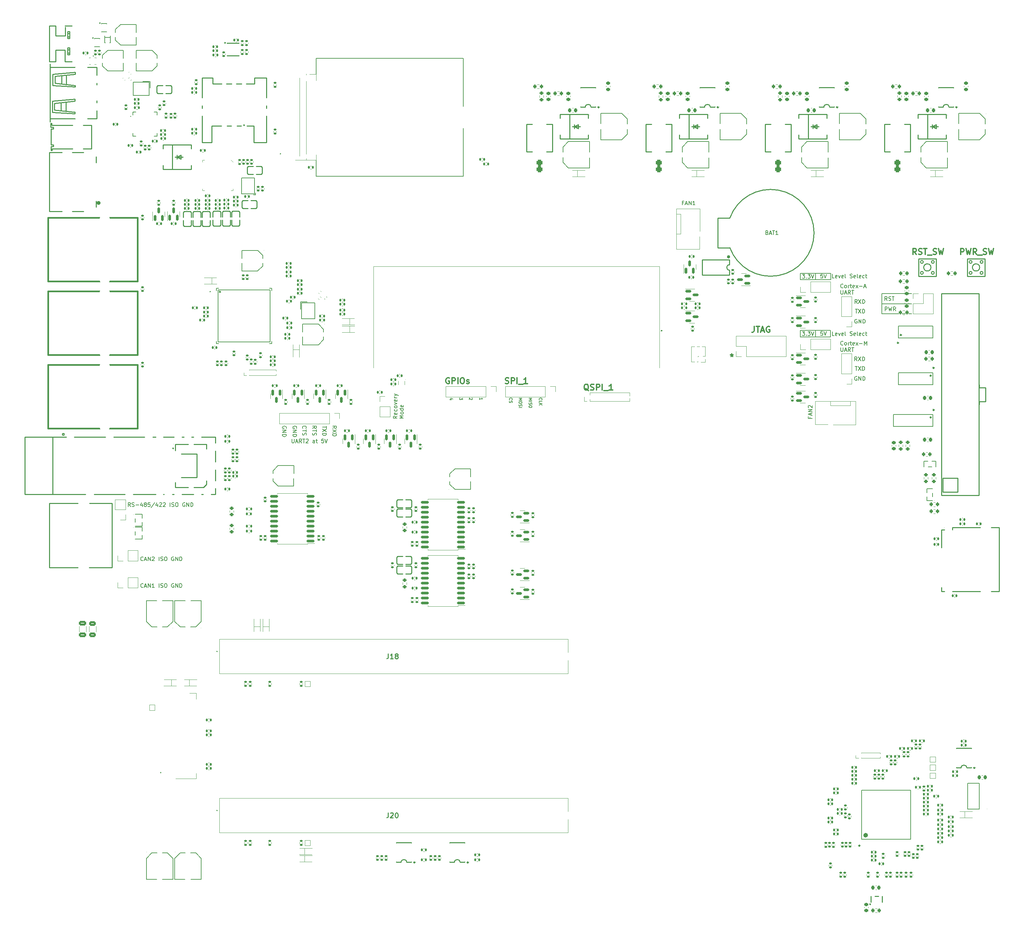
<source format=gto>
G04 #@! TF.GenerationSoftware,KiCad,Pcbnew,7.0.8*
G04 #@! TF.CreationDate,2024-05-07T21:46:37+03:00*
G04 #@! TF.ProjectId,Tangenta,54616e67-656e-4746-912e-6b696361645f,rev?*
G04 #@! TF.SameCoordinates,Original*
G04 #@! TF.FileFunction,Legend,Top*
G04 #@! TF.FilePolarity,Positive*
%FSLAX46Y46*%
G04 Gerber Fmt 4.6, Leading zero omitted, Abs format (unit mm)*
G04 Created by KiCad (PCBNEW 7.0.8) date 2024-05-07 21:46:37*
%MOMM*%
%LPD*%
G01*
G04 APERTURE LIST*
G04 Aperture macros list*
%AMRoundRect*
0 Rectangle with rounded corners*
0 $1 Rounding radius*
0 $2 $3 $4 $5 $6 $7 $8 $9 X,Y pos of 4 corners*
0 Add a 4 corners polygon primitive as box body*
4,1,4,$2,$3,$4,$5,$6,$7,$8,$9,$2,$3,0*
0 Add four circle primitives for the rounded corners*
1,1,$1+$1,$2,$3*
1,1,$1+$1,$4,$5*
1,1,$1+$1,$6,$7*
1,1,$1+$1,$8,$9*
0 Add four rect primitives between the rounded corners*
20,1,$1+$1,$2,$3,$4,$5,0*
20,1,$1+$1,$4,$5,$6,$7,0*
20,1,$1+$1,$6,$7,$8,$9,0*
20,1,$1+$1,$8,$9,$2,$3,0*%
G04 Aperture macros list end*
%ADD10C,0.150000*%
%ADD11C,0.050000*%
%ADD12C,0.158750*%
%ADD13C,0.300000*%
%ADD14C,0.254000*%
%ADD15C,0.120000*%
%ADD16C,0.151994*%
%ADD17C,0.200000*%
%ADD18C,0.059995*%
%ADD19C,0.600000*%
%ADD20C,0.100000*%
%ADD21C,0.152400*%
%ADD22C,0.080010*%
%ADD23C,0.150013*%
%ADD24C,0.387097*%
%ADD25C,0.101600*%
%ADD26C,0.400000*%
%ADD27C,0.500000*%
%ADD28RoundRect,0.135000X-0.135000X-0.185000X0.135000X-0.185000X0.135000X0.185000X-0.135000X0.185000X0*%
%ADD29RoundRect,0.140000X-0.140000X-0.170000X0.140000X-0.170000X0.140000X0.170000X-0.140000X0.170000X0*%
%ADD30RoundRect,0.140000X0.170000X-0.140000X0.170000X0.140000X-0.170000X0.140000X-0.170000X-0.140000X0*%
%ADD31RoundRect,0.225000X-0.225000X-0.250000X0.225000X-0.250000X0.225000X0.250000X-0.225000X0.250000X0*%
%ADD32RoundRect,0.135000X0.185000X-0.135000X0.185000X0.135000X-0.185000X0.135000X-0.185000X-0.135000X0*%
%ADD33RoundRect,0.140000X-0.170000X0.140000X-0.170000X-0.140000X0.170000X-0.140000X0.170000X0.140000X0*%
%ADD34R,1.700000X1.700000*%
%ADD35O,1.700000X1.700000*%
%ADD36RoundRect,0.135000X-0.185000X0.135000X-0.185000X-0.135000X0.185000X-0.135000X0.185000X0.135000X0*%
%ADD37RoundRect,0.225000X-0.250000X0.225000X-0.250000X-0.225000X0.250000X-0.225000X0.250000X0.225000X0*%
%ADD38RoundRect,0.225000X0.250000X-0.225000X0.250000X0.225000X-0.250000X0.225000X-0.250000X-0.225000X0*%
%ADD39R,0.916002X0.350013*%
%ADD40R,1.377013X1.132537*%
%ADD41RoundRect,0.140000X0.140000X0.170000X-0.140000X0.170000X-0.140000X-0.170000X0.140000X-0.170000X0*%
%ADD42RoundRect,0.200000X0.200000X0.275000X-0.200000X0.275000X-0.200000X-0.275000X0.200000X-0.275000X0*%
%ADD43R,1.132537X1.377013*%
%ADD44O,0.200000X1.500000*%
%ADD45O,1.500000X0.200000*%
%ADD46R,5.800000X5.800000*%
%ADD47R,2.800000X1.100000*%
%ADD48RoundRect,0.150000X-0.587500X-0.150000X0.587500X-0.150000X0.587500X0.150000X-0.587500X0.150000X0*%
%ADD49RoundRect,0.365853X-0.384147X0.384147X-0.384147X-0.384147X0.384147X-0.384147X0.384147X0.384147X0*%
%ADD50C,1.600000*%
%ADD51R,2.000000X0.500000*%
%ADD52R,1.500000X1.358903*%
%ADD53R,1.024994X0.280010*%
%ADD54R,0.280010X1.024994*%
%ADD55C,1.000000*%
%ADD56R,0.850000X0.850000*%
%ADD57R,3.700000X3.700000*%
%ADD58R,3.500000X1.200000*%
%ADD59C,1.100000*%
%ADD60R,1.550000X0.300000*%
%ADD61R,2.750000X1.200000*%
%ADD62RoundRect,0.135000X0.135000X0.185000X-0.135000X0.185000X-0.135000X-0.185000X0.135000X-0.185000X0*%
%ADD63R,1.600000X0.700000*%
%ADD64R,1.500000X1.200000*%
%ADD65R,2.200000X1.200000*%
%ADD66R,1.500000X1.600000*%
%ADD67R,1.200000X3.500000*%
%ADD68R,2.500000X1.100000*%
%ADD69R,2.340005X3.600000*%
%ADD70RoundRect,0.150000X0.875000X0.150000X-0.875000X0.150000X-0.875000X-0.150000X0.875000X-0.150000X0*%
%ADD71C,0.900000*%
%ADD72C,8.000000*%
%ADD73C,2.350000*%
%ADD74R,1.200000X1.200000*%
%ADD75C,1.200000*%
%ADD76C,3.249987*%
%ADD77C,1.549403*%
%ADD78C,2.580645*%
%ADD79RoundRect,0.200000X0.275000X-0.200000X0.275000X0.200000X-0.275000X0.200000X-0.275000X-0.200000X0*%
%ADD80RoundRect,0.150000X-0.150000X0.587500X-0.150000X-0.587500X0.150000X-0.587500X0.150000X0.587500X0*%
%ADD81R,1.400000X1.100000*%
%ADD82R,0.300000X0.500000*%
%ADD83RoundRect,0.225000X0.225000X0.250000X-0.225000X0.250000X-0.225000X-0.250000X0.225000X-0.250000X0*%
%ADD84R,0.700000X1.250013*%
%ADD85R,1.200000X1.400000*%
%ADD86R,1.000000X1.000000*%
%ADD87O,1.000000X1.000000*%
%ADD88R,3.200000X2.400000*%
%ADD89C,1.650000*%
%ADD90C,1.150000*%
%ADD91R,0.300000X1.750000*%
%ADD92R,3.500000X4.600000*%
%ADD93O,0.200000X0.700000*%
%ADD94O,0.700000X0.200000*%
%ADD95R,5.200000X5.200000*%
%ADD96R,1.358903X1.500000*%
%ADD97R,3.029997X3.820015*%
%ADD98O,2.400000X1.100000*%
%ADD99O,1.500000X2.100000*%
%ADD100RoundRect,0.200000X-0.200000X-0.275000X0.200000X-0.275000X0.200000X0.275000X-0.200000X0.275000X0*%
%ADD101RoundRect,0.140000X-0.219203X-0.021213X-0.021213X-0.219203X0.219203X0.021213X0.021213X0.219203X0*%
%ADD102RoundRect,0.150000X0.587500X0.150000X-0.587500X0.150000X-0.587500X-0.150000X0.587500X-0.150000X0*%
%ADD103O,0.602007X1.970993*%
%ADD104RoundRect,0.200000X-0.275000X0.200000X-0.275000X-0.200000X0.275000X-0.200000X0.275000X0.200000X0*%
%ADD105O,0.700000X1.800000*%
%ADD106C,2.900000*%
%ADD107RoundRect,0.140000X0.021213X-0.219203X0.219203X-0.021213X-0.021213X0.219203X-0.219203X0.021213X0*%
%ADD108R,1.070003X0.600000*%
%ADD109RoundRect,0.135000X-0.226274X-0.035355X-0.035355X-0.226274X0.226274X0.035355X0.035355X0.226274X0*%
%ADD110R,1.000000X1.500000*%
%ADD111R,1.600000X1.500000*%
%ADD112RoundRect,0.140000X-0.021213X0.219203X-0.219203X0.021213X0.021213X-0.219203X0.219203X-0.021213X0*%
%ADD113RoundRect,0.250000X-0.625000X0.312500X-0.625000X-0.312500X0.625000X-0.312500X0.625000X0.312500X0*%
%ADD114RoundRect,0.140000X0.219203X0.021213X0.021213X0.219203X-0.219203X-0.021213X-0.021213X-0.219203X0*%
%ADD115C,5.300000*%
%ADD116O,0.850000X0.850000*%
%ADD117O,1.950216X0.568402*%
%ADD118R,0.500000X0.900000*%
%ADD119C,6.400000*%
%ADD120R,1.400000X1.200000*%
%ADD121R,0.200000X0.505004*%
%ADD122R,0.505004X0.200000*%
%ADD123RoundRect,0.150000X0.150000X-0.587500X0.150000X0.587500X-0.150000X0.587500X-0.150000X-0.587500X0*%
%ADD124C,2.000000*%
%ADD125R,0.750013X1.000000*%
%ADD126C,4.400000*%
%ADD127O,2.400000X1.500000*%
%ADD128C,0.649987*%
%ADD129O,2.100000X1.000000*%
%ADD130O,1.800000X1.000000*%
%ADD131R,1.150013X0.600000*%
%ADD132R,1.150013X0.300000*%
%ADD133R,1.730000X2.030000*%
%ADD134O,1.730000X2.030000*%
%ADD135RoundRect,0.250000X0.650000X-0.325000X0.650000X0.325000X-0.650000X0.325000X-0.650000X-0.325000X0*%
%ADD136C,1.295403*%
%ADD137C,2.400000*%
%ADD138C,1.650013*%
%ADD139C,1.524003*%
%ADD140R,1.250013X0.700000*%
%ADD141R,2.600000X0.300000*%
%ADD142O,3.300000X1.500000*%
%ADD143O,2.300000X1.500000*%
%ADD144C,1.800000*%
%ADD145O,0.573990X2.037998*%
%ADD146R,1.459995X0.200000*%
%ADD147R,0.200000X1.459995*%
%ADD148R,2.030000X1.730000*%
%ADD149O,2.030000X1.730000*%
%ADD150RoundRect,0.135000X0.035355X-0.226274X0.226274X-0.035355X-0.035355X0.226274X-0.226274X0.035355X0*%
%ADD151R,0.500000X0.750013*%
%ADD152R,0.450013X0.250013*%
%ADD153R,1.500000X2.500000*%
G04 APERTURE END LIST*
D10*
X140202000Y-36520000D02*
X102600000Y-36520000D01*
X230174800Y-107696000D02*
X230174800Y-106045000D01*
X230124000Y-107696000D02*
X234035600Y-107696000D01*
X140202000Y-66670000D02*
X102600000Y-66670000D01*
X226314000Y-93040200D02*
X226314000Y-91414600D01*
D11*
X100070000Y-40510000D02*
X100070000Y-62510000D01*
D10*
X226314000Y-91414600D02*
X230251000Y-91414600D01*
D11*
X98320000Y-61520000D02*
X98320000Y-41460000D01*
D10*
X234086400Y-93040200D02*
X234086400Y-91414600D01*
X234035600Y-107696000D02*
X234035600Y-106045000D01*
X140202000Y-66670000D02*
X140202000Y-54370000D01*
X230124000Y-106045000D02*
X234035600Y-106045000D01*
X226314000Y-93040200D02*
X230174800Y-93040200D01*
X226314000Y-107696000D02*
X230174800Y-107696000D01*
X247142000Y-101777800D02*
X247142000Y-99212400D01*
X102600000Y-62574000D02*
X102600000Y-66666000D01*
X226314000Y-107696000D02*
X226314000Y-106045000D01*
X230174800Y-93040200D02*
X230174800Y-91414600D01*
X102600000Y-36520000D02*
X102600000Y-40612000D01*
X247142000Y-96596200D02*
X247142000Y-99212400D01*
X226314000Y-106045000D02*
X230225600Y-106045000D01*
X230098600Y-93040200D02*
X234086400Y-93040200D01*
X254762000Y-101777800D02*
X247142000Y-101777800D01*
X230174800Y-91414600D02*
X234086400Y-91414600D01*
X140202000Y-48820000D02*
X140202000Y-36520000D01*
X254762000Y-96596200D02*
X247142000Y-96596200D01*
X254762000Y-99212400D02*
X247142000Y-99212400D01*
D12*
X152015280Y-123784297D02*
X151978995Y-123748011D01*
X151978995Y-123748011D02*
X151942709Y-123639154D01*
X151942709Y-123639154D02*
X151942709Y-123566582D01*
X151942709Y-123566582D02*
X151978995Y-123457725D01*
X151978995Y-123457725D02*
X152051566Y-123385154D01*
X152051566Y-123385154D02*
X152124137Y-123348868D01*
X152124137Y-123348868D02*
X152269280Y-123312582D01*
X152269280Y-123312582D02*
X152378137Y-123312582D01*
X152378137Y-123312582D02*
X152523280Y-123348868D01*
X152523280Y-123348868D02*
X152595852Y-123385154D01*
X152595852Y-123385154D02*
X152668423Y-123457725D01*
X152668423Y-123457725D02*
X152704709Y-123566582D01*
X152704709Y-123566582D02*
X152704709Y-123639154D01*
X152704709Y-123639154D02*
X152668423Y-123748011D01*
X152668423Y-123748011D02*
X152632137Y-123784297D01*
X151978995Y-124074582D02*
X151942709Y-124183440D01*
X151942709Y-124183440D02*
X151942709Y-124364868D01*
X151942709Y-124364868D02*
X151978995Y-124437440D01*
X151978995Y-124437440D02*
X152015280Y-124473725D01*
X152015280Y-124473725D02*
X152087852Y-124510011D01*
X152087852Y-124510011D02*
X152160423Y-124510011D01*
X152160423Y-124510011D02*
X152232995Y-124473725D01*
X152232995Y-124473725D02*
X152269280Y-124437440D01*
X152269280Y-124437440D02*
X152305566Y-124364868D01*
X152305566Y-124364868D02*
X152341852Y-124219725D01*
X152341852Y-124219725D02*
X152378137Y-124147154D01*
X152378137Y-124147154D02*
X152414423Y-124110868D01*
X152414423Y-124110868D02*
X152486995Y-124074582D01*
X152486995Y-124074582D02*
X152559566Y-124074582D01*
X152559566Y-124074582D02*
X152632137Y-124110868D01*
X152632137Y-124110868D02*
X152668423Y-124147154D01*
X152668423Y-124147154D02*
X152704709Y-124219725D01*
X152704709Y-124219725D02*
X152704709Y-124401154D01*
X152704709Y-124401154D02*
X152668423Y-124510011D01*
X144373509Y-123748011D02*
X144373509Y-123312582D01*
X144373509Y-123530297D02*
X145135509Y-123530297D01*
X145135509Y-123530297D02*
X145026652Y-123457725D01*
X145026652Y-123457725D02*
X144954080Y-123385154D01*
X144954080Y-123385154D02*
X144917795Y-123312582D01*
D10*
X234950169Y-92630619D02*
X234473979Y-92630619D01*
X234473979Y-92630619D02*
X234473979Y-91630619D01*
X235664455Y-92583000D02*
X235569217Y-92630619D01*
X235569217Y-92630619D02*
X235378741Y-92630619D01*
X235378741Y-92630619D02*
X235283503Y-92583000D01*
X235283503Y-92583000D02*
X235235884Y-92487761D01*
X235235884Y-92487761D02*
X235235884Y-92106809D01*
X235235884Y-92106809D02*
X235283503Y-92011571D01*
X235283503Y-92011571D02*
X235378741Y-91963952D01*
X235378741Y-91963952D02*
X235569217Y-91963952D01*
X235569217Y-91963952D02*
X235664455Y-92011571D01*
X235664455Y-92011571D02*
X235712074Y-92106809D01*
X235712074Y-92106809D02*
X235712074Y-92202047D01*
X235712074Y-92202047D02*
X235235884Y-92297285D01*
X236045408Y-91963952D02*
X236283503Y-92630619D01*
X236283503Y-92630619D02*
X236521598Y-91963952D01*
X237283503Y-92583000D02*
X237188265Y-92630619D01*
X237188265Y-92630619D02*
X236997789Y-92630619D01*
X236997789Y-92630619D02*
X236902551Y-92583000D01*
X236902551Y-92583000D02*
X236854932Y-92487761D01*
X236854932Y-92487761D02*
X236854932Y-92106809D01*
X236854932Y-92106809D02*
X236902551Y-92011571D01*
X236902551Y-92011571D02*
X236997789Y-91963952D01*
X236997789Y-91963952D02*
X237188265Y-91963952D01*
X237188265Y-91963952D02*
X237283503Y-92011571D01*
X237283503Y-92011571D02*
X237331122Y-92106809D01*
X237331122Y-92106809D02*
X237331122Y-92202047D01*
X237331122Y-92202047D02*
X236854932Y-92297285D01*
X237902551Y-92630619D02*
X237807313Y-92583000D01*
X237807313Y-92583000D02*
X237759694Y-92487761D01*
X237759694Y-92487761D02*
X237759694Y-91630619D01*
X238997790Y-92583000D02*
X239140647Y-92630619D01*
X239140647Y-92630619D02*
X239378742Y-92630619D01*
X239378742Y-92630619D02*
X239473980Y-92583000D01*
X239473980Y-92583000D02*
X239521599Y-92535380D01*
X239521599Y-92535380D02*
X239569218Y-92440142D01*
X239569218Y-92440142D02*
X239569218Y-92344904D01*
X239569218Y-92344904D02*
X239521599Y-92249666D01*
X239521599Y-92249666D02*
X239473980Y-92202047D01*
X239473980Y-92202047D02*
X239378742Y-92154428D01*
X239378742Y-92154428D02*
X239188266Y-92106809D01*
X239188266Y-92106809D02*
X239093028Y-92059190D01*
X239093028Y-92059190D02*
X239045409Y-92011571D01*
X239045409Y-92011571D02*
X238997790Y-91916333D01*
X238997790Y-91916333D02*
X238997790Y-91821095D01*
X238997790Y-91821095D02*
X239045409Y-91725857D01*
X239045409Y-91725857D02*
X239093028Y-91678238D01*
X239093028Y-91678238D02*
X239188266Y-91630619D01*
X239188266Y-91630619D02*
X239426361Y-91630619D01*
X239426361Y-91630619D02*
X239569218Y-91678238D01*
X240378742Y-92583000D02*
X240283504Y-92630619D01*
X240283504Y-92630619D02*
X240093028Y-92630619D01*
X240093028Y-92630619D02*
X239997790Y-92583000D01*
X239997790Y-92583000D02*
X239950171Y-92487761D01*
X239950171Y-92487761D02*
X239950171Y-92106809D01*
X239950171Y-92106809D02*
X239997790Y-92011571D01*
X239997790Y-92011571D02*
X240093028Y-91963952D01*
X240093028Y-91963952D02*
X240283504Y-91963952D01*
X240283504Y-91963952D02*
X240378742Y-92011571D01*
X240378742Y-92011571D02*
X240426361Y-92106809D01*
X240426361Y-92106809D02*
X240426361Y-92202047D01*
X240426361Y-92202047D02*
X239950171Y-92297285D01*
X240997790Y-92630619D02*
X240902552Y-92583000D01*
X240902552Y-92583000D02*
X240854933Y-92487761D01*
X240854933Y-92487761D02*
X240854933Y-91630619D01*
X241759695Y-92583000D02*
X241664457Y-92630619D01*
X241664457Y-92630619D02*
X241473981Y-92630619D01*
X241473981Y-92630619D02*
X241378743Y-92583000D01*
X241378743Y-92583000D02*
X241331124Y-92487761D01*
X241331124Y-92487761D02*
X241331124Y-92106809D01*
X241331124Y-92106809D02*
X241378743Y-92011571D01*
X241378743Y-92011571D02*
X241473981Y-91963952D01*
X241473981Y-91963952D02*
X241664457Y-91963952D01*
X241664457Y-91963952D02*
X241759695Y-92011571D01*
X241759695Y-92011571D02*
X241807314Y-92106809D01*
X241807314Y-92106809D02*
X241807314Y-92202047D01*
X241807314Y-92202047D02*
X241331124Y-92297285D01*
X242664457Y-92583000D02*
X242569219Y-92630619D01*
X242569219Y-92630619D02*
X242378743Y-92630619D01*
X242378743Y-92630619D02*
X242283505Y-92583000D01*
X242283505Y-92583000D02*
X242235886Y-92535380D01*
X242235886Y-92535380D02*
X242188267Y-92440142D01*
X242188267Y-92440142D02*
X242188267Y-92154428D01*
X242188267Y-92154428D02*
X242235886Y-92059190D01*
X242235886Y-92059190D02*
X242283505Y-92011571D01*
X242283505Y-92011571D02*
X242378743Y-91963952D01*
X242378743Y-91963952D02*
X242569219Y-91963952D01*
X242569219Y-91963952D02*
X242664457Y-92011571D01*
X242950172Y-91963952D02*
X243331124Y-91963952D01*
X243093029Y-91630619D02*
X243093029Y-92487761D01*
X243093029Y-92487761D02*
X243140648Y-92583000D01*
X243140648Y-92583000D02*
X243235886Y-92630619D01*
X243235886Y-92630619D02*
X243331124Y-92630619D01*
X58388407Y-164798380D02*
X58340788Y-164846000D01*
X58340788Y-164846000D02*
X58197931Y-164893619D01*
X58197931Y-164893619D02*
X58102693Y-164893619D01*
X58102693Y-164893619D02*
X57959836Y-164846000D01*
X57959836Y-164846000D02*
X57864598Y-164750761D01*
X57864598Y-164750761D02*
X57816979Y-164655523D01*
X57816979Y-164655523D02*
X57769360Y-164465047D01*
X57769360Y-164465047D02*
X57769360Y-164322190D01*
X57769360Y-164322190D02*
X57816979Y-164131714D01*
X57816979Y-164131714D02*
X57864598Y-164036476D01*
X57864598Y-164036476D02*
X57959836Y-163941238D01*
X57959836Y-163941238D02*
X58102693Y-163893619D01*
X58102693Y-163893619D02*
X58197931Y-163893619D01*
X58197931Y-163893619D02*
X58340788Y-163941238D01*
X58340788Y-163941238D02*
X58388407Y-163988857D01*
X58769360Y-164607904D02*
X59245550Y-164607904D01*
X58674122Y-164893619D02*
X59007455Y-163893619D01*
X59007455Y-163893619D02*
X59340788Y-164893619D01*
X59674122Y-164893619D02*
X59674122Y-163893619D01*
X59674122Y-163893619D02*
X60245550Y-164893619D01*
X60245550Y-164893619D02*
X60245550Y-163893619D01*
X60674122Y-163988857D02*
X60721741Y-163941238D01*
X60721741Y-163941238D02*
X60816979Y-163893619D01*
X60816979Y-163893619D02*
X61055074Y-163893619D01*
X61055074Y-163893619D02*
X61150312Y-163941238D01*
X61150312Y-163941238D02*
X61197931Y-163988857D01*
X61197931Y-163988857D02*
X61245550Y-164084095D01*
X61245550Y-164084095D02*
X61245550Y-164179333D01*
X61245550Y-164179333D02*
X61197931Y-164322190D01*
X61197931Y-164322190D02*
X60626503Y-164893619D01*
X60626503Y-164893619D02*
X61245550Y-164893619D01*
X62436027Y-164893619D02*
X62436027Y-163893619D01*
X62864598Y-164846000D02*
X63007455Y-164893619D01*
X63007455Y-164893619D02*
X63245550Y-164893619D01*
X63245550Y-164893619D02*
X63340788Y-164846000D01*
X63340788Y-164846000D02*
X63388407Y-164798380D01*
X63388407Y-164798380D02*
X63436026Y-164703142D01*
X63436026Y-164703142D02*
X63436026Y-164607904D01*
X63436026Y-164607904D02*
X63388407Y-164512666D01*
X63388407Y-164512666D02*
X63340788Y-164465047D01*
X63340788Y-164465047D02*
X63245550Y-164417428D01*
X63245550Y-164417428D02*
X63055074Y-164369809D01*
X63055074Y-164369809D02*
X62959836Y-164322190D01*
X62959836Y-164322190D02*
X62912217Y-164274571D01*
X62912217Y-164274571D02*
X62864598Y-164179333D01*
X62864598Y-164179333D02*
X62864598Y-164084095D01*
X62864598Y-164084095D02*
X62912217Y-163988857D01*
X62912217Y-163988857D02*
X62959836Y-163941238D01*
X62959836Y-163941238D02*
X63055074Y-163893619D01*
X63055074Y-163893619D02*
X63293169Y-163893619D01*
X63293169Y-163893619D02*
X63436026Y-163941238D01*
X64055074Y-163893619D02*
X64245550Y-163893619D01*
X64245550Y-163893619D02*
X64340788Y-163941238D01*
X64340788Y-163941238D02*
X64436026Y-164036476D01*
X64436026Y-164036476D02*
X64483645Y-164226952D01*
X64483645Y-164226952D02*
X64483645Y-164560285D01*
X64483645Y-164560285D02*
X64436026Y-164750761D01*
X64436026Y-164750761D02*
X64340788Y-164846000D01*
X64340788Y-164846000D02*
X64245550Y-164893619D01*
X64245550Y-164893619D02*
X64055074Y-164893619D01*
X64055074Y-164893619D02*
X63959836Y-164846000D01*
X63959836Y-164846000D02*
X63864598Y-164750761D01*
X63864598Y-164750761D02*
X63816979Y-164560285D01*
X63816979Y-164560285D02*
X63816979Y-164226952D01*
X63816979Y-164226952D02*
X63864598Y-164036476D01*
X63864598Y-164036476D02*
X63959836Y-163941238D01*
X63959836Y-163941238D02*
X64055074Y-163893619D01*
X66197931Y-163941238D02*
X66102693Y-163893619D01*
X66102693Y-163893619D02*
X65959836Y-163893619D01*
X65959836Y-163893619D02*
X65816979Y-163941238D01*
X65816979Y-163941238D02*
X65721741Y-164036476D01*
X65721741Y-164036476D02*
X65674122Y-164131714D01*
X65674122Y-164131714D02*
X65626503Y-164322190D01*
X65626503Y-164322190D02*
X65626503Y-164465047D01*
X65626503Y-164465047D02*
X65674122Y-164655523D01*
X65674122Y-164655523D02*
X65721741Y-164750761D01*
X65721741Y-164750761D02*
X65816979Y-164846000D01*
X65816979Y-164846000D02*
X65959836Y-164893619D01*
X65959836Y-164893619D02*
X66055074Y-164893619D01*
X66055074Y-164893619D02*
X66197931Y-164846000D01*
X66197931Y-164846000D02*
X66245550Y-164798380D01*
X66245550Y-164798380D02*
X66245550Y-164465047D01*
X66245550Y-164465047D02*
X66055074Y-164465047D01*
X66674122Y-164893619D02*
X66674122Y-163893619D01*
X66674122Y-163893619D02*
X67245550Y-164893619D01*
X67245550Y-164893619D02*
X67245550Y-163893619D01*
X67721741Y-164893619D02*
X67721741Y-163893619D01*
X67721741Y-163893619D02*
X67959836Y-163893619D01*
X67959836Y-163893619D02*
X68102693Y-163941238D01*
X68102693Y-163941238D02*
X68197931Y-164036476D01*
X68197931Y-164036476D02*
X68245550Y-164131714D01*
X68245550Y-164131714D02*
X68293169Y-164322190D01*
X68293169Y-164322190D02*
X68293169Y-164465047D01*
X68293169Y-164465047D02*
X68245550Y-164655523D01*
X68245550Y-164655523D02*
X68197931Y-164750761D01*
X68197931Y-164750761D02*
X68102693Y-164846000D01*
X68102693Y-164846000D02*
X67959836Y-164893619D01*
X67959836Y-164893619D02*
X67721741Y-164893619D01*
X228784209Y-128184087D02*
X228784209Y-128517420D01*
X229308019Y-128517420D02*
X228308019Y-128517420D01*
X228308019Y-128517420D02*
X228308019Y-128041230D01*
X229022304Y-127707896D02*
X229022304Y-127231706D01*
X229308019Y-127803134D02*
X228308019Y-127469801D01*
X228308019Y-127469801D02*
X229308019Y-127136468D01*
X229308019Y-126803134D02*
X228308019Y-126803134D01*
X228308019Y-126803134D02*
X229308019Y-126231706D01*
X229308019Y-126231706D02*
X228308019Y-126231706D01*
X228403257Y-125803134D02*
X228355638Y-125755515D01*
X228355638Y-125755515D02*
X228308019Y-125660277D01*
X228308019Y-125660277D02*
X228308019Y-125422182D01*
X228308019Y-125422182D02*
X228355638Y-125326944D01*
X228355638Y-125326944D02*
X228403257Y-125279325D01*
X228403257Y-125279325D02*
X228498495Y-125231706D01*
X228498495Y-125231706D02*
X228593733Y-125231706D01*
X228593733Y-125231706D02*
X228736590Y-125279325D01*
X228736590Y-125279325D02*
X229308019Y-125850753D01*
X229308019Y-125850753D02*
X229308019Y-125231706D01*
D12*
X142421337Y-123312582D02*
X142457623Y-123348868D01*
X142457623Y-123348868D02*
X142493909Y-123421440D01*
X142493909Y-123421440D02*
X142493909Y-123602868D01*
X142493909Y-123602868D02*
X142457623Y-123675440D01*
X142457623Y-123675440D02*
X142421337Y-123711725D01*
X142421337Y-123711725D02*
X142348766Y-123748011D01*
X142348766Y-123748011D02*
X142276195Y-123748011D01*
X142276195Y-123748011D02*
X142167337Y-123711725D01*
X142167337Y-123711725D02*
X141731909Y-123276297D01*
X141731909Y-123276297D02*
X141731909Y-123748011D01*
D10*
X240811207Y-99158419D02*
X240477874Y-98682228D01*
X240239779Y-99158419D02*
X240239779Y-98158419D01*
X240239779Y-98158419D02*
X240620731Y-98158419D01*
X240620731Y-98158419D02*
X240715969Y-98206038D01*
X240715969Y-98206038D02*
X240763588Y-98253657D01*
X240763588Y-98253657D02*
X240811207Y-98348895D01*
X240811207Y-98348895D02*
X240811207Y-98491752D01*
X240811207Y-98491752D02*
X240763588Y-98586990D01*
X240763588Y-98586990D02*
X240715969Y-98634609D01*
X240715969Y-98634609D02*
X240620731Y-98682228D01*
X240620731Y-98682228D02*
X240239779Y-98682228D01*
X241144541Y-98158419D02*
X241811207Y-99158419D01*
X241811207Y-98158419D02*
X241144541Y-99158419D01*
X242192160Y-99158419D02*
X242192160Y-98158419D01*
X242192160Y-98158419D02*
X242430255Y-98158419D01*
X242430255Y-98158419D02*
X242573112Y-98206038D01*
X242573112Y-98206038D02*
X242668350Y-98301276D01*
X242668350Y-98301276D02*
X242715969Y-98396514D01*
X242715969Y-98396514D02*
X242763588Y-98586990D01*
X242763588Y-98586990D02*
X242763588Y-98729847D01*
X242763588Y-98729847D02*
X242715969Y-98920323D01*
X242715969Y-98920323D02*
X242668350Y-99015561D01*
X242668350Y-99015561D02*
X242573112Y-99110800D01*
X242573112Y-99110800D02*
X242430255Y-99158419D01*
X242430255Y-99158419D02*
X242192160Y-99158419D01*
D13*
X172191710Y-121431885D02*
X172048853Y-121360457D01*
X172048853Y-121360457D02*
X171905996Y-121217600D01*
X171905996Y-121217600D02*
X171691710Y-121003314D01*
X171691710Y-121003314D02*
X171548853Y-120931885D01*
X171548853Y-120931885D02*
X171405996Y-120931885D01*
X171477425Y-121289028D02*
X171334568Y-121217600D01*
X171334568Y-121217600D02*
X171191710Y-121074742D01*
X171191710Y-121074742D02*
X171120282Y-120789028D01*
X171120282Y-120789028D02*
X171120282Y-120289028D01*
X171120282Y-120289028D02*
X171191710Y-120003314D01*
X171191710Y-120003314D02*
X171334568Y-119860457D01*
X171334568Y-119860457D02*
X171477425Y-119789028D01*
X171477425Y-119789028D02*
X171763139Y-119789028D01*
X171763139Y-119789028D02*
X171905996Y-119860457D01*
X171905996Y-119860457D02*
X172048853Y-120003314D01*
X172048853Y-120003314D02*
X172120282Y-120289028D01*
X172120282Y-120289028D02*
X172120282Y-120789028D01*
X172120282Y-120789028D02*
X172048853Y-121074742D01*
X172048853Y-121074742D02*
X171905996Y-121217600D01*
X171905996Y-121217600D02*
X171763139Y-121289028D01*
X171763139Y-121289028D02*
X171477425Y-121289028D01*
X172691711Y-121217600D02*
X172905997Y-121289028D01*
X172905997Y-121289028D02*
X173263139Y-121289028D01*
X173263139Y-121289028D02*
X173405997Y-121217600D01*
X173405997Y-121217600D02*
X173477425Y-121146171D01*
X173477425Y-121146171D02*
X173548854Y-121003314D01*
X173548854Y-121003314D02*
X173548854Y-120860457D01*
X173548854Y-120860457D02*
X173477425Y-120717600D01*
X173477425Y-120717600D02*
X173405997Y-120646171D01*
X173405997Y-120646171D02*
X173263139Y-120574742D01*
X173263139Y-120574742D02*
X172977425Y-120503314D01*
X172977425Y-120503314D02*
X172834568Y-120431885D01*
X172834568Y-120431885D02*
X172763139Y-120360457D01*
X172763139Y-120360457D02*
X172691711Y-120217600D01*
X172691711Y-120217600D02*
X172691711Y-120074742D01*
X172691711Y-120074742D02*
X172763139Y-119931885D01*
X172763139Y-119931885D02*
X172834568Y-119860457D01*
X172834568Y-119860457D02*
X172977425Y-119789028D01*
X172977425Y-119789028D02*
X173334568Y-119789028D01*
X173334568Y-119789028D02*
X173548854Y-119860457D01*
X174191710Y-121289028D02*
X174191710Y-119789028D01*
X174191710Y-119789028D02*
X174763139Y-119789028D01*
X174763139Y-119789028D02*
X174905996Y-119860457D01*
X174905996Y-119860457D02*
X174977425Y-119931885D01*
X174977425Y-119931885D02*
X175048853Y-120074742D01*
X175048853Y-120074742D02*
X175048853Y-120289028D01*
X175048853Y-120289028D02*
X174977425Y-120431885D01*
X174977425Y-120431885D02*
X174905996Y-120503314D01*
X174905996Y-120503314D02*
X174763139Y-120574742D01*
X174763139Y-120574742D02*
X174191710Y-120574742D01*
X175691710Y-121289028D02*
X175691710Y-119789028D01*
X176048854Y-121431885D02*
X177191711Y-121431885D01*
X178334568Y-121289028D02*
X177477425Y-121289028D01*
X177905996Y-121289028D02*
X177905996Y-119789028D01*
X177905996Y-119789028D02*
X177763139Y-120003314D01*
X177763139Y-120003314D02*
X177620282Y-120146171D01*
X177620282Y-120146171D02*
X177477425Y-120217600D01*
D10*
X237204407Y-109695980D02*
X237156788Y-109743600D01*
X237156788Y-109743600D02*
X237013931Y-109791219D01*
X237013931Y-109791219D02*
X236918693Y-109791219D01*
X236918693Y-109791219D02*
X236775836Y-109743600D01*
X236775836Y-109743600D02*
X236680598Y-109648361D01*
X236680598Y-109648361D02*
X236632979Y-109553123D01*
X236632979Y-109553123D02*
X236585360Y-109362647D01*
X236585360Y-109362647D02*
X236585360Y-109219790D01*
X236585360Y-109219790D02*
X236632979Y-109029314D01*
X236632979Y-109029314D02*
X236680598Y-108934076D01*
X236680598Y-108934076D02*
X236775836Y-108838838D01*
X236775836Y-108838838D02*
X236918693Y-108791219D01*
X236918693Y-108791219D02*
X237013931Y-108791219D01*
X237013931Y-108791219D02*
X237156788Y-108838838D01*
X237156788Y-108838838D02*
X237204407Y-108886457D01*
X237775836Y-109791219D02*
X237680598Y-109743600D01*
X237680598Y-109743600D02*
X237632979Y-109695980D01*
X237632979Y-109695980D02*
X237585360Y-109600742D01*
X237585360Y-109600742D02*
X237585360Y-109315028D01*
X237585360Y-109315028D02*
X237632979Y-109219790D01*
X237632979Y-109219790D02*
X237680598Y-109172171D01*
X237680598Y-109172171D02*
X237775836Y-109124552D01*
X237775836Y-109124552D02*
X237918693Y-109124552D01*
X237918693Y-109124552D02*
X238013931Y-109172171D01*
X238013931Y-109172171D02*
X238061550Y-109219790D01*
X238061550Y-109219790D02*
X238109169Y-109315028D01*
X238109169Y-109315028D02*
X238109169Y-109600742D01*
X238109169Y-109600742D02*
X238061550Y-109695980D01*
X238061550Y-109695980D02*
X238013931Y-109743600D01*
X238013931Y-109743600D02*
X237918693Y-109791219D01*
X237918693Y-109791219D02*
X237775836Y-109791219D01*
X238537741Y-109791219D02*
X238537741Y-109124552D01*
X238537741Y-109315028D02*
X238585360Y-109219790D01*
X238585360Y-109219790D02*
X238632979Y-109172171D01*
X238632979Y-109172171D02*
X238728217Y-109124552D01*
X238728217Y-109124552D02*
X238823455Y-109124552D01*
X239013932Y-109124552D02*
X239394884Y-109124552D01*
X239156789Y-108791219D02*
X239156789Y-109648361D01*
X239156789Y-109648361D02*
X239204408Y-109743600D01*
X239204408Y-109743600D02*
X239299646Y-109791219D01*
X239299646Y-109791219D02*
X239394884Y-109791219D01*
X240109170Y-109743600D02*
X240013932Y-109791219D01*
X240013932Y-109791219D02*
X239823456Y-109791219D01*
X239823456Y-109791219D02*
X239728218Y-109743600D01*
X239728218Y-109743600D02*
X239680599Y-109648361D01*
X239680599Y-109648361D02*
X239680599Y-109267409D01*
X239680599Y-109267409D02*
X239728218Y-109172171D01*
X239728218Y-109172171D02*
X239823456Y-109124552D01*
X239823456Y-109124552D02*
X240013932Y-109124552D01*
X240013932Y-109124552D02*
X240109170Y-109172171D01*
X240109170Y-109172171D02*
X240156789Y-109267409D01*
X240156789Y-109267409D02*
X240156789Y-109362647D01*
X240156789Y-109362647D02*
X239680599Y-109457885D01*
X240490123Y-109791219D02*
X241013932Y-109124552D01*
X240490123Y-109124552D02*
X241013932Y-109791219D01*
X241394885Y-109410266D02*
X242156790Y-109410266D01*
X242632980Y-109791219D02*
X242632980Y-108791219D01*
X242632980Y-108791219D02*
X242966313Y-109505504D01*
X242966313Y-109505504D02*
X243299646Y-108791219D01*
X243299646Y-108791219D02*
X243299646Y-109791219D01*
X236632979Y-110401219D02*
X236632979Y-111210742D01*
X236632979Y-111210742D02*
X236680598Y-111305980D01*
X236680598Y-111305980D02*
X236728217Y-111353600D01*
X236728217Y-111353600D02*
X236823455Y-111401219D01*
X236823455Y-111401219D02*
X237013931Y-111401219D01*
X237013931Y-111401219D02*
X237109169Y-111353600D01*
X237109169Y-111353600D02*
X237156788Y-111305980D01*
X237156788Y-111305980D02*
X237204407Y-111210742D01*
X237204407Y-111210742D02*
X237204407Y-110401219D01*
X237632979Y-111115504D02*
X238109169Y-111115504D01*
X237537741Y-111401219D02*
X237871074Y-110401219D01*
X237871074Y-110401219D02*
X238204407Y-111401219D01*
X239109169Y-111401219D02*
X238775836Y-110925028D01*
X238537741Y-111401219D02*
X238537741Y-110401219D01*
X238537741Y-110401219D02*
X238918693Y-110401219D01*
X238918693Y-110401219D02*
X239013931Y-110448838D01*
X239013931Y-110448838D02*
X239061550Y-110496457D01*
X239061550Y-110496457D02*
X239109169Y-110591695D01*
X239109169Y-110591695D02*
X239109169Y-110734552D01*
X239109169Y-110734552D02*
X239061550Y-110829790D01*
X239061550Y-110829790D02*
X239013931Y-110877409D01*
X239013931Y-110877409D02*
X238918693Y-110925028D01*
X238918693Y-110925028D02*
X238537741Y-110925028D01*
X239394884Y-110401219D02*
X239966312Y-110401219D01*
X239680598Y-111401219D02*
X239680598Y-110401219D01*
D13*
X267254510Y-86643428D02*
X267254510Y-85143428D01*
X267254510Y-85143428D02*
X267825939Y-85143428D01*
X267825939Y-85143428D02*
X267968796Y-85214857D01*
X267968796Y-85214857D02*
X268040225Y-85286285D01*
X268040225Y-85286285D02*
X268111653Y-85429142D01*
X268111653Y-85429142D02*
X268111653Y-85643428D01*
X268111653Y-85643428D02*
X268040225Y-85786285D01*
X268040225Y-85786285D02*
X267968796Y-85857714D01*
X267968796Y-85857714D02*
X267825939Y-85929142D01*
X267825939Y-85929142D02*
X267254510Y-85929142D01*
X268611653Y-85143428D02*
X268968796Y-86643428D01*
X268968796Y-86643428D02*
X269254510Y-85572000D01*
X269254510Y-85572000D02*
X269540225Y-86643428D01*
X269540225Y-86643428D02*
X269897368Y-85143428D01*
X271325939Y-86643428D02*
X270825939Y-85929142D01*
X270468796Y-86643428D02*
X270468796Y-85143428D01*
X270468796Y-85143428D02*
X271040225Y-85143428D01*
X271040225Y-85143428D02*
X271183082Y-85214857D01*
X271183082Y-85214857D02*
X271254511Y-85286285D01*
X271254511Y-85286285D02*
X271325939Y-85429142D01*
X271325939Y-85429142D02*
X271325939Y-85643428D01*
X271325939Y-85643428D02*
X271254511Y-85786285D01*
X271254511Y-85786285D02*
X271183082Y-85857714D01*
X271183082Y-85857714D02*
X271040225Y-85929142D01*
X271040225Y-85929142D02*
X270468796Y-85929142D01*
X271611654Y-86786285D02*
X272754511Y-86786285D01*
X273040225Y-86572000D02*
X273254511Y-86643428D01*
X273254511Y-86643428D02*
X273611653Y-86643428D01*
X273611653Y-86643428D02*
X273754511Y-86572000D01*
X273754511Y-86572000D02*
X273825939Y-86500571D01*
X273825939Y-86500571D02*
X273897368Y-86357714D01*
X273897368Y-86357714D02*
X273897368Y-86214857D01*
X273897368Y-86214857D02*
X273825939Y-86072000D01*
X273825939Y-86072000D02*
X273754511Y-86000571D01*
X273754511Y-86000571D02*
X273611653Y-85929142D01*
X273611653Y-85929142D02*
X273325939Y-85857714D01*
X273325939Y-85857714D02*
X273183082Y-85786285D01*
X273183082Y-85786285D02*
X273111653Y-85714857D01*
X273111653Y-85714857D02*
X273040225Y-85572000D01*
X273040225Y-85572000D02*
X273040225Y-85429142D01*
X273040225Y-85429142D02*
X273111653Y-85286285D01*
X273111653Y-85286285D02*
X273183082Y-85214857D01*
X273183082Y-85214857D02*
X273325939Y-85143428D01*
X273325939Y-85143428D02*
X273683082Y-85143428D01*
X273683082Y-85143428D02*
X273897368Y-85214857D01*
X274397367Y-85143428D02*
X274754510Y-86643428D01*
X274754510Y-86643428D02*
X275040224Y-85572000D01*
X275040224Y-85572000D02*
X275325939Y-86643428D01*
X275325939Y-86643428D02*
X275683082Y-85143428D01*
D10*
X248482007Y-98396419D02*
X248148674Y-97920228D01*
X247910579Y-98396419D02*
X247910579Y-97396419D01*
X247910579Y-97396419D02*
X248291531Y-97396419D01*
X248291531Y-97396419D02*
X248386769Y-97444038D01*
X248386769Y-97444038D02*
X248434388Y-97491657D01*
X248434388Y-97491657D02*
X248482007Y-97586895D01*
X248482007Y-97586895D02*
X248482007Y-97729752D01*
X248482007Y-97729752D02*
X248434388Y-97824990D01*
X248434388Y-97824990D02*
X248386769Y-97872609D01*
X248386769Y-97872609D02*
X248291531Y-97920228D01*
X248291531Y-97920228D02*
X247910579Y-97920228D01*
X248862960Y-98348800D02*
X249005817Y-98396419D01*
X249005817Y-98396419D02*
X249243912Y-98396419D01*
X249243912Y-98396419D02*
X249339150Y-98348800D01*
X249339150Y-98348800D02*
X249386769Y-98301180D01*
X249386769Y-98301180D02*
X249434388Y-98205942D01*
X249434388Y-98205942D02*
X249434388Y-98110704D01*
X249434388Y-98110704D02*
X249386769Y-98015466D01*
X249386769Y-98015466D02*
X249339150Y-97967847D01*
X249339150Y-97967847D02*
X249243912Y-97920228D01*
X249243912Y-97920228D02*
X249053436Y-97872609D01*
X249053436Y-97872609D02*
X248958198Y-97824990D01*
X248958198Y-97824990D02*
X248910579Y-97777371D01*
X248910579Y-97777371D02*
X248862960Y-97682133D01*
X248862960Y-97682133D02*
X248862960Y-97586895D01*
X248862960Y-97586895D02*
X248910579Y-97491657D01*
X248910579Y-97491657D02*
X248958198Y-97444038D01*
X248958198Y-97444038D02*
X249053436Y-97396419D01*
X249053436Y-97396419D02*
X249291531Y-97396419D01*
X249291531Y-97396419D02*
X249434388Y-97444038D01*
X249720103Y-97396419D02*
X250291531Y-97396419D01*
X250005817Y-98396419D02*
X250005817Y-97396419D01*
X196453312Y-73437809D02*
X196119979Y-73437809D01*
X196119979Y-73961619D02*
X196119979Y-72961619D01*
X196119979Y-72961619D02*
X196596169Y-72961619D01*
X196929503Y-73675904D02*
X197405693Y-73675904D01*
X196834265Y-73961619D02*
X197167598Y-72961619D01*
X197167598Y-72961619D02*
X197500931Y-73961619D01*
X197834265Y-73961619D02*
X197834265Y-72961619D01*
X197834265Y-72961619D02*
X198405693Y-73961619D01*
X198405693Y-73961619D02*
X198405693Y-72961619D01*
X199405693Y-73961619D02*
X198834265Y-73961619D01*
X199119979Y-73961619D02*
X199119979Y-72961619D01*
X199119979Y-72961619D02*
X199024741Y-73104476D01*
X199024741Y-73104476D02*
X198929503Y-73199714D01*
X198929503Y-73199714D02*
X198834265Y-73247333D01*
X240785807Y-113788819D02*
X240452474Y-113312628D01*
X240214379Y-113788819D02*
X240214379Y-112788819D01*
X240214379Y-112788819D02*
X240595331Y-112788819D01*
X240595331Y-112788819D02*
X240690569Y-112836438D01*
X240690569Y-112836438D02*
X240738188Y-112884057D01*
X240738188Y-112884057D02*
X240785807Y-112979295D01*
X240785807Y-112979295D02*
X240785807Y-113122152D01*
X240785807Y-113122152D02*
X240738188Y-113217390D01*
X240738188Y-113217390D02*
X240690569Y-113265009D01*
X240690569Y-113265009D02*
X240595331Y-113312628D01*
X240595331Y-113312628D02*
X240214379Y-113312628D01*
X241119141Y-112788819D02*
X241785807Y-113788819D01*
X241785807Y-112788819D02*
X241119141Y-113788819D01*
X242166760Y-113788819D02*
X242166760Y-112788819D01*
X242166760Y-112788819D02*
X242404855Y-112788819D01*
X242404855Y-112788819D02*
X242547712Y-112836438D01*
X242547712Y-112836438D02*
X242642950Y-112931676D01*
X242642950Y-112931676D02*
X242690569Y-113026914D01*
X242690569Y-113026914D02*
X242738188Y-113217390D01*
X242738188Y-113217390D02*
X242738188Y-113360247D01*
X242738188Y-113360247D02*
X242690569Y-113550723D01*
X242690569Y-113550723D02*
X242642950Y-113645961D01*
X242642950Y-113645961D02*
X242547712Y-113741200D01*
X242547712Y-113741200D02*
X242404855Y-113788819D01*
X242404855Y-113788819D02*
X242166760Y-113788819D01*
X58388407Y-171630980D02*
X58340788Y-171678600D01*
X58340788Y-171678600D02*
X58197931Y-171726219D01*
X58197931Y-171726219D02*
X58102693Y-171726219D01*
X58102693Y-171726219D02*
X57959836Y-171678600D01*
X57959836Y-171678600D02*
X57864598Y-171583361D01*
X57864598Y-171583361D02*
X57816979Y-171488123D01*
X57816979Y-171488123D02*
X57769360Y-171297647D01*
X57769360Y-171297647D02*
X57769360Y-171154790D01*
X57769360Y-171154790D02*
X57816979Y-170964314D01*
X57816979Y-170964314D02*
X57864598Y-170869076D01*
X57864598Y-170869076D02*
X57959836Y-170773838D01*
X57959836Y-170773838D02*
X58102693Y-170726219D01*
X58102693Y-170726219D02*
X58197931Y-170726219D01*
X58197931Y-170726219D02*
X58340788Y-170773838D01*
X58340788Y-170773838D02*
X58388407Y-170821457D01*
X58769360Y-171440504D02*
X59245550Y-171440504D01*
X58674122Y-171726219D02*
X59007455Y-170726219D01*
X59007455Y-170726219D02*
X59340788Y-171726219D01*
X59674122Y-171726219D02*
X59674122Y-170726219D01*
X59674122Y-170726219D02*
X60245550Y-171726219D01*
X60245550Y-171726219D02*
X60245550Y-170726219D01*
X61245550Y-171726219D02*
X60674122Y-171726219D01*
X60959836Y-171726219D02*
X60959836Y-170726219D01*
X60959836Y-170726219D02*
X60864598Y-170869076D01*
X60864598Y-170869076D02*
X60769360Y-170964314D01*
X60769360Y-170964314D02*
X60674122Y-171011933D01*
X62436027Y-171726219D02*
X62436027Y-170726219D01*
X62864598Y-171678600D02*
X63007455Y-171726219D01*
X63007455Y-171726219D02*
X63245550Y-171726219D01*
X63245550Y-171726219D02*
X63340788Y-171678600D01*
X63340788Y-171678600D02*
X63388407Y-171630980D01*
X63388407Y-171630980D02*
X63436026Y-171535742D01*
X63436026Y-171535742D02*
X63436026Y-171440504D01*
X63436026Y-171440504D02*
X63388407Y-171345266D01*
X63388407Y-171345266D02*
X63340788Y-171297647D01*
X63340788Y-171297647D02*
X63245550Y-171250028D01*
X63245550Y-171250028D02*
X63055074Y-171202409D01*
X63055074Y-171202409D02*
X62959836Y-171154790D01*
X62959836Y-171154790D02*
X62912217Y-171107171D01*
X62912217Y-171107171D02*
X62864598Y-171011933D01*
X62864598Y-171011933D02*
X62864598Y-170916695D01*
X62864598Y-170916695D02*
X62912217Y-170821457D01*
X62912217Y-170821457D02*
X62959836Y-170773838D01*
X62959836Y-170773838D02*
X63055074Y-170726219D01*
X63055074Y-170726219D02*
X63293169Y-170726219D01*
X63293169Y-170726219D02*
X63436026Y-170773838D01*
X64055074Y-170726219D02*
X64245550Y-170726219D01*
X64245550Y-170726219D02*
X64340788Y-170773838D01*
X64340788Y-170773838D02*
X64436026Y-170869076D01*
X64436026Y-170869076D02*
X64483645Y-171059552D01*
X64483645Y-171059552D02*
X64483645Y-171392885D01*
X64483645Y-171392885D02*
X64436026Y-171583361D01*
X64436026Y-171583361D02*
X64340788Y-171678600D01*
X64340788Y-171678600D02*
X64245550Y-171726219D01*
X64245550Y-171726219D02*
X64055074Y-171726219D01*
X64055074Y-171726219D02*
X63959836Y-171678600D01*
X63959836Y-171678600D02*
X63864598Y-171583361D01*
X63864598Y-171583361D02*
X63816979Y-171392885D01*
X63816979Y-171392885D02*
X63816979Y-171059552D01*
X63816979Y-171059552D02*
X63864598Y-170869076D01*
X63864598Y-170869076D02*
X63959836Y-170773838D01*
X63959836Y-170773838D02*
X64055074Y-170726219D01*
X66197931Y-170773838D02*
X66102693Y-170726219D01*
X66102693Y-170726219D02*
X65959836Y-170726219D01*
X65959836Y-170726219D02*
X65816979Y-170773838D01*
X65816979Y-170773838D02*
X65721741Y-170869076D01*
X65721741Y-170869076D02*
X65674122Y-170964314D01*
X65674122Y-170964314D02*
X65626503Y-171154790D01*
X65626503Y-171154790D02*
X65626503Y-171297647D01*
X65626503Y-171297647D02*
X65674122Y-171488123D01*
X65674122Y-171488123D02*
X65721741Y-171583361D01*
X65721741Y-171583361D02*
X65816979Y-171678600D01*
X65816979Y-171678600D02*
X65959836Y-171726219D01*
X65959836Y-171726219D02*
X66055074Y-171726219D01*
X66055074Y-171726219D02*
X66197931Y-171678600D01*
X66197931Y-171678600D02*
X66245550Y-171630980D01*
X66245550Y-171630980D02*
X66245550Y-171297647D01*
X66245550Y-171297647D02*
X66055074Y-171297647D01*
X66674122Y-171726219D02*
X66674122Y-170726219D01*
X66674122Y-170726219D02*
X67245550Y-171726219D01*
X67245550Y-171726219D02*
X67245550Y-170726219D01*
X67721741Y-171726219D02*
X67721741Y-170726219D01*
X67721741Y-170726219D02*
X67959836Y-170726219D01*
X67959836Y-170726219D02*
X68102693Y-170773838D01*
X68102693Y-170773838D02*
X68197931Y-170869076D01*
X68197931Y-170869076D02*
X68245550Y-170964314D01*
X68245550Y-170964314D02*
X68293169Y-171154790D01*
X68293169Y-171154790D02*
X68293169Y-171297647D01*
X68293169Y-171297647D02*
X68245550Y-171488123D01*
X68245550Y-171488123D02*
X68197931Y-171583361D01*
X68197931Y-171583361D02*
X68102693Y-171678600D01*
X68102693Y-171678600D02*
X67959836Y-171726219D01*
X67959836Y-171726219D02*
X67721741Y-171726219D01*
X55137207Y-151050619D02*
X54803874Y-150574428D01*
X54565779Y-151050619D02*
X54565779Y-150050619D01*
X54565779Y-150050619D02*
X54946731Y-150050619D01*
X54946731Y-150050619D02*
X55041969Y-150098238D01*
X55041969Y-150098238D02*
X55089588Y-150145857D01*
X55089588Y-150145857D02*
X55137207Y-150241095D01*
X55137207Y-150241095D02*
X55137207Y-150383952D01*
X55137207Y-150383952D02*
X55089588Y-150479190D01*
X55089588Y-150479190D02*
X55041969Y-150526809D01*
X55041969Y-150526809D02*
X54946731Y-150574428D01*
X54946731Y-150574428D02*
X54565779Y-150574428D01*
X55518160Y-151003000D02*
X55661017Y-151050619D01*
X55661017Y-151050619D02*
X55899112Y-151050619D01*
X55899112Y-151050619D02*
X55994350Y-151003000D01*
X55994350Y-151003000D02*
X56041969Y-150955380D01*
X56041969Y-150955380D02*
X56089588Y-150860142D01*
X56089588Y-150860142D02*
X56089588Y-150764904D01*
X56089588Y-150764904D02*
X56041969Y-150669666D01*
X56041969Y-150669666D02*
X55994350Y-150622047D01*
X55994350Y-150622047D02*
X55899112Y-150574428D01*
X55899112Y-150574428D02*
X55708636Y-150526809D01*
X55708636Y-150526809D02*
X55613398Y-150479190D01*
X55613398Y-150479190D02*
X55565779Y-150431571D01*
X55565779Y-150431571D02*
X55518160Y-150336333D01*
X55518160Y-150336333D02*
X55518160Y-150241095D01*
X55518160Y-150241095D02*
X55565779Y-150145857D01*
X55565779Y-150145857D02*
X55613398Y-150098238D01*
X55613398Y-150098238D02*
X55708636Y-150050619D01*
X55708636Y-150050619D02*
X55946731Y-150050619D01*
X55946731Y-150050619D02*
X56089588Y-150098238D01*
X56518160Y-150669666D02*
X57280065Y-150669666D01*
X58184826Y-150383952D02*
X58184826Y-151050619D01*
X57946731Y-150003000D02*
X57708636Y-150717285D01*
X57708636Y-150717285D02*
X58327683Y-150717285D01*
X58851493Y-150479190D02*
X58756255Y-150431571D01*
X58756255Y-150431571D02*
X58708636Y-150383952D01*
X58708636Y-150383952D02*
X58661017Y-150288714D01*
X58661017Y-150288714D02*
X58661017Y-150241095D01*
X58661017Y-150241095D02*
X58708636Y-150145857D01*
X58708636Y-150145857D02*
X58756255Y-150098238D01*
X58756255Y-150098238D02*
X58851493Y-150050619D01*
X58851493Y-150050619D02*
X59041969Y-150050619D01*
X59041969Y-150050619D02*
X59137207Y-150098238D01*
X59137207Y-150098238D02*
X59184826Y-150145857D01*
X59184826Y-150145857D02*
X59232445Y-150241095D01*
X59232445Y-150241095D02*
X59232445Y-150288714D01*
X59232445Y-150288714D02*
X59184826Y-150383952D01*
X59184826Y-150383952D02*
X59137207Y-150431571D01*
X59137207Y-150431571D02*
X59041969Y-150479190D01*
X59041969Y-150479190D02*
X58851493Y-150479190D01*
X58851493Y-150479190D02*
X58756255Y-150526809D01*
X58756255Y-150526809D02*
X58708636Y-150574428D01*
X58708636Y-150574428D02*
X58661017Y-150669666D01*
X58661017Y-150669666D02*
X58661017Y-150860142D01*
X58661017Y-150860142D02*
X58708636Y-150955380D01*
X58708636Y-150955380D02*
X58756255Y-151003000D01*
X58756255Y-151003000D02*
X58851493Y-151050619D01*
X58851493Y-151050619D02*
X59041969Y-151050619D01*
X59041969Y-151050619D02*
X59137207Y-151003000D01*
X59137207Y-151003000D02*
X59184826Y-150955380D01*
X59184826Y-150955380D02*
X59232445Y-150860142D01*
X59232445Y-150860142D02*
X59232445Y-150669666D01*
X59232445Y-150669666D02*
X59184826Y-150574428D01*
X59184826Y-150574428D02*
X59137207Y-150526809D01*
X59137207Y-150526809D02*
X59041969Y-150479190D01*
X60137207Y-150050619D02*
X59661017Y-150050619D01*
X59661017Y-150050619D02*
X59613398Y-150526809D01*
X59613398Y-150526809D02*
X59661017Y-150479190D01*
X59661017Y-150479190D02*
X59756255Y-150431571D01*
X59756255Y-150431571D02*
X59994350Y-150431571D01*
X59994350Y-150431571D02*
X60089588Y-150479190D01*
X60089588Y-150479190D02*
X60137207Y-150526809D01*
X60137207Y-150526809D02*
X60184826Y-150622047D01*
X60184826Y-150622047D02*
X60184826Y-150860142D01*
X60184826Y-150860142D02*
X60137207Y-150955380D01*
X60137207Y-150955380D02*
X60089588Y-151003000D01*
X60089588Y-151003000D02*
X59994350Y-151050619D01*
X59994350Y-151050619D02*
X59756255Y-151050619D01*
X59756255Y-151050619D02*
X59661017Y-151003000D01*
X59661017Y-151003000D02*
X59613398Y-150955380D01*
X61327683Y-150003000D02*
X60470541Y-151288714D01*
X62089588Y-150383952D02*
X62089588Y-151050619D01*
X61851493Y-150003000D02*
X61613398Y-150717285D01*
X61613398Y-150717285D02*
X62232445Y-150717285D01*
X62565779Y-150145857D02*
X62613398Y-150098238D01*
X62613398Y-150098238D02*
X62708636Y-150050619D01*
X62708636Y-150050619D02*
X62946731Y-150050619D01*
X62946731Y-150050619D02*
X63041969Y-150098238D01*
X63041969Y-150098238D02*
X63089588Y-150145857D01*
X63089588Y-150145857D02*
X63137207Y-150241095D01*
X63137207Y-150241095D02*
X63137207Y-150336333D01*
X63137207Y-150336333D02*
X63089588Y-150479190D01*
X63089588Y-150479190D02*
X62518160Y-151050619D01*
X62518160Y-151050619D02*
X63137207Y-151050619D01*
X63518160Y-150145857D02*
X63565779Y-150098238D01*
X63565779Y-150098238D02*
X63661017Y-150050619D01*
X63661017Y-150050619D02*
X63899112Y-150050619D01*
X63899112Y-150050619D02*
X63994350Y-150098238D01*
X63994350Y-150098238D02*
X64041969Y-150145857D01*
X64041969Y-150145857D02*
X64089588Y-150241095D01*
X64089588Y-150241095D02*
X64089588Y-150336333D01*
X64089588Y-150336333D02*
X64041969Y-150479190D01*
X64041969Y-150479190D02*
X63470541Y-151050619D01*
X63470541Y-151050619D02*
X64089588Y-151050619D01*
X65280065Y-151050619D02*
X65280065Y-150050619D01*
X65708636Y-151003000D02*
X65851493Y-151050619D01*
X65851493Y-151050619D02*
X66089588Y-151050619D01*
X66089588Y-151050619D02*
X66184826Y-151003000D01*
X66184826Y-151003000D02*
X66232445Y-150955380D01*
X66232445Y-150955380D02*
X66280064Y-150860142D01*
X66280064Y-150860142D02*
X66280064Y-150764904D01*
X66280064Y-150764904D02*
X66232445Y-150669666D01*
X66232445Y-150669666D02*
X66184826Y-150622047D01*
X66184826Y-150622047D02*
X66089588Y-150574428D01*
X66089588Y-150574428D02*
X65899112Y-150526809D01*
X65899112Y-150526809D02*
X65803874Y-150479190D01*
X65803874Y-150479190D02*
X65756255Y-150431571D01*
X65756255Y-150431571D02*
X65708636Y-150336333D01*
X65708636Y-150336333D02*
X65708636Y-150241095D01*
X65708636Y-150241095D02*
X65756255Y-150145857D01*
X65756255Y-150145857D02*
X65803874Y-150098238D01*
X65803874Y-150098238D02*
X65899112Y-150050619D01*
X65899112Y-150050619D02*
X66137207Y-150050619D01*
X66137207Y-150050619D02*
X66280064Y-150098238D01*
X66899112Y-150050619D02*
X67089588Y-150050619D01*
X67089588Y-150050619D02*
X67184826Y-150098238D01*
X67184826Y-150098238D02*
X67280064Y-150193476D01*
X67280064Y-150193476D02*
X67327683Y-150383952D01*
X67327683Y-150383952D02*
X67327683Y-150717285D01*
X67327683Y-150717285D02*
X67280064Y-150907761D01*
X67280064Y-150907761D02*
X67184826Y-151003000D01*
X67184826Y-151003000D02*
X67089588Y-151050619D01*
X67089588Y-151050619D02*
X66899112Y-151050619D01*
X66899112Y-151050619D02*
X66803874Y-151003000D01*
X66803874Y-151003000D02*
X66708636Y-150907761D01*
X66708636Y-150907761D02*
X66661017Y-150717285D01*
X66661017Y-150717285D02*
X66661017Y-150383952D01*
X66661017Y-150383952D02*
X66708636Y-150193476D01*
X66708636Y-150193476D02*
X66803874Y-150098238D01*
X66803874Y-150098238D02*
X66899112Y-150050619D01*
X69041969Y-150098238D02*
X68946731Y-150050619D01*
X68946731Y-150050619D02*
X68803874Y-150050619D01*
X68803874Y-150050619D02*
X68661017Y-150098238D01*
X68661017Y-150098238D02*
X68565779Y-150193476D01*
X68565779Y-150193476D02*
X68518160Y-150288714D01*
X68518160Y-150288714D02*
X68470541Y-150479190D01*
X68470541Y-150479190D02*
X68470541Y-150622047D01*
X68470541Y-150622047D02*
X68518160Y-150812523D01*
X68518160Y-150812523D02*
X68565779Y-150907761D01*
X68565779Y-150907761D02*
X68661017Y-151003000D01*
X68661017Y-151003000D02*
X68803874Y-151050619D01*
X68803874Y-151050619D02*
X68899112Y-151050619D01*
X68899112Y-151050619D02*
X69041969Y-151003000D01*
X69041969Y-151003000D02*
X69089588Y-150955380D01*
X69089588Y-150955380D02*
X69089588Y-150622047D01*
X69089588Y-150622047D02*
X68899112Y-150622047D01*
X69518160Y-151050619D02*
X69518160Y-150050619D01*
X69518160Y-150050619D02*
X70089588Y-151050619D01*
X70089588Y-151050619D02*
X70089588Y-150050619D01*
X70565779Y-151050619D02*
X70565779Y-150050619D01*
X70565779Y-150050619D02*
X70803874Y-150050619D01*
X70803874Y-150050619D02*
X70946731Y-150098238D01*
X70946731Y-150098238D02*
X71041969Y-150193476D01*
X71041969Y-150193476D02*
X71089588Y-150288714D01*
X71089588Y-150288714D02*
X71137207Y-150479190D01*
X71137207Y-150479190D02*
X71137207Y-150622047D01*
X71137207Y-150622047D02*
X71089588Y-150812523D01*
X71089588Y-150812523D02*
X71041969Y-150907761D01*
X71041969Y-150907761D02*
X70946731Y-151003000D01*
X70946731Y-151003000D02*
X70803874Y-151050619D01*
X70803874Y-151050619D02*
X70565779Y-151050619D01*
X99183819Y-131083207D02*
X99136200Y-131035588D01*
X99136200Y-131035588D02*
X99088580Y-130892731D01*
X99088580Y-130892731D02*
X99088580Y-130797493D01*
X99088580Y-130797493D02*
X99136200Y-130654636D01*
X99136200Y-130654636D02*
X99231438Y-130559398D01*
X99231438Y-130559398D02*
X99326676Y-130511779D01*
X99326676Y-130511779D02*
X99517152Y-130464160D01*
X99517152Y-130464160D02*
X99660009Y-130464160D01*
X99660009Y-130464160D02*
X99850485Y-130511779D01*
X99850485Y-130511779D02*
X99945723Y-130559398D01*
X99945723Y-130559398D02*
X100040961Y-130654636D01*
X100040961Y-130654636D02*
X100088580Y-130797493D01*
X100088580Y-130797493D02*
X100088580Y-130892731D01*
X100088580Y-130892731D02*
X100040961Y-131035588D01*
X100040961Y-131035588D02*
X99993342Y-131083207D01*
X100088580Y-131368922D02*
X100088580Y-131940350D01*
X99088580Y-131654636D02*
X100088580Y-131654636D01*
X99136200Y-132226065D02*
X99088580Y-132368922D01*
X99088580Y-132368922D02*
X99088580Y-132607017D01*
X99088580Y-132607017D02*
X99136200Y-132702255D01*
X99136200Y-132702255D02*
X99183819Y-132749874D01*
X99183819Y-132749874D02*
X99279057Y-132797493D01*
X99279057Y-132797493D02*
X99374295Y-132797493D01*
X99374295Y-132797493D02*
X99469533Y-132749874D01*
X99469533Y-132749874D02*
X99517152Y-132702255D01*
X99517152Y-132702255D02*
X99564771Y-132607017D01*
X99564771Y-132607017D02*
X99612390Y-132416541D01*
X99612390Y-132416541D02*
X99660009Y-132321303D01*
X99660009Y-132321303D02*
X99707628Y-132273684D01*
X99707628Y-132273684D02*
X99802866Y-132226065D01*
X99802866Y-132226065D02*
X99898104Y-132226065D01*
X99898104Y-132226065D02*
X99993342Y-132273684D01*
X99993342Y-132273684D02*
X100040961Y-132321303D01*
X100040961Y-132321303D02*
X100088580Y-132416541D01*
X100088580Y-132416541D02*
X100088580Y-132654636D01*
X100088580Y-132654636D02*
X100040961Y-132797493D01*
D12*
X156971909Y-123348868D02*
X157733909Y-123348868D01*
X157733909Y-123348868D02*
X157189623Y-123602868D01*
X157189623Y-123602868D02*
X157733909Y-123856868D01*
X157733909Y-123856868D02*
X156971909Y-123856868D01*
X156971909Y-124219725D02*
X157733909Y-124219725D01*
X157008195Y-124546296D02*
X156971909Y-124655154D01*
X156971909Y-124655154D02*
X156971909Y-124836582D01*
X156971909Y-124836582D02*
X157008195Y-124909154D01*
X157008195Y-124909154D02*
X157044480Y-124945439D01*
X157044480Y-124945439D02*
X157117052Y-124981725D01*
X157117052Y-124981725D02*
X157189623Y-124981725D01*
X157189623Y-124981725D02*
X157262195Y-124945439D01*
X157262195Y-124945439D02*
X157298480Y-124909154D01*
X157298480Y-124909154D02*
X157334766Y-124836582D01*
X157334766Y-124836582D02*
X157371052Y-124691439D01*
X157371052Y-124691439D02*
X157407337Y-124618868D01*
X157407337Y-124618868D02*
X157443623Y-124582582D01*
X157443623Y-124582582D02*
X157516195Y-124546296D01*
X157516195Y-124546296D02*
X157588766Y-124546296D01*
X157588766Y-124546296D02*
X157661337Y-124582582D01*
X157661337Y-124582582D02*
X157697623Y-124618868D01*
X157697623Y-124618868D02*
X157733909Y-124691439D01*
X157733909Y-124691439D02*
X157733909Y-124872868D01*
X157733909Y-124872868D02*
X157697623Y-124981725D01*
X157733909Y-125453439D02*
X157733909Y-125598582D01*
X157733909Y-125598582D02*
X157697623Y-125671153D01*
X157697623Y-125671153D02*
X157625052Y-125743725D01*
X157625052Y-125743725D02*
X157479909Y-125780010D01*
X157479909Y-125780010D02*
X157225909Y-125780010D01*
X157225909Y-125780010D02*
X157080766Y-125743725D01*
X157080766Y-125743725D02*
X157008195Y-125671153D01*
X157008195Y-125671153D02*
X156971909Y-125598582D01*
X156971909Y-125598582D02*
X156971909Y-125453439D01*
X156971909Y-125453439D02*
X157008195Y-125380868D01*
X157008195Y-125380868D02*
X157080766Y-125308296D01*
X157080766Y-125308296D02*
X157225909Y-125272010D01*
X157225909Y-125272010D02*
X157479909Y-125272010D01*
X157479909Y-125272010D02*
X157625052Y-125308296D01*
X157625052Y-125308296D02*
X157697623Y-125380868D01*
X157697623Y-125380868D02*
X157733909Y-125453439D01*
D13*
X136595225Y-118209457D02*
X136452368Y-118138028D01*
X136452368Y-118138028D02*
X136238082Y-118138028D01*
X136238082Y-118138028D02*
X136023796Y-118209457D01*
X136023796Y-118209457D02*
X135880939Y-118352314D01*
X135880939Y-118352314D02*
X135809510Y-118495171D01*
X135809510Y-118495171D02*
X135738082Y-118780885D01*
X135738082Y-118780885D02*
X135738082Y-118995171D01*
X135738082Y-118995171D02*
X135809510Y-119280885D01*
X135809510Y-119280885D02*
X135880939Y-119423742D01*
X135880939Y-119423742D02*
X136023796Y-119566600D01*
X136023796Y-119566600D02*
X136238082Y-119638028D01*
X136238082Y-119638028D02*
X136380939Y-119638028D01*
X136380939Y-119638028D02*
X136595225Y-119566600D01*
X136595225Y-119566600D02*
X136666653Y-119495171D01*
X136666653Y-119495171D02*
X136666653Y-118995171D01*
X136666653Y-118995171D02*
X136380939Y-118995171D01*
X137309510Y-119638028D02*
X137309510Y-118138028D01*
X137309510Y-118138028D02*
X137880939Y-118138028D01*
X137880939Y-118138028D02*
X138023796Y-118209457D01*
X138023796Y-118209457D02*
X138095225Y-118280885D01*
X138095225Y-118280885D02*
X138166653Y-118423742D01*
X138166653Y-118423742D02*
X138166653Y-118638028D01*
X138166653Y-118638028D02*
X138095225Y-118780885D01*
X138095225Y-118780885D02*
X138023796Y-118852314D01*
X138023796Y-118852314D02*
X137880939Y-118923742D01*
X137880939Y-118923742D02*
X137309510Y-118923742D01*
X138809510Y-119638028D02*
X138809510Y-118138028D01*
X139809511Y-118138028D02*
X140095225Y-118138028D01*
X140095225Y-118138028D02*
X140238082Y-118209457D01*
X140238082Y-118209457D02*
X140380939Y-118352314D01*
X140380939Y-118352314D02*
X140452368Y-118638028D01*
X140452368Y-118638028D02*
X140452368Y-119138028D01*
X140452368Y-119138028D02*
X140380939Y-119423742D01*
X140380939Y-119423742D02*
X140238082Y-119566600D01*
X140238082Y-119566600D02*
X140095225Y-119638028D01*
X140095225Y-119638028D02*
X139809511Y-119638028D01*
X139809511Y-119638028D02*
X139666654Y-119566600D01*
X139666654Y-119566600D02*
X139523796Y-119423742D01*
X139523796Y-119423742D02*
X139452368Y-119138028D01*
X139452368Y-119138028D02*
X139452368Y-118638028D01*
X139452368Y-118638028D02*
X139523796Y-118352314D01*
X139523796Y-118352314D02*
X139666654Y-118209457D01*
X139666654Y-118209457D02*
X139809511Y-118138028D01*
X141023797Y-119566600D02*
X141166654Y-119638028D01*
X141166654Y-119638028D02*
X141452368Y-119638028D01*
X141452368Y-119638028D02*
X141595225Y-119566600D01*
X141595225Y-119566600D02*
X141666654Y-119423742D01*
X141666654Y-119423742D02*
X141666654Y-119352314D01*
X141666654Y-119352314D02*
X141595225Y-119209457D01*
X141595225Y-119209457D02*
X141452368Y-119138028D01*
X141452368Y-119138028D02*
X141238083Y-119138028D01*
X141238083Y-119138028D02*
X141095225Y-119066600D01*
X141095225Y-119066600D02*
X141023797Y-118923742D01*
X141023797Y-118923742D02*
X141023797Y-118852314D01*
X141023797Y-118852314D02*
X141095225Y-118709457D01*
X141095225Y-118709457D02*
X141238083Y-118638028D01*
X141238083Y-118638028D02*
X141452368Y-118638028D01*
X141452368Y-118638028D02*
X141595225Y-118709457D01*
D10*
X105219380Y-130470522D02*
X105219380Y-131041950D01*
X104219380Y-130756236D02*
X105219380Y-130756236D01*
X105219380Y-131280046D02*
X104219380Y-131946712D01*
X105219380Y-131946712D02*
X104219380Y-131280046D01*
X104219380Y-132327665D02*
X105219380Y-132327665D01*
X105219380Y-132327665D02*
X105219380Y-132565760D01*
X105219380Y-132565760D02*
X105171761Y-132708617D01*
X105171761Y-132708617D02*
X105076523Y-132803855D01*
X105076523Y-132803855D02*
X104981285Y-132851474D01*
X104981285Y-132851474D02*
X104790809Y-132899093D01*
X104790809Y-132899093D02*
X104647952Y-132899093D01*
X104647952Y-132899093D02*
X104457476Y-132851474D01*
X104457476Y-132851474D02*
X104362238Y-132803855D01*
X104362238Y-132803855D02*
X104267000Y-132708617D01*
X104267000Y-132708617D02*
X104219380Y-132565760D01*
X104219380Y-132565760D02*
X104219380Y-132327665D01*
X240763588Y-103235238D02*
X240668350Y-103187619D01*
X240668350Y-103187619D02*
X240525493Y-103187619D01*
X240525493Y-103187619D02*
X240382636Y-103235238D01*
X240382636Y-103235238D02*
X240287398Y-103330476D01*
X240287398Y-103330476D02*
X240239779Y-103425714D01*
X240239779Y-103425714D02*
X240192160Y-103616190D01*
X240192160Y-103616190D02*
X240192160Y-103759047D01*
X240192160Y-103759047D02*
X240239779Y-103949523D01*
X240239779Y-103949523D02*
X240287398Y-104044761D01*
X240287398Y-104044761D02*
X240382636Y-104140000D01*
X240382636Y-104140000D02*
X240525493Y-104187619D01*
X240525493Y-104187619D02*
X240620731Y-104187619D01*
X240620731Y-104187619D02*
X240763588Y-104140000D01*
X240763588Y-104140000D02*
X240811207Y-104092380D01*
X240811207Y-104092380D02*
X240811207Y-103759047D01*
X240811207Y-103759047D02*
X240620731Y-103759047D01*
X241239779Y-104187619D02*
X241239779Y-103187619D01*
X241239779Y-103187619D02*
X241811207Y-104187619D01*
X241811207Y-104187619D02*
X241811207Y-103187619D01*
X242287398Y-104187619D02*
X242287398Y-103187619D01*
X242287398Y-103187619D02*
X242525493Y-103187619D01*
X242525493Y-103187619D02*
X242668350Y-103235238D01*
X242668350Y-103235238D02*
X242763588Y-103330476D01*
X242763588Y-103330476D02*
X242811207Y-103425714D01*
X242811207Y-103425714D02*
X242858826Y-103616190D01*
X242858826Y-103616190D02*
X242858826Y-103759047D01*
X242858826Y-103759047D02*
X242811207Y-103949523D01*
X242811207Y-103949523D02*
X242763588Y-104044761D01*
X242763588Y-104044761D02*
X242668350Y-104140000D01*
X242668350Y-104140000D02*
X242525493Y-104187619D01*
X242525493Y-104187619D02*
X242287398Y-104187619D01*
X123278619Y-127920592D02*
X122802428Y-128253925D01*
X123278619Y-128492020D02*
X122278619Y-128492020D01*
X122278619Y-128492020D02*
X122278619Y-128111068D01*
X122278619Y-128111068D02*
X122326238Y-128015830D01*
X122326238Y-128015830D02*
X122373857Y-127968211D01*
X122373857Y-127968211D02*
X122469095Y-127920592D01*
X122469095Y-127920592D02*
X122611952Y-127920592D01*
X122611952Y-127920592D02*
X122707190Y-127968211D01*
X122707190Y-127968211D02*
X122754809Y-128015830D01*
X122754809Y-128015830D02*
X122802428Y-128111068D01*
X122802428Y-128111068D02*
X122802428Y-128492020D01*
X123231000Y-127111068D02*
X123278619Y-127206306D01*
X123278619Y-127206306D02*
X123278619Y-127396782D01*
X123278619Y-127396782D02*
X123231000Y-127492020D01*
X123231000Y-127492020D02*
X123135761Y-127539639D01*
X123135761Y-127539639D02*
X122754809Y-127539639D01*
X122754809Y-127539639D02*
X122659571Y-127492020D01*
X122659571Y-127492020D02*
X122611952Y-127396782D01*
X122611952Y-127396782D02*
X122611952Y-127206306D01*
X122611952Y-127206306D02*
X122659571Y-127111068D01*
X122659571Y-127111068D02*
X122754809Y-127063449D01*
X122754809Y-127063449D02*
X122850047Y-127063449D01*
X122850047Y-127063449D02*
X122945285Y-127539639D01*
X123231000Y-126206306D02*
X123278619Y-126301544D01*
X123278619Y-126301544D02*
X123278619Y-126492020D01*
X123278619Y-126492020D02*
X123231000Y-126587258D01*
X123231000Y-126587258D02*
X123183380Y-126634877D01*
X123183380Y-126634877D02*
X123088142Y-126682496D01*
X123088142Y-126682496D02*
X122802428Y-126682496D01*
X122802428Y-126682496D02*
X122707190Y-126634877D01*
X122707190Y-126634877D02*
X122659571Y-126587258D01*
X122659571Y-126587258D02*
X122611952Y-126492020D01*
X122611952Y-126492020D02*
X122611952Y-126301544D01*
X122611952Y-126301544D02*
X122659571Y-126206306D01*
X123278619Y-125634877D02*
X123231000Y-125730115D01*
X123231000Y-125730115D02*
X123183380Y-125777734D01*
X123183380Y-125777734D02*
X123088142Y-125825353D01*
X123088142Y-125825353D02*
X122802428Y-125825353D01*
X122802428Y-125825353D02*
X122707190Y-125777734D01*
X122707190Y-125777734D02*
X122659571Y-125730115D01*
X122659571Y-125730115D02*
X122611952Y-125634877D01*
X122611952Y-125634877D02*
X122611952Y-125492020D01*
X122611952Y-125492020D02*
X122659571Y-125396782D01*
X122659571Y-125396782D02*
X122707190Y-125349163D01*
X122707190Y-125349163D02*
X122802428Y-125301544D01*
X122802428Y-125301544D02*
X123088142Y-125301544D01*
X123088142Y-125301544D02*
X123183380Y-125349163D01*
X123183380Y-125349163D02*
X123231000Y-125396782D01*
X123231000Y-125396782D02*
X123278619Y-125492020D01*
X123278619Y-125492020D02*
X123278619Y-125634877D01*
X122611952Y-124968210D02*
X123278619Y-124730115D01*
X123278619Y-124730115D02*
X122611952Y-124492020D01*
X123231000Y-123730115D02*
X123278619Y-123825353D01*
X123278619Y-123825353D02*
X123278619Y-124015829D01*
X123278619Y-124015829D02*
X123231000Y-124111067D01*
X123231000Y-124111067D02*
X123135761Y-124158686D01*
X123135761Y-124158686D02*
X122754809Y-124158686D01*
X122754809Y-124158686D02*
X122659571Y-124111067D01*
X122659571Y-124111067D02*
X122611952Y-124015829D01*
X122611952Y-124015829D02*
X122611952Y-123825353D01*
X122611952Y-123825353D02*
X122659571Y-123730115D01*
X122659571Y-123730115D02*
X122754809Y-123682496D01*
X122754809Y-123682496D02*
X122850047Y-123682496D01*
X122850047Y-123682496D02*
X122945285Y-124158686D01*
X123278619Y-123253924D02*
X122611952Y-123253924D01*
X122802428Y-123253924D02*
X122707190Y-123206305D01*
X122707190Y-123206305D02*
X122659571Y-123158686D01*
X122659571Y-123158686D02*
X122611952Y-123063448D01*
X122611952Y-123063448D02*
X122611952Y-122968210D01*
X122611952Y-122730114D02*
X123278619Y-122492019D01*
X122611952Y-122253924D02*
X123278619Y-122492019D01*
X123278619Y-122492019D02*
X123516714Y-122587257D01*
X123516714Y-122587257D02*
X123564333Y-122634876D01*
X123564333Y-122634876D02*
X123611952Y-122730114D01*
X124888619Y-128492020D02*
X123888619Y-128492020D01*
X123888619Y-128492020D02*
X124602904Y-128158687D01*
X124602904Y-128158687D02*
X123888619Y-127825354D01*
X123888619Y-127825354D02*
X124888619Y-127825354D01*
X124888619Y-127206306D02*
X124841000Y-127301544D01*
X124841000Y-127301544D02*
X124793380Y-127349163D01*
X124793380Y-127349163D02*
X124698142Y-127396782D01*
X124698142Y-127396782D02*
X124412428Y-127396782D01*
X124412428Y-127396782D02*
X124317190Y-127349163D01*
X124317190Y-127349163D02*
X124269571Y-127301544D01*
X124269571Y-127301544D02*
X124221952Y-127206306D01*
X124221952Y-127206306D02*
X124221952Y-127063449D01*
X124221952Y-127063449D02*
X124269571Y-126968211D01*
X124269571Y-126968211D02*
X124317190Y-126920592D01*
X124317190Y-126920592D02*
X124412428Y-126872973D01*
X124412428Y-126872973D02*
X124698142Y-126872973D01*
X124698142Y-126872973D02*
X124793380Y-126920592D01*
X124793380Y-126920592D02*
X124841000Y-126968211D01*
X124841000Y-126968211D02*
X124888619Y-127063449D01*
X124888619Y-127063449D02*
X124888619Y-127206306D01*
X124888619Y-126015830D02*
X123888619Y-126015830D01*
X124841000Y-126015830D02*
X124888619Y-126111068D01*
X124888619Y-126111068D02*
X124888619Y-126301544D01*
X124888619Y-126301544D02*
X124841000Y-126396782D01*
X124841000Y-126396782D02*
X124793380Y-126444401D01*
X124793380Y-126444401D02*
X124698142Y-126492020D01*
X124698142Y-126492020D02*
X124412428Y-126492020D01*
X124412428Y-126492020D02*
X124317190Y-126444401D01*
X124317190Y-126444401D02*
X124269571Y-126396782D01*
X124269571Y-126396782D02*
X124221952Y-126301544D01*
X124221952Y-126301544D02*
X124221952Y-126111068D01*
X124221952Y-126111068D02*
X124269571Y-126015830D01*
X124841000Y-125158687D02*
X124888619Y-125253925D01*
X124888619Y-125253925D02*
X124888619Y-125444401D01*
X124888619Y-125444401D02*
X124841000Y-125539639D01*
X124841000Y-125539639D02*
X124745761Y-125587258D01*
X124745761Y-125587258D02*
X124364809Y-125587258D01*
X124364809Y-125587258D02*
X124269571Y-125539639D01*
X124269571Y-125539639D02*
X124221952Y-125444401D01*
X124221952Y-125444401D02*
X124221952Y-125253925D01*
X124221952Y-125253925D02*
X124269571Y-125158687D01*
X124269571Y-125158687D02*
X124364809Y-125111068D01*
X124364809Y-125111068D02*
X124460047Y-125111068D01*
X124460047Y-125111068D02*
X124555285Y-125587258D01*
D13*
X214520882Y-105006228D02*
X214520882Y-106077657D01*
X214520882Y-106077657D02*
X214449453Y-106291942D01*
X214449453Y-106291942D02*
X214306596Y-106434800D01*
X214306596Y-106434800D02*
X214092310Y-106506228D01*
X214092310Y-106506228D02*
X213949453Y-106506228D01*
X215020882Y-105006228D02*
X215878025Y-105006228D01*
X215449453Y-106506228D02*
X215449453Y-105006228D01*
X216306596Y-106077657D02*
X217020882Y-106077657D01*
X216163739Y-106506228D02*
X216663739Y-105006228D01*
X216663739Y-105006228D02*
X217163739Y-106506228D01*
X218449453Y-105077657D02*
X218306596Y-105006228D01*
X218306596Y-105006228D02*
X218092310Y-105006228D01*
X218092310Y-105006228D02*
X217878024Y-105077657D01*
X217878024Y-105077657D02*
X217735167Y-105220514D01*
X217735167Y-105220514D02*
X217663738Y-105363371D01*
X217663738Y-105363371D02*
X217592310Y-105649085D01*
X217592310Y-105649085D02*
X217592310Y-105863371D01*
X217592310Y-105863371D02*
X217663738Y-106149085D01*
X217663738Y-106149085D02*
X217735167Y-106291942D01*
X217735167Y-106291942D02*
X217878024Y-106434800D01*
X217878024Y-106434800D02*
X218092310Y-106506228D01*
X218092310Y-106506228D02*
X218235167Y-106506228D01*
X218235167Y-106506228D02*
X218449453Y-106434800D01*
X218449453Y-106434800D02*
X218520881Y-106363371D01*
X218520881Y-106363371D02*
X218520881Y-105863371D01*
X218520881Y-105863371D02*
X218235167Y-105863371D01*
D12*
X137261509Y-123726240D02*
X136753509Y-123726240D01*
X137551795Y-123544811D02*
X137007509Y-123363382D01*
X137007509Y-123363382D02*
X137007509Y-123835097D01*
D10*
X234950169Y-107337219D02*
X234473979Y-107337219D01*
X234473979Y-107337219D02*
X234473979Y-106337219D01*
X235664455Y-107289600D02*
X235569217Y-107337219D01*
X235569217Y-107337219D02*
X235378741Y-107337219D01*
X235378741Y-107337219D02*
X235283503Y-107289600D01*
X235283503Y-107289600D02*
X235235884Y-107194361D01*
X235235884Y-107194361D02*
X235235884Y-106813409D01*
X235235884Y-106813409D02*
X235283503Y-106718171D01*
X235283503Y-106718171D02*
X235378741Y-106670552D01*
X235378741Y-106670552D02*
X235569217Y-106670552D01*
X235569217Y-106670552D02*
X235664455Y-106718171D01*
X235664455Y-106718171D02*
X235712074Y-106813409D01*
X235712074Y-106813409D02*
X235712074Y-106908647D01*
X235712074Y-106908647D02*
X235235884Y-107003885D01*
X236045408Y-106670552D02*
X236283503Y-107337219D01*
X236283503Y-107337219D02*
X236521598Y-106670552D01*
X237283503Y-107289600D02*
X237188265Y-107337219D01*
X237188265Y-107337219D02*
X236997789Y-107337219D01*
X236997789Y-107337219D02*
X236902551Y-107289600D01*
X236902551Y-107289600D02*
X236854932Y-107194361D01*
X236854932Y-107194361D02*
X236854932Y-106813409D01*
X236854932Y-106813409D02*
X236902551Y-106718171D01*
X236902551Y-106718171D02*
X236997789Y-106670552D01*
X236997789Y-106670552D02*
X237188265Y-106670552D01*
X237188265Y-106670552D02*
X237283503Y-106718171D01*
X237283503Y-106718171D02*
X237331122Y-106813409D01*
X237331122Y-106813409D02*
X237331122Y-106908647D01*
X237331122Y-106908647D02*
X236854932Y-107003885D01*
X237902551Y-107337219D02*
X237807313Y-107289600D01*
X237807313Y-107289600D02*
X237759694Y-107194361D01*
X237759694Y-107194361D02*
X237759694Y-106337219D01*
X238997790Y-107289600D02*
X239140647Y-107337219D01*
X239140647Y-107337219D02*
X239378742Y-107337219D01*
X239378742Y-107337219D02*
X239473980Y-107289600D01*
X239473980Y-107289600D02*
X239521599Y-107241980D01*
X239521599Y-107241980D02*
X239569218Y-107146742D01*
X239569218Y-107146742D02*
X239569218Y-107051504D01*
X239569218Y-107051504D02*
X239521599Y-106956266D01*
X239521599Y-106956266D02*
X239473980Y-106908647D01*
X239473980Y-106908647D02*
X239378742Y-106861028D01*
X239378742Y-106861028D02*
X239188266Y-106813409D01*
X239188266Y-106813409D02*
X239093028Y-106765790D01*
X239093028Y-106765790D02*
X239045409Y-106718171D01*
X239045409Y-106718171D02*
X238997790Y-106622933D01*
X238997790Y-106622933D02*
X238997790Y-106527695D01*
X238997790Y-106527695D02*
X239045409Y-106432457D01*
X239045409Y-106432457D02*
X239093028Y-106384838D01*
X239093028Y-106384838D02*
X239188266Y-106337219D01*
X239188266Y-106337219D02*
X239426361Y-106337219D01*
X239426361Y-106337219D02*
X239569218Y-106384838D01*
X240378742Y-107289600D02*
X240283504Y-107337219D01*
X240283504Y-107337219D02*
X240093028Y-107337219D01*
X240093028Y-107337219D02*
X239997790Y-107289600D01*
X239997790Y-107289600D02*
X239950171Y-107194361D01*
X239950171Y-107194361D02*
X239950171Y-106813409D01*
X239950171Y-106813409D02*
X239997790Y-106718171D01*
X239997790Y-106718171D02*
X240093028Y-106670552D01*
X240093028Y-106670552D02*
X240283504Y-106670552D01*
X240283504Y-106670552D02*
X240378742Y-106718171D01*
X240378742Y-106718171D02*
X240426361Y-106813409D01*
X240426361Y-106813409D02*
X240426361Y-106908647D01*
X240426361Y-106908647D02*
X239950171Y-107003885D01*
X240997790Y-107337219D02*
X240902552Y-107289600D01*
X240902552Y-107289600D02*
X240854933Y-107194361D01*
X240854933Y-107194361D02*
X240854933Y-106337219D01*
X241759695Y-107289600D02*
X241664457Y-107337219D01*
X241664457Y-107337219D02*
X241473981Y-107337219D01*
X241473981Y-107337219D02*
X241378743Y-107289600D01*
X241378743Y-107289600D02*
X241331124Y-107194361D01*
X241331124Y-107194361D02*
X241331124Y-106813409D01*
X241331124Y-106813409D02*
X241378743Y-106718171D01*
X241378743Y-106718171D02*
X241473981Y-106670552D01*
X241473981Y-106670552D02*
X241664457Y-106670552D01*
X241664457Y-106670552D02*
X241759695Y-106718171D01*
X241759695Y-106718171D02*
X241807314Y-106813409D01*
X241807314Y-106813409D02*
X241807314Y-106908647D01*
X241807314Y-106908647D02*
X241331124Y-107003885D01*
X242664457Y-107289600D02*
X242569219Y-107337219D01*
X242569219Y-107337219D02*
X242378743Y-107337219D01*
X242378743Y-107337219D02*
X242283505Y-107289600D01*
X242283505Y-107289600D02*
X242235886Y-107241980D01*
X242235886Y-107241980D02*
X242188267Y-107146742D01*
X242188267Y-107146742D02*
X242188267Y-106861028D01*
X242188267Y-106861028D02*
X242235886Y-106765790D01*
X242235886Y-106765790D02*
X242283505Y-106718171D01*
X242283505Y-106718171D02*
X242378743Y-106670552D01*
X242378743Y-106670552D02*
X242569219Y-106670552D01*
X242569219Y-106670552D02*
X242664457Y-106718171D01*
X242950172Y-106670552D02*
X243331124Y-106670552D01*
X243093029Y-106337219D02*
X243093029Y-107194361D01*
X243093029Y-107194361D02*
X243140648Y-107289600D01*
X243140648Y-107289600D02*
X243235886Y-107337219D01*
X243235886Y-107337219D02*
X243331124Y-107337219D01*
X94935561Y-131060988D02*
X94983180Y-130965750D01*
X94983180Y-130965750D02*
X94983180Y-130822893D01*
X94983180Y-130822893D02*
X94935561Y-130680036D01*
X94935561Y-130680036D02*
X94840323Y-130584798D01*
X94840323Y-130584798D02*
X94745085Y-130537179D01*
X94745085Y-130537179D02*
X94554609Y-130489560D01*
X94554609Y-130489560D02*
X94411752Y-130489560D01*
X94411752Y-130489560D02*
X94221276Y-130537179D01*
X94221276Y-130537179D02*
X94126038Y-130584798D01*
X94126038Y-130584798D02*
X94030800Y-130680036D01*
X94030800Y-130680036D02*
X93983180Y-130822893D01*
X93983180Y-130822893D02*
X93983180Y-130918131D01*
X93983180Y-130918131D02*
X94030800Y-131060988D01*
X94030800Y-131060988D02*
X94078419Y-131108607D01*
X94078419Y-131108607D02*
X94411752Y-131108607D01*
X94411752Y-131108607D02*
X94411752Y-130918131D01*
X93983180Y-131537179D02*
X94983180Y-131537179D01*
X94983180Y-131537179D02*
X93983180Y-132108607D01*
X93983180Y-132108607D02*
X94983180Y-132108607D01*
X93983180Y-132584798D02*
X94983180Y-132584798D01*
X94983180Y-132584798D02*
X94983180Y-132822893D01*
X94983180Y-132822893D02*
X94935561Y-132965750D01*
X94935561Y-132965750D02*
X94840323Y-133060988D01*
X94840323Y-133060988D02*
X94745085Y-133108607D01*
X94745085Y-133108607D02*
X94554609Y-133156226D01*
X94554609Y-133156226D02*
X94411752Y-133156226D01*
X94411752Y-133156226D02*
X94221276Y-133108607D01*
X94221276Y-133108607D02*
X94126038Y-133060988D01*
X94126038Y-133060988D02*
X94030800Y-132965750D01*
X94030800Y-132965750D02*
X93983180Y-132822893D01*
X93983180Y-132822893D02*
X93983180Y-132584798D01*
X97577161Y-131060988D02*
X97624780Y-130965750D01*
X97624780Y-130965750D02*
X97624780Y-130822893D01*
X97624780Y-130822893D02*
X97577161Y-130680036D01*
X97577161Y-130680036D02*
X97481923Y-130584798D01*
X97481923Y-130584798D02*
X97386685Y-130537179D01*
X97386685Y-130537179D02*
X97196209Y-130489560D01*
X97196209Y-130489560D02*
X97053352Y-130489560D01*
X97053352Y-130489560D02*
X96862876Y-130537179D01*
X96862876Y-130537179D02*
X96767638Y-130584798D01*
X96767638Y-130584798D02*
X96672400Y-130680036D01*
X96672400Y-130680036D02*
X96624780Y-130822893D01*
X96624780Y-130822893D02*
X96624780Y-130918131D01*
X96624780Y-130918131D02*
X96672400Y-131060988D01*
X96672400Y-131060988D02*
X96720019Y-131108607D01*
X96720019Y-131108607D02*
X97053352Y-131108607D01*
X97053352Y-131108607D02*
X97053352Y-130918131D01*
X96624780Y-131537179D02*
X97624780Y-131537179D01*
X97624780Y-131537179D02*
X96624780Y-132108607D01*
X96624780Y-132108607D02*
X97624780Y-132108607D01*
X96624780Y-132584798D02*
X97624780Y-132584798D01*
X97624780Y-132584798D02*
X97624780Y-132822893D01*
X97624780Y-132822893D02*
X97577161Y-132965750D01*
X97577161Y-132965750D02*
X97481923Y-133060988D01*
X97481923Y-133060988D02*
X97386685Y-133108607D01*
X97386685Y-133108607D02*
X97196209Y-133156226D01*
X97196209Y-133156226D02*
X97053352Y-133156226D01*
X97053352Y-133156226D02*
X96862876Y-133108607D01*
X96862876Y-133108607D02*
X96767638Y-133060988D01*
X96767638Y-133060988D02*
X96672400Y-132965750D01*
X96672400Y-132965750D02*
X96624780Y-132822893D01*
X96624780Y-132822893D02*
X96624780Y-132584798D01*
D12*
X140004709Y-123276297D02*
X140004709Y-123748011D01*
X140004709Y-123748011D02*
X139714423Y-123494011D01*
X139714423Y-123494011D02*
X139714423Y-123602868D01*
X139714423Y-123602868D02*
X139678137Y-123675440D01*
X139678137Y-123675440D02*
X139641852Y-123711725D01*
X139641852Y-123711725D02*
X139569280Y-123748011D01*
X139569280Y-123748011D02*
X139387852Y-123748011D01*
X139387852Y-123748011D02*
X139315280Y-123711725D01*
X139315280Y-123711725D02*
X139278995Y-123675440D01*
X139278995Y-123675440D02*
X139242709Y-123602868D01*
X139242709Y-123602868D02*
X139242709Y-123385154D01*
X139242709Y-123385154D02*
X139278995Y-123312582D01*
X139278995Y-123312582D02*
X139315280Y-123276297D01*
D10*
X226784141Y-106337219D02*
X227403188Y-106337219D01*
X227403188Y-106337219D02*
X227069855Y-106718171D01*
X227069855Y-106718171D02*
X227212712Y-106718171D01*
X227212712Y-106718171D02*
X227307950Y-106765790D01*
X227307950Y-106765790D02*
X227355569Y-106813409D01*
X227355569Y-106813409D02*
X227403188Y-106908647D01*
X227403188Y-106908647D02*
X227403188Y-107146742D01*
X227403188Y-107146742D02*
X227355569Y-107241980D01*
X227355569Y-107241980D02*
X227307950Y-107289600D01*
X227307950Y-107289600D02*
X227212712Y-107337219D01*
X227212712Y-107337219D02*
X226926998Y-107337219D01*
X226926998Y-107337219D02*
X226831760Y-107289600D01*
X226831760Y-107289600D02*
X226784141Y-107241980D01*
X227831760Y-107241980D02*
X227879379Y-107289600D01*
X227879379Y-107289600D02*
X227831760Y-107337219D01*
X227831760Y-107337219D02*
X227784141Y-107289600D01*
X227784141Y-107289600D02*
X227831760Y-107241980D01*
X227831760Y-107241980D02*
X227831760Y-107337219D01*
X228212712Y-106337219D02*
X228831759Y-106337219D01*
X228831759Y-106337219D02*
X228498426Y-106718171D01*
X228498426Y-106718171D02*
X228641283Y-106718171D01*
X228641283Y-106718171D02*
X228736521Y-106765790D01*
X228736521Y-106765790D02*
X228784140Y-106813409D01*
X228784140Y-106813409D02*
X228831759Y-106908647D01*
X228831759Y-106908647D02*
X228831759Y-107146742D01*
X228831759Y-107146742D02*
X228784140Y-107241980D01*
X228784140Y-107241980D02*
X228736521Y-107289600D01*
X228736521Y-107289600D02*
X228641283Y-107337219D01*
X228641283Y-107337219D02*
X228355569Y-107337219D01*
X228355569Y-107337219D02*
X228260331Y-107289600D01*
X228260331Y-107289600D02*
X228212712Y-107241980D01*
X229117474Y-106337219D02*
X229450807Y-107337219D01*
X229450807Y-107337219D02*
X229784140Y-106337219D01*
X106784780Y-131057807D02*
X107260971Y-130724474D01*
X106784780Y-130486379D02*
X107784780Y-130486379D01*
X107784780Y-130486379D02*
X107784780Y-130867331D01*
X107784780Y-130867331D02*
X107737161Y-130962569D01*
X107737161Y-130962569D02*
X107689542Y-131010188D01*
X107689542Y-131010188D02*
X107594304Y-131057807D01*
X107594304Y-131057807D02*
X107451447Y-131057807D01*
X107451447Y-131057807D02*
X107356209Y-131010188D01*
X107356209Y-131010188D02*
X107308590Y-130962569D01*
X107308590Y-130962569D02*
X107260971Y-130867331D01*
X107260971Y-130867331D02*
X107260971Y-130486379D01*
X107784780Y-131391141D02*
X106784780Y-132057807D01*
X107784780Y-132057807D02*
X106784780Y-131391141D01*
X106784780Y-132438760D02*
X107784780Y-132438760D01*
X107784780Y-132438760D02*
X107784780Y-132676855D01*
X107784780Y-132676855D02*
X107737161Y-132819712D01*
X107737161Y-132819712D02*
X107641923Y-132914950D01*
X107641923Y-132914950D02*
X107546685Y-132962569D01*
X107546685Y-132962569D02*
X107356209Y-133010188D01*
X107356209Y-133010188D02*
X107213352Y-133010188D01*
X107213352Y-133010188D02*
X107022876Y-132962569D01*
X107022876Y-132962569D02*
X106927638Y-132914950D01*
X106927638Y-132914950D02*
X106832400Y-132819712D01*
X106832400Y-132819712D02*
X106784780Y-132676855D01*
X106784780Y-132676855D02*
X106784780Y-132438760D01*
D12*
X159609880Y-123784297D02*
X159573595Y-123748011D01*
X159573595Y-123748011D02*
X159537309Y-123639154D01*
X159537309Y-123639154D02*
X159537309Y-123566582D01*
X159537309Y-123566582D02*
X159573595Y-123457725D01*
X159573595Y-123457725D02*
X159646166Y-123385154D01*
X159646166Y-123385154D02*
X159718737Y-123348868D01*
X159718737Y-123348868D02*
X159863880Y-123312582D01*
X159863880Y-123312582D02*
X159972737Y-123312582D01*
X159972737Y-123312582D02*
X160117880Y-123348868D01*
X160117880Y-123348868D02*
X160190452Y-123385154D01*
X160190452Y-123385154D02*
X160263023Y-123457725D01*
X160263023Y-123457725D02*
X160299309Y-123566582D01*
X160299309Y-123566582D02*
X160299309Y-123639154D01*
X160299309Y-123639154D02*
X160263023Y-123748011D01*
X160263023Y-123748011D02*
X160226737Y-123784297D01*
X159537309Y-124473725D02*
X159537309Y-124110868D01*
X159537309Y-124110868D02*
X160299309Y-124110868D01*
X159537309Y-124727725D02*
X160299309Y-124727725D01*
X159537309Y-125163154D02*
X159972737Y-124836582D01*
X160299309Y-125163154D02*
X159863880Y-124727725D01*
D10*
X101679380Y-131083207D02*
X102155571Y-130749874D01*
X101679380Y-130511779D02*
X102679380Y-130511779D01*
X102679380Y-130511779D02*
X102679380Y-130892731D01*
X102679380Y-130892731D02*
X102631761Y-130987969D01*
X102631761Y-130987969D02*
X102584142Y-131035588D01*
X102584142Y-131035588D02*
X102488904Y-131083207D01*
X102488904Y-131083207D02*
X102346047Y-131083207D01*
X102346047Y-131083207D02*
X102250809Y-131035588D01*
X102250809Y-131035588D02*
X102203190Y-130987969D01*
X102203190Y-130987969D02*
X102155571Y-130892731D01*
X102155571Y-130892731D02*
X102155571Y-130511779D01*
X102679380Y-131368922D02*
X102679380Y-131940350D01*
X101679380Y-131654636D02*
X102679380Y-131654636D01*
X101727000Y-132226065D02*
X101679380Y-132368922D01*
X101679380Y-132368922D02*
X101679380Y-132607017D01*
X101679380Y-132607017D02*
X101727000Y-132702255D01*
X101727000Y-132702255D02*
X101774619Y-132749874D01*
X101774619Y-132749874D02*
X101869857Y-132797493D01*
X101869857Y-132797493D02*
X101965095Y-132797493D01*
X101965095Y-132797493D02*
X102060333Y-132749874D01*
X102060333Y-132749874D02*
X102107952Y-132702255D01*
X102107952Y-132702255D02*
X102155571Y-132607017D01*
X102155571Y-132607017D02*
X102203190Y-132416541D01*
X102203190Y-132416541D02*
X102250809Y-132321303D01*
X102250809Y-132321303D02*
X102298428Y-132273684D01*
X102298428Y-132273684D02*
X102393666Y-132226065D01*
X102393666Y-132226065D02*
X102488904Y-132226065D01*
X102488904Y-132226065D02*
X102584142Y-132273684D01*
X102584142Y-132273684D02*
X102631761Y-132321303D01*
X102631761Y-132321303D02*
X102679380Y-132416541D01*
X102679380Y-132416541D02*
X102679380Y-132654636D01*
X102679380Y-132654636D02*
X102631761Y-132797493D01*
X247935979Y-101038019D02*
X247935979Y-100038019D01*
X247935979Y-100038019D02*
X248316931Y-100038019D01*
X248316931Y-100038019D02*
X248412169Y-100085638D01*
X248412169Y-100085638D02*
X248459788Y-100133257D01*
X248459788Y-100133257D02*
X248507407Y-100228495D01*
X248507407Y-100228495D02*
X248507407Y-100371352D01*
X248507407Y-100371352D02*
X248459788Y-100466590D01*
X248459788Y-100466590D02*
X248412169Y-100514209D01*
X248412169Y-100514209D02*
X248316931Y-100561828D01*
X248316931Y-100561828D02*
X247935979Y-100561828D01*
X248840741Y-100038019D02*
X249078836Y-101038019D01*
X249078836Y-101038019D02*
X249269312Y-100323733D01*
X249269312Y-100323733D02*
X249459788Y-101038019D01*
X249459788Y-101038019D02*
X249697884Y-100038019D01*
X250650264Y-101038019D02*
X250316931Y-100561828D01*
X250078836Y-101038019D02*
X250078836Y-100038019D01*
X250078836Y-100038019D02*
X250459788Y-100038019D01*
X250459788Y-100038019D02*
X250555026Y-100085638D01*
X250555026Y-100085638D02*
X250602645Y-100133257D01*
X250602645Y-100133257D02*
X250650264Y-100228495D01*
X250650264Y-100228495D02*
X250650264Y-100371352D01*
X250650264Y-100371352D02*
X250602645Y-100466590D01*
X250602645Y-100466590D02*
X250555026Y-100514209D01*
X250555026Y-100514209D02*
X250459788Y-100561828D01*
X250459788Y-100561828D02*
X250078836Y-100561828D01*
X240300122Y-115252619D02*
X240871550Y-115252619D01*
X240585836Y-116252619D02*
X240585836Y-115252619D01*
X241109646Y-115252619D02*
X241776312Y-116252619D01*
X241776312Y-115252619D02*
X241109646Y-116252619D01*
X242157265Y-116252619D02*
X242157265Y-115252619D01*
X242157265Y-115252619D02*
X242395360Y-115252619D01*
X242395360Y-115252619D02*
X242538217Y-115300238D01*
X242538217Y-115300238D02*
X242633455Y-115395476D01*
X242633455Y-115395476D02*
X242681074Y-115490714D01*
X242681074Y-115490714D02*
X242728693Y-115681190D01*
X242728693Y-115681190D02*
X242728693Y-115824047D01*
X242728693Y-115824047D02*
X242681074Y-116014523D01*
X242681074Y-116014523D02*
X242633455Y-116109761D01*
X242633455Y-116109761D02*
X242538217Y-116205000D01*
X242538217Y-116205000D02*
X242395360Y-116252619D01*
X242395360Y-116252619D02*
X242157265Y-116252619D01*
X96399579Y-133769219D02*
X96399579Y-134578742D01*
X96399579Y-134578742D02*
X96447198Y-134673980D01*
X96447198Y-134673980D02*
X96494817Y-134721600D01*
X96494817Y-134721600D02*
X96590055Y-134769219D01*
X96590055Y-134769219D02*
X96780531Y-134769219D01*
X96780531Y-134769219D02*
X96875769Y-134721600D01*
X96875769Y-134721600D02*
X96923388Y-134673980D01*
X96923388Y-134673980D02*
X96971007Y-134578742D01*
X96971007Y-134578742D02*
X96971007Y-133769219D01*
X97399579Y-134483504D02*
X97875769Y-134483504D01*
X97304341Y-134769219D02*
X97637674Y-133769219D01*
X97637674Y-133769219D02*
X97971007Y-134769219D01*
X98875769Y-134769219D02*
X98542436Y-134293028D01*
X98304341Y-134769219D02*
X98304341Y-133769219D01*
X98304341Y-133769219D02*
X98685293Y-133769219D01*
X98685293Y-133769219D02*
X98780531Y-133816838D01*
X98780531Y-133816838D02*
X98828150Y-133864457D01*
X98828150Y-133864457D02*
X98875769Y-133959695D01*
X98875769Y-133959695D02*
X98875769Y-134102552D01*
X98875769Y-134102552D02*
X98828150Y-134197790D01*
X98828150Y-134197790D02*
X98780531Y-134245409D01*
X98780531Y-134245409D02*
X98685293Y-134293028D01*
X98685293Y-134293028D02*
X98304341Y-134293028D01*
X99161484Y-133769219D02*
X99732912Y-133769219D01*
X99447198Y-134769219D02*
X99447198Y-133769219D01*
X100018627Y-133864457D02*
X100066246Y-133816838D01*
X100066246Y-133816838D02*
X100161484Y-133769219D01*
X100161484Y-133769219D02*
X100399579Y-133769219D01*
X100399579Y-133769219D02*
X100494817Y-133816838D01*
X100494817Y-133816838D02*
X100542436Y-133864457D01*
X100542436Y-133864457D02*
X100590055Y-133959695D01*
X100590055Y-133959695D02*
X100590055Y-134054933D01*
X100590055Y-134054933D02*
X100542436Y-134197790D01*
X100542436Y-134197790D02*
X99971008Y-134769219D01*
X99971008Y-134769219D02*
X100590055Y-134769219D01*
X102209103Y-134769219D02*
X102209103Y-134245409D01*
X102209103Y-134245409D02*
X102161484Y-134150171D01*
X102161484Y-134150171D02*
X102066246Y-134102552D01*
X102066246Y-134102552D02*
X101875770Y-134102552D01*
X101875770Y-134102552D02*
X101780532Y-134150171D01*
X102209103Y-134721600D02*
X102113865Y-134769219D01*
X102113865Y-134769219D02*
X101875770Y-134769219D01*
X101875770Y-134769219D02*
X101780532Y-134721600D01*
X101780532Y-134721600D02*
X101732913Y-134626361D01*
X101732913Y-134626361D02*
X101732913Y-134531123D01*
X101732913Y-134531123D02*
X101780532Y-134435885D01*
X101780532Y-134435885D02*
X101875770Y-134388266D01*
X101875770Y-134388266D02*
X102113865Y-134388266D01*
X102113865Y-134388266D02*
X102209103Y-134340647D01*
X102542437Y-134102552D02*
X102923389Y-134102552D01*
X102685294Y-133769219D02*
X102685294Y-134626361D01*
X102685294Y-134626361D02*
X102732913Y-134721600D01*
X102732913Y-134721600D02*
X102828151Y-134769219D01*
X102828151Y-134769219D02*
X102923389Y-134769219D01*
X104494818Y-133769219D02*
X104018628Y-133769219D01*
X104018628Y-133769219D02*
X103971009Y-134245409D01*
X103971009Y-134245409D02*
X104018628Y-134197790D01*
X104018628Y-134197790D02*
X104113866Y-134150171D01*
X104113866Y-134150171D02*
X104351961Y-134150171D01*
X104351961Y-134150171D02*
X104447199Y-134197790D01*
X104447199Y-134197790D02*
X104494818Y-134245409D01*
X104494818Y-134245409D02*
X104542437Y-134340647D01*
X104542437Y-134340647D02*
X104542437Y-134578742D01*
X104542437Y-134578742D02*
X104494818Y-134673980D01*
X104494818Y-134673980D02*
X104447199Y-134721600D01*
X104447199Y-134721600D02*
X104351961Y-134769219D01*
X104351961Y-134769219D02*
X104113866Y-134769219D01*
X104113866Y-134769219D02*
X104018628Y-134721600D01*
X104018628Y-134721600D02*
X103971009Y-134673980D01*
X104828152Y-133769219D02*
X105161485Y-134769219D01*
X105161485Y-134769219D02*
X105494818Y-133769219D01*
X240738188Y-117865638D02*
X240642950Y-117818019D01*
X240642950Y-117818019D02*
X240500093Y-117818019D01*
X240500093Y-117818019D02*
X240357236Y-117865638D01*
X240357236Y-117865638D02*
X240261998Y-117960876D01*
X240261998Y-117960876D02*
X240214379Y-118056114D01*
X240214379Y-118056114D02*
X240166760Y-118246590D01*
X240166760Y-118246590D02*
X240166760Y-118389447D01*
X240166760Y-118389447D02*
X240214379Y-118579923D01*
X240214379Y-118579923D02*
X240261998Y-118675161D01*
X240261998Y-118675161D02*
X240357236Y-118770400D01*
X240357236Y-118770400D02*
X240500093Y-118818019D01*
X240500093Y-118818019D02*
X240595331Y-118818019D01*
X240595331Y-118818019D02*
X240738188Y-118770400D01*
X240738188Y-118770400D02*
X240785807Y-118722780D01*
X240785807Y-118722780D02*
X240785807Y-118389447D01*
X240785807Y-118389447D02*
X240595331Y-118389447D01*
X241214379Y-118818019D02*
X241214379Y-117818019D01*
X241214379Y-117818019D02*
X241785807Y-118818019D01*
X241785807Y-118818019D02*
X241785807Y-117818019D01*
X242261998Y-118818019D02*
X242261998Y-117818019D01*
X242261998Y-117818019D02*
X242500093Y-117818019D01*
X242500093Y-117818019D02*
X242642950Y-117865638D01*
X242642950Y-117865638D02*
X242738188Y-117960876D01*
X242738188Y-117960876D02*
X242785807Y-118056114D01*
X242785807Y-118056114D02*
X242833426Y-118246590D01*
X242833426Y-118246590D02*
X242833426Y-118389447D01*
X242833426Y-118389447D02*
X242785807Y-118579923D01*
X242785807Y-118579923D02*
X242738188Y-118675161D01*
X242738188Y-118675161D02*
X242642950Y-118770400D01*
X242642950Y-118770400D02*
X242500093Y-118818019D01*
X242500093Y-118818019D02*
X242261998Y-118818019D01*
X231978369Y-91681419D02*
X231502179Y-91681419D01*
X231502179Y-91681419D02*
X231454560Y-92157609D01*
X231454560Y-92157609D02*
X231502179Y-92109990D01*
X231502179Y-92109990D02*
X231597417Y-92062371D01*
X231597417Y-92062371D02*
X231835512Y-92062371D01*
X231835512Y-92062371D02*
X231930750Y-92109990D01*
X231930750Y-92109990D02*
X231978369Y-92157609D01*
X231978369Y-92157609D02*
X232025988Y-92252847D01*
X232025988Y-92252847D02*
X232025988Y-92490942D01*
X232025988Y-92490942D02*
X231978369Y-92586180D01*
X231978369Y-92586180D02*
X231930750Y-92633800D01*
X231930750Y-92633800D02*
X231835512Y-92681419D01*
X231835512Y-92681419D02*
X231597417Y-92681419D01*
X231597417Y-92681419D02*
X231502179Y-92633800D01*
X231502179Y-92633800D02*
X231454560Y-92586180D01*
X232311703Y-91681419D02*
X232645036Y-92681419D01*
X232645036Y-92681419D02*
X232978369Y-91681419D01*
X237204407Y-95065580D02*
X237156788Y-95113200D01*
X237156788Y-95113200D02*
X237013931Y-95160819D01*
X237013931Y-95160819D02*
X236918693Y-95160819D01*
X236918693Y-95160819D02*
X236775836Y-95113200D01*
X236775836Y-95113200D02*
X236680598Y-95017961D01*
X236680598Y-95017961D02*
X236632979Y-94922723D01*
X236632979Y-94922723D02*
X236585360Y-94732247D01*
X236585360Y-94732247D02*
X236585360Y-94589390D01*
X236585360Y-94589390D02*
X236632979Y-94398914D01*
X236632979Y-94398914D02*
X236680598Y-94303676D01*
X236680598Y-94303676D02*
X236775836Y-94208438D01*
X236775836Y-94208438D02*
X236918693Y-94160819D01*
X236918693Y-94160819D02*
X237013931Y-94160819D01*
X237013931Y-94160819D02*
X237156788Y-94208438D01*
X237156788Y-94208438D02*
X237204407Y-94256057D01*
X237775836Y-95160819D02*
X237680598Y-95113200D01*
X237680598Y-95113200D02*
X237632979Y-95065580D01*
X237632979Y-95065580D02*
X237585360Y-94970342D01*
X237585360Y-94970342D02*
X237585360Y-94684628D01*
X237585360Y-94684628D02*
X237632979Y-94589390D01*
X237632979Y-94589390D02*
X237680598Y-94541771D01*
X237680598Y-94541771D02*
X237775836Y-94494152D01*
X237775836Y-94494152D02*
X237918693Y-94494152D01*
X237918693Y-94494152D02*
X238013931Y-94541771D01*
X238013931Y-94541771D02*
X238061550Y-94589390D01*
X238061550Y-94589390D02*
X238109169Y-94684628D01*
X238109169Y-94684628D02*
X238109169Y-94970342D01*
X238109169Y-94970342D02*
X238061550Y-95065580D01*
X238061550Y-95065580D02*
X238013931Y-95113200D01*
X238013931Y-95113200D02*
X237918693Y-95160819D01*
X237918693Y-95160819D02*
X237775836Y-95160819D01*
X238537741Y-95160819D02*
X238537741Y-94494152D01*
X238537741Y-94684628D02*
X238585360Y-94589390D01*
X238585360Y-94589390D02*
X238632979Y-94541771D01*
X238632979Y-94541771D02*
X238728217Y-94494152D01*
X238728217Y-94494152D02*
X238823455Y-94494152D01*
X239013932Y-94494152D02*
X239394884Y-94494152D01*
X239156789Y-94160819D02*
X239156789Y-95017961D01*
X239156789Y-95017961D02*
X239204408Y-95113200D01*
X239204408Y-95113200D02*
X239299646Y-95160819D01*
X239299646Y-95160819D02*
X239394884Y-95160819D01*
X240109170Y-95113200D02*
X240013932Y-95160819D01*
X240013932Y-95160819D02*
X239823456Y-95160819D01*
X239823456Y-95160819D02*
X239728218Y-95113200D01*
X239728218Y-95113200D02*
X239680599Y-95017961D01*
X239680599Y-95017961D02*
X239680599Y-94637009D01*
X239680599Y-94637009D02*
X239728218Y-94541771D01*
X239728218Y-94541771D02*
X239823456Y-94494152D01*
X239823456Y-94494152D02*
X240013932Y-94494152D01*
X240013932Y-94494152D02*
X240109170Y-94541771D01*
X240109170Y-94541771D02*
X240156789Y-94637009D01*
X240156789Y-94637009D02*
X240156789Y-94732247D01*
X240156789Y-94732247D02*
X239680599Y-94827485D01*
X240490123Y-95160819D02*
X241013932Y-94494152D01*
X240490123Y-94494152D02*
X241013932Y-95160819D01*
X241394885Y-94779866D02*
X242156790Y-94779866D01*
X242585361Y-94875104D02*
X243061551Y-94875104D01*
X242490123Y-95160819D02*
X242823456Y-94160819D01*
X242823456Y-94160819D02*
X243156789Y-95160819D01*
X236632979Y-95770819D02*
X236632979Y-96580342D01*
X236632979Y-96580342D02*
X236680598Y-96675580D01*
X236680598Y-96675580D02*
X236728217Y-96723200D01*
X236728217Y-96723200D02*
X236823455Y-96770819D01*
X236823455Y-96770819D02*
X237013931Y-96770819D01*
X237013931Y-96770819D02*
X237109169Y-96723200D01*
X237109169Y-96723200D02*
X237156788Y-96675580D01*
X237156788Y-96675580D02*
X237204407Y-96580342D01*
X237204407Y-96580342D02*
X237204407Y-95770819D01*
X237632979Y-96485104D02*
X238109169Y-96485104D01*
X237537741Y-96770819D02*
X237871074Y-95770819D01*
X237871074Y-95770819D02*
X238204407Y-96770819D01*
X239109169Y-96770819D02*
X238775836Y-96294628D01*
X238537741Y-96770819D02*
X238537741Y-95770819D01*
X238537741Y-95770819D02*
X238918693Y-95770819D01*
X238918693Y-95770819D02*
X239013931Y-95818438D01*
X239013931Y-95818438D02*
X239061550Y-95866057D01*
X239061550Y-95866057D02*
X239109169Y-95961295D01*
X239109169Y-95961295D02*
X239109169Y-96104152D01*
X239109169Y-96104152D02*
X239061550Y-96199390D01*
X239061550Y-96199390D02*
X239013931Y-96247009D01*
X239013931Y-96247009D02*
X238918693Y-96294628D01*
X238918693Y-96294628D02*
X238537741Y-96294628D01*
X239394884Y-95770819D02*
X239966312Y-95770819D01*
X239680598Y-96770819D02*
X239680598Y-95770819D01*
D13*
X255945053Y-86643428D02*
X255445053Y-85929142D01*
X255087910Y-86643428D02*
X255087910Y-85143428D01*
X255087910Y-85143428D02*
X255659339Y-85143428D01*
X255659339Y-85143428D02*
X255802196Y-85214857D01*
X255802196Y-85214857D02*
X255873625Y-85286285D01*
X255873625Y-85286285D02*
X255945053Y-85429142D01*
X255945053Y-85429142D02*
X255945053Y-85643428D01*
X255945053Y-85643428D02*
X255873625Y-85786285D01*
X255873625Y-85786285D02*
X255802196Y-85857714D01*
X255802196Y-85857714D02*
X255659339Y-85929142D01*
X255659339Y-85929142D02*
X255087910Y-85929142D01*
X256516482Y-86572000D02*
X256730768Y-86643428D01*
X256730768Y-86643428D02*
X257087910Y-86643428D01*
X257087910Y-86643428D02*
X257230768Y-86572000D01*
X257230768Y-86572000D02*
X257302196Y-86500571D01*
X257302196Y-86500571D02*
X257373625Y-86357714D01*
X257373625Y-86357714D02*
X257373625Y-86214857D01*
X257373625Y-86214857D02*
X257302196Y-86072000D01*
X257302196Y-86072000D02*
X257230768Y-86000571D01*
X257230768Y-86000571D02*
X257087910Y-85929142D01*
X257087910Y-85929142D02*
X256802196Y-85857714D01*
X256802196Y-85857714D02*
X256659339Y-85786285D01*
X256659339Y-85786285D02*
X256587910Y-85714857D01*
X256587910Y-85714857D02*
X256516482Y-85572000D01*
X256516482Y-85572000D02*
X256516482Y-85429142D01*
X256516482Y-85429142D02*
X256587910Y-85286285D01*
X256587910Y-85286285D02*
X256659339Y-85214857D01*
X256659339Y-85214857D02*
X256802196Y-85143428D01*
X256802196Y-85143428D02*
X257159339Y-85143428D01*
X257159339Y-85143428D02*
X257373625Y-85214857D01*
X257802196Y-85143428D02*
X258659339Y-85143428D01*
X258230767Y-86643428D02*
X258230767Y-85143428D01*
X258802196Y-86786285D02*
X259945053Y-86786285D01*
X260230767Y-86572000D02*
X260445053Y-86643428D01*
X260445053Y-86643428D02*
X260802195Y-86643428D01*
X260802195Y-86643428D02*
X260945053Y-86572000D01*
X260945053Y-86572000D02*
X261016481Y-86500571D01*
X261016481Y-86500571D02*
X261087910Y-86357714D01*
X261087910Y-86357714D02*
X261087910Y-86214857D01*
X261087910Y-86214857D02*
X261016481Y-86072000D01*
X261016481Y-86072000D02*
X260945053Y-86000571D01*
X260945053Y-86000571D02*
X260802195Y-85929142D01*
X260802195Y-85929142D02*
X260516481Y-85857714D01*
X260516481Y-85857714D02*
X260373624Y-85786285D01*
X260373624Y-85786285D02*
X260302195Y-85714857D01*
X260302195Y-85714857D02*
X260230767Y-85572000D01*
X260230767Y-85572000D02*
X260230767Y-85429142D01*
X260230767Y-85429142D02*
X260302195Y-85286285D01*
X260302195Y-85286285D02*
X260373624Y-85214857D01*
X260373624Y-85214857D02*
X260516481Y-85143428D01*
X260516481Y-85143428D02*
X260873624Y-85143428D01*
X260873624Y-85143428D02*
X261087910Y-85214857D01*
X261587909Y-85143428D02*
X261945052Y-86643428D01*
X261945052Y-86643428D02*
X262230766Y-85572000D01*
X262230766Y-85572000D02*
X262516481Y-86643428D01*
X262516481Y-86643428D02*
X262873624Y-85143428D01*
D10*
X226784141Y-91706819D02*
X227403188Y-91706819D01*
X227403188Y-91706819D02*
X227069855Y-92087771D01*
X227069855Y-92087771D02*
X227212712Y-92087771D01*
X227212712Y-92087771D02*
X227307950Y-92135390D01*
X227307950Y-92135390D02*
X227355569Y-92183009D01*
X227355569Y-92183009D02*
X227403188Y-92278247D01*
X227403188Y-92278247D02*
X227403188Y-92516342D01*
X227403188Y-92516342D02*
X227355569Y-92611580D01*
X227355569Y-92611580D02*
X227307950Y-92659200D01*
X227307950Y-92659200D02*
X227212712Y-92706819D01*
X227212712Y-92706819D02*
X226926998Y-92706819D01*
X226926998Y-92706819D02*
X226831760Y-92659200D01*
X226831760Y-92659200D02*
X226784141Y-92611580D01*
X227831760Y-92611580D02*
X227879379Y-92659200D01*
X227879379Y-92659200D02*
X227831760Y-92706819D01*
X227831760Y-92706819D02*
X227784141Y-92659200D01*
X227784141Y-92659200D02*
X227831760Y-92611580D01*
X227831760Y-92611580D02*
X227831760Y-92706819D01*
X228212712Y-91706819D02*
X228831759Y-91706819D01*
X228831759Y-91706819D02*
X228498426Y-92087771D01*
X228498426Y-92087771D02*
X228641283Y-92087771D01*
X228641283Y-92087771D02*
X228736521Y-92135390D01*
X228736521Y-92135390D02*
X228784140Y-92183009D01*
X228784140Y-92183009D02*
X228831759Y-92278247D01*
X228831759Y-92278247D02*
X228831759Y-92516342D01*
X228831759Y-92516342D02*
X228784140Y-92611580D01*
X228784140Y-92611580D02*
X228736521Y-92659200D01*
X228736521Y-92659200D02*
X228641283Y-92706819D01*
X228641283Y-92706819D02*
X228355569Y-92706819D01*
X228355569Y-92706819D02*
X228260331Y-92659200D01*
X228260331Y-92659200D02*
X228212712Y-92611580D01*
X229117474Y-91706819D02*
X229450807Y-92706819D01*
X229450807Y-92706819D02*
X229784140Y-91706819D01*
D13*
X208769396Y-112042028D02*
X208769396Y-112399171D01*
X208412253Y-112256314D02*
X208769396Y-112399171D01*
X208769396Y-112399171D02*
X209126539Y-112256314D01*
X208555110Y-112684885D02*
X208769396Y-112399171D01*
X208769396Y-112399171D02*
X208983682Y-112684885D01*
D10*
X231978369Y-106311819D02*
X231502179Y-106311819D01*
X231502179Y-106311819D02*
X231454560Y-106788009D01*
X231454560Y-106788009D02*
X231502179Y-106740390D01*
X231502179Y-106740390D02*
X231597417Y-106692771D01*
X231597417Y-106692771D02*
X231835512Y-106692771D01*
X231835512Y-106692771D02*
X231930750Y-106740390D01*
X231930750Y-106740390D02*
X231978369Y-106788009D01*
X231978369Y-106788009D02*
X232025988Y-106883247D01*
X232025988Y-106883247D02*
X232025988Y-107121342D01*
X232025988Y-107121342D02*
X231978369Y-107216580D01*
X231978369Y-107216580D02*
X231930750Y-107264200D01*
X231930750Y-107264200D02*
X231835512Y-107311819D01*
X231835512Y-107311819D02*
X231597417Y-107311819D01*
X231597417Y-107311819D02*
X231502179Y-107264200D01*
X231502179Y-107264200D02*
X231454560Y-107216580D01*
X232311703Y-106311819D02*
X232645036Y-107311819D01*
X232645036Y-107311819D02*
X232978369Y-106311819D01*
X240325522Y-100622219D02*
X240896950Y-100622219D01*
X240611236Y-101622219D02*
X240611236Y-100622219D01*
X241135046Y-100622219D02*
X241801712Y-101622219D01*
X241801712Y-100622219D02*
X241135046Y-101622219D01*
X242182665Y-101622219D02*
X242182665Y-100622219D01*
X242182665Y-100622219D02*
X242420760Y-100622219D01*
X242420760Y-100622219D02*
X242563617Y-100669838D01*
X242563617Y-100669838D02*
X242658855Y-100765076D01*
X242658855Y-100765076D02*
X242706474Y-100860314D01*
X242706474Y-100860314D02*
X242754093Y-101050790D01*
X242754093Y-101050790D02*
X242754093Y-101193647D01*
X242754093Y-101193647D02*
X242706474Y-101384123D01*
X242706474Y-101384123D02*
X242658855Y-101479361D01*
X242658855Y-101479361D02*
X242563617Y-101574600D01*
X242563617Y-101574600D02*
X242420760Y-101622219D01*
X242420760Y-101622219D02*
X242182665Y-101622219D01*
D13*
X150927282Y-119566600D02*
X151141568Y-119638028D01*
X151141568Y-119638028D02*
X151498710Y-119638028D01*
X151498710Y-119638028D02*
X151641568Y-119566600D01*
X151641568Y-119566600D02*
X151712996Y-119495171D01*
X151712996Y-119495171D02*
X151784425Y-119352314D01*
X151784425Y-119352314D02*
X151784425Y-119209457D01*
X151784425Y-119209457D02*
X151712996Y-119066600D01*
X151712996Y-119066600D02*
X151641568Y-118995171D01*
X151641568Y-118995171D02*
X151498710Y-118923742D01*
X151498710Y-118923742D02*
X151212996Y-118852314D01*
X151212996Y-118852314D02*
X151070139Y-118780885D01*
X151070139Y-118780885D02*
X150998710Y-118709457D01*
X150998710Y-118709457D02*
X150927282Y-118566600D01*
X150927282Y-118566600D02*
X150927282Y-118423742D01*
X150927282Y-118423742D02*
X150998710Y-118280885D01*
X150998710Y-118280885D02*
X151070139Y-118209457D01*
X151070139Y-118209457D02*
X151212996Y-118138028D01*
X151212996Y-118138028D02*
X151570139Y-118138028D01*
X151570139Y-118138028D02*
X151784425Y-118209457D01*
X152427281Y-119638028D02*
X152427281Y-118138028D01*
X152427281Y-118138028D02*
X152998710Y-118138028D01*
X152998710Y-118138028D02*
X153141567Y-118209457D01*
X153141567Y-118209457D02*
X153212996Y-118280885D01*
X153212996Y-118280885D02*
X153284424Y-118423742D01*
X153284424Y-118423742D02*
X153284424Y-118638028D01*
X153284424Y-118638028D02*
X153212996Y-118780885D01*
X153212996Y-118780885D02*
X153141567Y-118852314D01*
X153141567Y-118852314D02*
X152998710Y-118923742D01*
X152998710Y-118923742D02*
X152427281Y-118923742D01*
X153927281Y-119638028D02*
X153927281Y-118138028D01*
X154284425Y-119780885D02*
X155427282Y-119780885D01*
X156570139Y-119638028D02*
X155712996Y-119638028D01*
X156141567Y-119638028D02*
X156141567Y-118138028D01*
X156141567Y-118138028D02*
X155998710Y-118352314D01*
X155998710Y-118352314D02*
X155855853Y-118495171D01*
X155855853Y-118495171D02*
X155712996Y-118566600D01*
D12*
X154406509Y-123348868D02*
X155168509Y-123348868D01*
X155168509Y-123348868D02*
X154624223Y-123602868D01*
X154624223Y-123602868D02*
X155168509Y-123856868D01*
X155168509Y-123856868D02*
X154406509Y-123856868D01*
X155168509Y-124364868D02*
X155168509Y-124510011D01*
X155168509Y-124510011D02*
X155132223Y-124582582D01*
X155132223Y-124582582D02*
X155059652Y-124655154D01*
X155059652Y-124655154D02*
X154914509Y-124691439D01*
X154914509Y-124691439D02*
X154660509Y-124691439D01*
X154660509Y-124691439D02*
X154515366Y-124655154D01*
X154515366Y-124655154D02*
X154442795Y-124582582D01*
X154442795Y-124582582D02*
X154406509Y-124510011D01*
X154406509Y-124510011D02*
X154406509Y-124364868D01*
X154406509Y-124364868D02*
X154442795Y-124292297D01*
X154442795Y-124292297D02*
X154515366Y-124219725D01*
X154515366Y-124219725D02*
X154660509Y-124183439D01*
X154660509Y-124183439D02*
X154914509Y-124183439D01*
X154914509Y-124183439D02*
X155059652Y-124219725D01*
X155059652Y-124219725D02*
X155132223Y-124292297D01*
X155132223Y-124292297D02*
X155168509Y-124364868D01*
X154442795Y-124981725D02*
X154406509Y-125090583D01*
X154406509Y-125090583D02*
X154406509Y-125272011D01*
X154406509Y-125272011D02*
X154442795Y-125344583D01*
X154442795Y-125344583D02*
X154479080Y-125380868D01*
X154479080Y-125380868D02*
X154551652Y-125417154D01*
X154551652Y-125417154D02*
X154624223Y-125417154D01*
X154624223Y-125417154D02*
X154696795Y-125380868D01*
X154696795Y-125380868D02*
X154733080Y-125344583D01*
X154733080Y-125344583D02*
X154769366Y-125272011D01*
X154769366Y-125272011D02*
X154805652Y-125126868D01*
X154805652Y-125126868D02*
X154841937Y-125054297D01*
X154841937Y-125054297D02*
X154878223Y-125018011D01*
X154878223Y-125018011D02*
X154950795Y-124981725D01*
X154950795Y-124981725D02*
X155023366Y-124981725D01*
X155023366Y-124981725D02*
X155095937Y-125018011D01*
X155095937Y-125018011D02*
X155132223Y-125054297D01*
X155132223Y-125054297D02*
X155168509Y-125126868D01*
X155168509Y-125126868D02*
X155168509Y-125308297D01*
X155168509Y-125308297D02*
X155132223Y-125417154D01*
X154406509Y-125743725D02*
X155168509Y-125743725D01*
D14*
X120996905Y-188648318D02*
X120996905Y-189555461D01*
X120996905Y-189555461D02*
X120936428Y-189736889D01*
X120936428Y-189736889D02*
X120815476Y-189857842D01*
X120815476Y-189857842D02*
X120634047Y-189918318D01*
X120634047Y-189918318D02*
X120513095Y-189918318D01*
X122266905Y-189918318D02*
X121541190Y-189918318D01*
X121904047Y-189918318D02*
X121904047Y-188648318D01*
X121904047Y-188648318D02*
X121783095Y-188829746D01*
X121783095Y-188829746D02*
X121662143Y-188950699D01*
X121662143Y-188950699D02*
X121541190Y-189011175D01*
X122992619Y-189192603D02*
X122871667Y-189132127D01*
X122871667Y-189132127D02*
X122811190Y-189071651D01*
X122811190Y-189071651D02*
X122750714Y-188950699D01*
X122750714Y-188950699D02*
X122750714Y-188890222D01*
X122750714Y-188890222D02*
X122811190Y-188769270D01*
X122811190Y-188769270D02*
X122871667Y-188708794D01*
X122871667Y-188708794D02*
X122992619Y-188648318D01*
X122992619Y-188648318D02*
X123234524Y-188648318D01*
X123234524Y-188648318D02*
X123355476Y-188708794D01*
X123355476Y-188708794D02*
X123415952Y-188769270D01*
X123415952Y-188769270D02*
X123476429Y-188890222D01*
X123476429Y-188890222D02*
X123476429Y-188950699D01*
X123476429Y-188950699D02*
X123415952Y-189071651D01*
X123415952Y-189071651D02*
X123355476Y-189132127D01*
X123355476Y-189132127D02*
X123234524Y-189192603D01*
X123234524Y-189192603D02*
X122992619Y-189192603D01*
X122992619Y-189192603D02*
X122871667Y-189253080D01*
X122871667Y-189253080D02*
X122811190Y-189313556D01*
X122811190Y-189313556D02*
X122750714Y-189434508D01*
X122750714Y-189434508D02*
X122750714Y-189676413D01*
X122750714Y-189676413D02*
X122811190Y-189797365D01*
X122811190Y-189797365D02*
X122871667Y-189857842D01*
X122871667Y-189857842D02*
X122992619Y-189918318D01*
X122992619Y-189918318D02*
X123234524Y-189918318D01*
X123234524Y-189918318D02*
X123355476Y-189857842D01*
X123355476Y-189857842D02*
X123415952Y-189797365D01*
X123415952Y-189797365D02*
X123476429Y-189676413D01*
X123476429Y-189676413D02*
X123476429Y-189434508D01*
X123476429Y-189434508D02*
X123415952Y-189313556D01*
X123415952Y-189313556D02*
X123355476Y-189253080D01*
X123355476Y-189253080D02*
X123234524Y-189192603D01*
X120996905Y-229288318D02*
X120996905Y-230195461D01*
X120996905Y-230195461D02*
X120936428Y-230376889D01*
X120936428Y-230376889D02*
X120815476Y-230497842D01*
X120815476Y-230497842D02*
X120634047Y-230558318D01*
X120634047Y-230558318D02*
X120513095Y-230558318D01*
X121541190Y-229409270D02*
X121601666Y-229348794D01*
X121601666Y-229348794D02*
X121722619Y-229288318D01*
X121722619Y-229288318D02*
X122025000Y-229288318D01*
X122025000Y-229288318D02*
X122145952Y-229348794D01*
X122145952Y-229348794D02*
X122206428Y-229409270D01*
X122206428Y-229409270D02*
X122266905Y-229530222D01*
X122266905Y-229530222D02*
X122266905Y-229651175D01*
X122266905Y-229651175D02*
X122206428Y-229832603D01*
X122206428Y-229832603D02*
X121480714Y-230558318D01*
X121480714Y-230558318D02*
X122266905Y-230558318D01*
X123053095Y-229288318D02*
X123174048Y-229288318D01*
X123174048Y-229288318D02*
X123295000Y-229348794D01*
X123295000Y-229348794D02*
X123355476Y-229409270D01*
X123355476Y-229409270D02*
X123415952Y-229530222D01*
X123415952Y-229530222D02*
X123476429Y-229772127D01*
X123476429Y-229772127D02*
X123476429Y-230074508D01*
X123476429Y-230074508D02*
X123415952Y-230316413D01*
X123415952Y-230316413D02*
X123355476Y-230437365D01*
X123355476Y-230437365D02*
X123295000Y-230497842D01*
X123295000Y-230497842D02*
X123174048Y-230558318D01*
X123174048Y-230558318D02*
X123053095Y-230558318D01*
X123053095Y-230558318D02*
X122932143Y-230497842D01*
X122932143Y-230497842D02*
X122871667Y-230437365D01*
X122871667Y-230437365D02*
X122811190Y-230316413D01*
X122811190Y-230316413D02*
X122750714Y-230074508D01*
X122750714Y-230074508D02*
X122750714Y-229772127D01*
X122750714Y-229772127D02*
X122811190Y-229530222D01*
X122811190Y-229530222D02*
X122871667Y-229409270D01*
X122871667Y-229409270D02*
X122932143Y-229348794D01*
X122932143Y-229348794D02*
X123053095Y-229288318D01*
D10*
X217784514Y-81033209D02*
X217927371Y-81080828D01*
X217927371Y-81080828D02*
X217974990Y-81128447D01*
X217974990Y-81128447D02*
X218022609Y-81223685D01*
X218022609Y-81223685D02*
X218022609Y-81366542D01*
X218022609Y-81366542D02*
X217974990Y-81461780D01*
X217974990Y-81461780D02*
X217927371Y-81509400D01*
X217927371Y-81509400D02*
X217832133Y-81557019D01*
X217832133Y-81557019D02*
X217451181Y-81557019D01*
X217451181Y-81557019D02*
X217451181Y-80557019D01*
X217451181Y-80557019D02*
X217784514Y-80557019D01*
X217784514Y-80557019D02*
X217879752Y-80604638D01*
X217879752Y-80604638D02*
X217927371Y-80652257D01*
X217927371Y-80652257D02*
X217974990Y-80747495D01*
X217974990Y-80747495D02*
X217974990Y-80842733D01*
X217974990Y-80842733D02*
X217927371Y-80937971D01*
X217927371Y-80937971D02*
X217879752Y-80985590D01*
X217879752Y-80985590D02*
X217784514Y-81033209D01*
X217784514Y-81033209D02*
X217451181Y-81033209D01*
X218403562Y-81271304D02*
X218879752Y-81271304D01*
X218308324Y-81557019D02*
X218641657Y-80557019D01*
X218641657Y-80557019D02*
X218974990Y-81557019D01*
X219165467Y-80557019D02*
X219736895Y-80557019D01*
X219451181Y-81557019D02*
X219451181Y-80557019D01*
X220594038Y-81557019D02*
X220022610Y-81557019D01*
X220308324Y-81557019D02*
X220308324Y-80557019D01*
X220308324Y-80557019D02*
X220213086Y-80699876D01*
X220213086Y-80699876D02*
X220117848Y-80795114D01*
X220117848Y-80795114D02*
X220022610Y-80842733D01*
D15*
X94560959Y-102540800D02*
X94868241Y-102540800D01*
X94560959Y-103300800D02*
X94868241Y-103300800D01*
X233826164Y-225649200D02*
X234041836Y-225649200D01*
X233826164Y-226369200D02*
X234041836Y-226369200D01*
X127964400Y-160684036D02*
X127964400Y-160468364D01*
X128684400Y-160684036D02*
X128684400Y-160468364D01*
X272627195Y-219735400D02*
X272908355Y-219735400D01*
X272627195Y-220755400D02*
X272908355Y-220755400D01*
X71316964Y-43886800D02*
X71532636Y-43886800D01*
X71316964Y-44606800D02*
X71532636Y-44606800D01*
X152297100Y-153305441D02*
X152297100Y-152998159D01*
X153057100Y-153305441D02*
X153057100Y-152998159D01*
X76683359Y-35307000D02*
X76990641Y-35307000D01*
X76683359Y-36067000D02*
X76990641Y-36067000D01*
X118647800Y-240762964D02*
X118647800Y-240978636D01*
X117927800Y-240762964D02*
X117927800Y-240978636D01*
X235299364Y-234336000D02*
X235515036Y-234336000D01*
X235299364Y-235056000D02*
X235515036Y-235056000D01*
X57831400Y-77298436D02*
X57831400Y-77082764D01*
X58551400Y-77298436D02*
X58551400Y-77082764D01*
X53882600Y-154446200D02*
X52552600Y-154446200D01*
X53882600Y-153116200D02*
X53882600Y-154446200D01*
X53882600Y-151846200D02*
X53882600Y-149246200D01*
X53882600Y-151846200D02*
X51222600Y-151846200D01*
X53882600Y-149246200D02*
X51222600Y-149246200D01*
X51222600Y-151846200D02*
X51222600Y-149246200D01*
X158340300Y-153074359D02*
X158340300Y-153381641D01*
X157580300Y-153074359D02*
X157580300Y-153381641D01*
X269109000Y-43522020D02*
X269109000Y-43803180D01*
X268089000Y-43522020D02*
X268089000Y-43803180D01*
X243231400Y-245314441D02*
X243231400Y-245007159D01*
X243991400Y-245314441D02*
X243991400Y-245007159D01*
X129960583Y-240970801D02*
X130267865Y-240970801D01*
X129960583Y-241730801D02*
X130267865Y-241730801D01*
X252976000Y-96027580D02*
X252976000Y-95746420D01*
X253996000Y-96027580D02*
X253996000Y-95746420D01*
D16*
X47268995Y-31462013D02*
X45958987Y-31462013D01*
X45958987Y-31462013D02*
X45958987Y-31506869D01*
X47268995Y-31506869D02*
X47268995Y-31471995D01*
X45958987Y-33517131D02*
X45958987Y-33562013D01*
X47268995Y-33562013D02*
X47268995Y-33517131D01*
X45958987Y-33562013D02*
X47268995Y-33562013D01*
D17*
X45679104Y-31301942D02*
G75*
G03*
X45679104Y-31301942I-100076J0D01*
G01*
D18*
X45488858Y-31461962D02*
G75*
G03*
X45488858Y-31461962I-29972J0D01*
G01*
D14*
X78867049Y-79389863D02*
X80264052Y-79389863D01*
X80264052Y-79389863D02*
X80391052Y-79389863D01*
X80391052Y-79389863D02*
X80645053Y-79135862D01*
X78613049Y-79135862D02*
X78867049Y-79389863D01*
X80645053Y-79135862D02*
X80645053Y-77865860D01*
X78613049Y-79008862D02*
X78613049Y-79135862D01*
X78613049Y-77865860D02*
X78613049Y-79008862D01*
X80645053Y-77103858D02*
X80645053Y-75960856D01*
X80645053Y-75960856D02*
X80645053Y-75833856D01*
X78613049Y-75833856D02*
X78613049Y-77103858D01*
X80645053Y-75833856D02*
X80391052Y-75579855D01*
X78867049Y-75579855D02*
X78613049Y-75833856D01*
X78994050Y-75579855D02*
X78867049Y-75579855D01*
X80391052Y-75579855D02*
X78994050Y-75579855D01*
D18*
X80296437Y-78444600D02*
G75*
G03*
X80296437Y-78444600I-29997J0D01*
G01*
D15*
X84456000Y-35076641D02*
X84456000Y-34769359D01*
X85216000Y-35076641D02*
X85216000Y-34769359D01*
D16*
X49046995Y-27652013D02*
X47736987Y-27652013D01*
X47736987Y-27652013D02*
X47736987Y-27696869D01*
X49046995Y-27696869D02*
X49046995Y-27661995D01*
X47736987Y-29707131D02*
X47736987Y-29752013D01*
X49046995Y-29752013D02*
X49046995Y-29707131D01*
X47736987Y-29752013D02*
X49046995Y-29752013D01*
D17*
X47457104Y-27491942D02*
G75*
G03*
X47457104Y-27491942I-100076J0D01*
G01*
D18*
X47266858Y-27651962D02*
G75*
G03*
X47266858Y-27651962I-29972J0D01*
G01*
D15*
X82177836Y-73385000D02*
X81962164Y-73385000D01*
X82177836Y-72665000D02*
X81962164Y-72665000D01*
X208631200Y-93630636D02*
X208631200Y-93414964D01*
X209351200Y-93630636D02*
X209351200Y-93414964D01*
X164696258Y-45988500D02*
X164221742Y-45988500D01*
X164696258Y-44943500D02*
X164221742Y-44943500D01*
X74311564Y-99893800D02*
X74527236Y-99893800D01*
X74311564Y-100613800D02*
X74527236Y-100613800D01*
X143157000Y-166236764D02*
X143157000Y-166452436D01*
X142437000Y-166236764D02*
X142437000Y-166452436D01*
D14*
X87416263Y-74647951D02*
X87416263Y-73250948D01*
X87416263Y-73250948D02*
X87416263Y-73123948D01*
X87416263Y-73123948D02*
X87162262Y-72869947D01*
X87162262Y-74901951D02*
X87416263Y-74647951D01*
X87162262Y-72869947D02*
X85892260Y-72869947D01*
X87035262Y-74901951D02*
X87162262Y-74901951D01*
X85892260Y-74901951D02*
X87035262Y-74901951D01*
X85130258Y-72869947D02*
X83987256Y-72869947D01*
X83987256Y-72869947D02*
X83860256Y-72869947D01*
X83860256Y-74901951D02*
X85130258Y-74901951D01*
X83860256Y-72869947D02*
X83606255Y-73123948D01*
X83606255Y-74647951D02*
X83860256Y-74901951D01*
X83606255Y-74520950D02*
X83606255Y-74647951D01*
X83606255Y-73123948D02*
X83606255Y-74520950D01*
D18*
X86500997Y-73248560D02*
G75*
G03*
X86500997Y-73248560I-29997J0D01*
G01*
D15*
X102889200Y-159188036D02*
X102889200Y-158972364D01*
X103609200Y-159188036D02*
X103609200Y-158972364D01*
D17*
X241973169Y-223536966D02*
X254473041Y-223536966D01*
X241973169Y-236036838D02*
X241973169Y-223536966D01*
X254473041Y-223536966D02*
X254473041Y-236036838D01*
X254473041Y-236036838D02*
X241973169Y-236036838D01*
D13*
X241373130Y-237561855D02*
G75*
G03*
X241375251Y-237561858I848J-150010D01*
G01*
D19*
X242973752Y-234737367D02*
G75*
G03*
X242977995Y-234737373I1697J-299994D01*
G01*
D20*
X240273143Y-237786902D02*
G75*
G03*
X240273143Y-237786902I-50038J0D01*
G01*
D15*
X109117159Y-98959400D02*
X109424441Y-98959400D01*
X109117159Y-99719400D02*
X109424441Y-99719400D01*
X64642000Y-51029359D02*
X64642000Y-51336641D01*
X63882000Y-51029359D02*
X63882000Y-51336641D01*
D21*
X88943185Y-89555323D02*
X88943185Y-88821261D01*
X88943185Y-86883237D02*
X88943185Y-87607139D01*
X87655403Y-85595455D02*
X88943185Y-86883237D01*
X87632543Y-90863425D02*
X88943185Y-89555323D01*
X83634575Y-87607139D02*
X83634575Y-85595455D01*
X83634575Y-85595455D02*
X87655403Y-85595455D01*
X83624415Y-90863425D02*
X87632543Y-90863425D01*
X83624415Y-88821261D02*
X83624415Y-90863425D01*
D18*
X89263734Y-85564213D02*
G75*
G03*
X89263734Y-85564213I-29972J0D01*
G01*
D15*
X198600300Y-101026000D02*
X196925300Y-101026000D01*
X198600300Y-101026000D02*
X199250300Y-101026000D01*
X198600300Y-104146000D02*
X197950300Y-104146000D01*
X198600300Y-104146000D02*
X199250300Y-104146000D01*
X196969000Y-46368580D02*
X196969000Y-46087420D01*
X197989000Y-46368580D02*
X197989000Y-46087420D01*
D20*
X189413000Y-63330000D02*
G75*
G03*
X190813000Y-63330000I700000J0D01*
G01*
X190813000Y-64700000D02*
G75*
G03*
X189413000Y-64700000I-700000J0D01*
G01*
D14*
X74537451Y-135114197D02*
X71340778Y-135114197D01*
X74537451Y-135114197D02*
X74537451Y-136333145D01*
X69934123Y-135114197D02*
X66637451Y-135114197D01*
X66637451Y-135114197D02*
X66637451Y-136533044D01*
X66637451Y-136733145D02*
X66637451Y-136533044D01*
X72137400Y-137614324D02*
X72137400Y-143614324D01*
X68137400Y-137614324D02*
X72137400Y-137614324D01*
X72137400Y-143614324D02*
X68137400Y-143614324D01*
X74537451Y-144495579D02*
X74537451Y-144695350D01*
X74537451Y-144695350D02*
X74537451Y-145358215D01*
X74538467Y-145358113D02*
X73781545Y-146115035D01*
X69934123Y-146114197D02*
X66637451Y-146114197D01*
X66637451Y-146114197D02*
X66637451Y-144895579D01*
X73781545Y-146115035D02*
X71340778Y-146114197D01*
X73781545Y-146115035D02*
X73728205Y-146115035D01*
D18*
X66167397Y-135114324D02*
G75*
G03*
X66167397Y-135114324I-29997J0D01*
G01*
D14*
X66192518Y-136169137D02*
G75*
G03*
X66192518Y-136169137I-127000J0D01*
G01*
D22*
X112395003Y-104584502D02*
X109194597Y-104584502D01*
X112369603Y-102984298D02*
X109219997Y-102984298D01*
X111118295Y-102984298D02*
X111114561Y-104584502D01*
D18*
X112424873Y-102984400D02*
G75*
G03*
X112424873Y-102984400I-29997J0D01*
G01*
D15*
X61969000Y-73559641D02*
X61969000Y-73252359D01*
X62729000Y-73559641D02*
X62729000Y-73252359D01*
D21*
X61939786Y-50257673D02*
X61939786Y-51003368D01*
X61194091Y-50257673D02*
X61939786Y-50257673D01*
X56533081Y-50257673D02*
X55787386Y-50257673D01*
X55787386Y-50257673D02*
X55787386Y-51003368D01*
X61939786Y-56410073D02*
X61939786Y-55664378D01*
X61194091Y-56410073D02*
X61939786Y-56410073D01*
X56533081Y-56410073D02*
X55787386Y-56410073D01*
X55787386Y-56410073D02*
X55787386Y-55664378D01*
D18*
X55893558Y-50333873D02*
G75*
G03*
X55893558Y-50333873I-29972J0D01*
G01*
D23*
X55263383Y-51333873D02*
G75*
G03*
X55263383Y-51333873I-74930J0D01*
G01*
D21*
X243023000Y-53266717D02*
X243023000Y-51972483D01*
X243019175Y-55929610D02*
X243019175Y-54635376D01*
X241624229Y-50573908D02*
X243018692Y-51968371D01*
X241623036Y-57325749D02*
X243019175Y-55929610D01*
X236273531Y-54657271D02*
X236273531Y-57325749D01*
X236273531Y-53210281D02*
X236273531Y-50573908D01*
X236267333Y-50573908D02*
X241624229Y-50573908D01*
X236266825Y-57325749D02*
X241623036Y-57325749D01*
D18*
X243324635Y-50649575D02*
G75*
G03*
X243324635Y-50649575I-29997J0D01*
G01*
D15*
X109119159Y-101448600D02*
X109426441Y-101448600D01*
X109119159Y-102208600D02*
X109426441Y-102208600D01*
X129960583Y-238405401D02*
X130267865Y-238405401D01*
X129960583Y-239165401D02*
X130267865Y-239165401D01*
X198600300Y-95438000D02*
X196925300Y-95438000D01*
X198600300Y-95438000D02*
X199250300Y-95438000D01*
X198600300Y-98558000D02*
X197950300Y-98558000D01*
X198600300Y-98558000D02*
X199250300Y-98558000D01*
D20*
X66666000Y-220603600D02*
X71953000Y-220603600D01*
X71953000Y-220603600D02*
X71953000Y-219253600D01*
D17*
X62866000Y-219103600D02*
X62866000Y-219103600D01*
X62866000Y-218903600D02*
X62866000Y-218903600D01*
D20*
X71953000Y-200253600D02*
X71953000Y-198703600D01*
X71953000Y-198703600D02*
X70266000Y-198703600D01*
D17*
X62866000Y-218903600D02*
G75*
G03*
X62866000Y-219103600I0J-100000D01*
G01*
X62866000Y-219103600D02*
G75*
G03*
X62866000Y-218903600I0J100000D01*
G01*
D15*
X122478041Y-119048800D02*
X122170759Y-119048800D01*
X122478041Y-118288800D02*
X122170759Y-118288800D01*
X78634000Y-35568836D02*
X78634000Y-35353164D01*
X79354000Y-35568836D02*
X79354000Y-35353164D01*
X143162400Y-151885764D02*
X143162400Y-152101436D01*
X142442400Y-151885764D02*
X142442400Y-152101436D01*
X265601564Y-173452200D02*
X265817236Y-173452200D01*
X265601564Y-174172200D02*
X265817236Y-174172200D01*
X121736000Y-166150236D02*
X121736000Y-165934564D01*
X122456000Y-166150236D02*
X122456000Y-165934564D01*
X134462024Y-240755405D02*
X134462024Y-240971077D01*
X133742024Y-240755405D02*
X133742024Y-240971077D01*
X262154641Y-230046800D02*
X261847359Y-230046800D01*
X262154641Y-229286800D02*
X261847359Y-229286800D01*
X236647400Y-237597836D02*
X236647400Y-237382164D01*
X237367400Y-237597836D02*
X237367400Y-237382164D01*
D14*
X262381985Y-172756059D02*
X262381985Y-171740057D01*
X263143987Y-172756059D02*
X262381985Y-172756059D01*
X265175991Y-172756059D02*
X272288005Y-172756059D01*
X275082010Y-172756059D02*
X277114015Y-172756059D01*
X277114015Y-172756059D02*
X277114015Y-156373026D01*
X262381985Y-161580037D02*
X262381985Y-157008027D01*
X262381985Y-157008027D02*
X263143987Y-157008027D01*
X265175991Y-156373026D02*
X265175991Y-157008027D01*
X272288005Y-156373026D02*
X265175991Y-156373026D01*
X277114015Y-156373026D02*
X275082010Y-156373026D01*
D18*
X263093974Y-156441886D02*
G75*
G03*
X263093974Y-156441886I-29998J0D01*
G01*
D15*
X80062041Y-133476000D02*
X79754759Y-133476000D01*
X80062041Y-132716000D02*
X79754759Y-132716000D01*
X237262400Y-245314441D02*
X237262400Y-245007159D01*
X238022400Y-245314441D02*
X238022400Y-245007159D01*
D14*
X127017445Y-153466751D02*
X127017445Y-152069748D01*
X127017445Y-152069748D02*
X127017445Y-151942748D01*
X127017445Y-151942748D02*
X126763444Y-151688747D01*
X126763444Y-153720751D02*
X127017445Y-153466751D01*
X126763444Y-151688747D02*
X125493442Y-151688747D01*
X126636444Y-153720751D02*
X126763444Y-153720751D01*
X125493442Y-153720751D02*
X126636444Y-153720751D01*
X124731440Y-151688747D02*
X123588438Y-151688747D01*
X123588438Y-151688747D02*
X123461438Y-151688747D01*
X123461438Y-153720751D02*
X124731440Y-153720751D01*
X123461438Y-151688747D02*
X123207437Y-151942748D01*
X123207437Y-153466751D02*
X123461438Y-153720751D01*
X123207437Y-153339750D02*
X123207437Y-153466751D01*
X123207437Y-151942748D02*
X123207437Y-153339750D01*
D18*
X126102179Y-152067360D02*
G75*
G03*
X126102179Y-152067360I-29997J0D01*
G01*
D15*
X251689600Y-245312441D02*
X251689600Y-245005159D01*
X252449600Y-245312441D02*
X252449600Y-245005159D01*
D21*
X69161117Y-239573000D02*
X67866883Y-239573000D01*
X71824010Y-239576825D02*
X70529776Y-239576825D01*
X66468308Y-240971771D02*
X67862771Y-239577308D01*
X73220149Y-240972964D02*
X71824010Y-239576825D01*
X70551671Y-246322469D02*
X73220149Y-246322469D01*
X69104681Y-246322469D02*
X66468308Y-246322469D01*
X66468308Y-246328667D02*
X66468308Y-240971771D01*
X73220149Y-246329175D02*
X73220149Y-240972964D01*
D18*
X66573972Y-239301362D02*
G75*
G03*
X66573972Y-239301362I-29997J0D01*
G01*
D15*
X262154641Y-228954600D02*
X261847359Y-228954600D01*
X262154641Y-228194600D02*
X261847359Y-228194600D01*
D14*
X127013063Y-165559751D02*
X127013063Y-164162748D01*
X127013063Y-164162748D02*
X127013063Y-164035748D01*
X127013063Y-164035748D02*
X126759062Y-163781747D01*
X126759062Y-165813751D02*
X127013063Y-165559751D01*
X126759062Y-163781747D02*
X125489060Y-163781747D01*
X126632062Y-165813751D02*
X126759062Y-165813751D01*
X125489060Y-165813751D02*
X126632062Y-165813751D01*
X124727058Y-163781747D02*
X123584056Y-163781747D01*
X123584056Y-163781747D02*
X123457056Y-163781747D01*
X123457056Y-165813751D02*
X124727058Y-165813751D01*
X123457056Y-163781747D02*
X123203055Y-164035748D01*
X123203055Y-165559751D02*
X123457056Y-165813751D01*
X123203055Y-165432750D02*
X123203055Y-165559751D01*
X123203055Y-164035748D02*
X123203055Y-165432750D01*
D18*
X126097797Y-164160360D02*
G75*
G03*
X126097797Y-164160360I-29997J0D01*
G01*
D21*
X269035527Y-221745187D02*
X271978326Y-221745187D01*
X269035527Y-228397613D02*
X269035527Y-221745187D01*
X271978326Y-221745187D02*
X271978326Y-228397613D01*
X271978326Y-228397613D02*
X269035527Y-228397613D01*
D18*
X274037026Y-228321336D02*
G75*
G03*
X274037026Y-228321336I-29972J0D01*
G01*
D15*
X75024359Y-205235000D02*
X75331641Y-205235000D01*
X75024359Y-205995000D02*
X75331641Y-205995000D01*
X148548400Y-120336000D02*
X148548400Y-121666000D01*
X147218400Y-120336000D02*
X148548400Y-120336000D01*
X145948400Y-120336000D02*
X135728400Y-120336000D01*
X145948400Y-120336000D02*
X145948400Y-122996000D01*
X135728400Y-120336000D02*
X135728400Y-122996000D01*
X145948400Y-122996000D02*
X135728400Y-122996000D01*
X138837400Y-162161200D02*
X138837400Y-161926200D01*
X138837400Y-161926200D02*
X140652400Y-161926200D01*
X138837400Y-149141200D02*
X138837400Y-149376200D01*
X134977400Y-162161200D02*
X138837400Y-162161200D01*
X134977400Y-162161200D02*
X131117400Y-162161200D01*
X134977400Y-149141200D02*
X138837400Y-149141200D01*
X134977400Y-149141200D02*
X131117400Y-149141200D01*
X131117400Y-162161200D02*
X131117400Y-161926200D01*
X131117400Y-149141200D02*
X131117400Y-149376200D01*
X250894200Y-216254359D02*
X250894200Y-216561641D01*
X250134200Y-216254359D02*
X250134200Y-216561641D01*
X103484000Y-150387164D02*
X103484000Y-150602836D01*
X102764000Y-150387164D02*
X102764000Y-150602836D01*
X81736200Y-136877359D02*
X81736200Y-137184641D01*
X80976200Y-136877359D02*
X80976200Y-137184641D01*
X81224800Y-111994836D02*
X81224800Y-111779164D01*
X81944800Y-111994836D02*
X81944800Y-111779164D01*
D17*
X77150000Y-188094000D02*
X77150000Y-188094000D01*
X77150000Y-188094000D02*
X77150000Y-188094000D01*
X77350000Y-188094000D02*
X77350000Y-188094000D01*
D20*
X77900000Y-184944000D02*
X77900000Y-184944000D01*
X77900000Y-184944000D02*
X77900000Y-184944000D01*
X77900000Y-184944000D02*
X77900000Y-193744000D01*
X77900000Y-184944000D02*
X166900000Y-184944000D01*
X77900000Y-193744000D02*
X77900000Y-184944000D01*
X77900000Y-193744000D02*
X77900000Y-193744000D01*
X77900000Y-193744000D02*
X77900000Y-193744000D01*
X77900000Y-193744000D02*
X166900000Y-193744000D01*
X166900000Y-184944000D02*
X77900000Y-184944000D01*
X166900000Y-184944000D02*
X166900000Y-184944000D01*
X166900000Y-184944000D02*
X166900000Y-184944000D01*
X166900000Y-184944000D02*
X166900000Y-188344000D01*
X166900000Y-188344000D02*
X166900000Y-184944000D01*
X166900000Y-188344000D02*
X166900000Y-188344000D01*
X166900000Y-190344000D02*
X166900000Y-190344000D01*
X166900000Y-190344000D02*
X166900000Y-193744000D01*
X166900000Y-193744000D02*
X77900000Y-193744000D01*
X166900000Y-193744000D02*
X166900000Y-190344000D01*
X166900000Y-193744000D02*
X166900000Y-193744000D01*
X166900000Y-193744000D02*
X166900000Y-193744000D01*
D17*
X77350000Y-188094000D02*
G75*
G03*
X77150000Y-188094000I-100000J0D01*
G01*
X77150000Y-188094000D02*
G75*
G03*
X77350000Y-188094000I100000J0D01*
G01*
X77150000Y-188094000D02*
G75*
G03*
X77350000Y-188094000I100000J0D01*
G01*
D15*
X250673600Y-245314441D02*
X250673600Y-245007159D01*
X251433600Y-245314441D02*
X251433600Y-245007159D01*
D20*
X97279000Y-62512000D02*
X102566000Y-62512000D01*
X102566000Y-62512000D02*
X102566000Y-61162000D01*
D17*
X93479000Y-61012000D02*
X93479000Y-61012000D01*
X93479000Y-60812000D02*
X93479000Y-60812000D01*
D20*
X102566000Y-42162000D02*
X102566000Y-40612000D01*
X102566000Y-40612000D02*
X100879000Y-40612000D01*
D17*
X93479000Y-60812000D02*
G75*
G03*
X93479000Y-61012000I0J-100000D01*
G01*
X93479000Y-61012000D02*
G75*
G03*
X93479000Y-60812000I0J100000D01*
G01*
D24*
X56984267Y-95993402D02*
X45533924Y-95993402D01*
X45533924Y-95993402D02*
X34083581Y-95993402D01*
X34083581Y-95993402D02*
X34083581Y-112249434D01*
X56984267Y-112249434D02*
X56984267Y-95993402D01*
X45533924Y-112249434D02*
X56984267Y-112249434D01*
X34083581Y-112249434D02*
X45533924Y-112249434D01*
D18*
X57207812Y-95085604D02*
G75*
G03*
X57207812Y-95085604I-29997J0D01*
G01*
D15*
X120902759Y-131293600D02*
X121210041Y-131293600D01*
X120902759Y-132053600D02*
X121210041Y-132053600D01*
X98291764Y-96160000D02*
X98507436Y-96160000D01*
X98291764Y-96880000D02*
X98507436Y-96880000D01*
X259900500Y-144005296D02*
X259900500Y-143530780D01*
X260945500Y-144005296D02*
X260945500Y-143530780D01*
X110602200Y-122834400D02*
X110602200Y-121159400D01*
X110602200Y-122834400D02*
X110602200Y-123484400D01*
X107482200Y-122834400D02*
X107482200Y-122184400D01*
X107482200Y-122834400D02*
X107482200Y-123484400D01*
D14*
X73744049Y-79400263D02*
X75141052Y-79400263D01*
X75141052Y-79400263D02*
X75268052Y-79400263D01*
X75268052Y-79400263D02*
X75522053Y-79146262D01*
X73490049Y-79146262D02*
X73744049Y-79400263D01*
X75522053Y-79146262D02*
X75522053Y-77876260D01*
X73490049Y-79019262D02*
X73490049Y-79146262D01*
X73490049Y-77876260D02*
X73490049Y-79019262D01*
X75522053Y-77114258D02*
X75522053Y-75971256D01*
X75522053Y-75971256D02*
X75522053Y-75844256D01*
X73490049Y-75844256D02*
X73490049Y-77114258D01*
X75522053Y-75844256D02*
X75268052Y-75590255D01*
X73744049Y-75590255D02*
X73490049Y-75844256D01*
X73871050Y-75590255D02*
X73744049Y-75590255D01*
X75268052Y-75590255D02*
X73871050Y-75590255D01*
D18*
X75173437Y-78455000D02*
G75*
G03*
X75173437Y-78455000I-29997J0D01*
G01*
D15*
X115619559Y-131293600D02*
X115926841Y-131293600D01*
X115619559Y-132053600D02*
X115926841Y-132053600D01*
X239922164Y-219350000D02*
X240137836Y-219350000D01*
X239922164Y-220070000D02*
X240137836Y-220070000D01*
X260772258Y-151019500D02*
X260297742Y-151019500D01*
X260772258Y-149974500D02*
X260297742Y-149974500D01*
D22*
X68878797Y-195289898D02*
X72079203Y-195289898D01*
X68904197Y-196890102D02*
X72053803Y-196890102D01*
X70155505Y-196890102D02*
X70159239Y-195289898D01*
D18*
X68908921Y-196890000D02*
G75*
G03*
X68908921Y-196890000I-29997J0D01*
G01*
D14*
X256498523Y-87689860D02*
X260998549Y-87689860D01*
X256498523Y-92189886D02*
X256498523Y-87689860D01*
X260998549Y-87689860D02*
X260998549Y-92189886D01*
X260998549Y-92189886D02*
X256498523Y-92189886D01*
D18*
X255375663Y-87684602D02*
G75*
G03*
X255375663Y-87684602I-29972J0D01*
G01*
D14*
X257709166Y-88539822D02*
G75*
G03*
X257709166Y-88539822I-360681J0D01*
G01*
X257709166Y-91339924D02*
G75*
G03*
X257709166Y-91339924I-360681J0D01*
G01*
X259670558Y-89939873D02*
G75*
G03*
X259670558Y-89939873I-922022J0D01*
G01*
X260509268Y-88539822D02*
G75*
G03*
X260509268Y-88539822I-360681J0D01*
G01*
X260509268Y-91339924D02*
G75*
G03*
X260509268Y-91339924I-360681J0D01*
G01*
D20*
X125197541Y-119905857D02*
X125197541Y-118955895D01*
X123622738Y-119905857D02*
X123622738Y-118955895D01*
D25*
X125400030Y-118590693D02*
G75*
G03*
X125400030Y-118590693I-59944J0D01*
G01*
D18*
X125230180Y-118630800D02*
G75*
G03*
X125230180Y-118630800I-29997J0D01*
G01*
D15*
X257868500Y-144005296D02*
X257868500Y-143530780D01*
X258913500Y-144005296D02*
X258913500Y-143530780D01*
X233826164Y-231338800D02*
X234041836Y-231338800D01*
X233826164Y-232058800D02*
X234041836Y-232058800D01*
X69660836Y-75197782D02*
X69445164Y-75197782D01*
X69660836Y-74477782D02*
X69445164Y-74477782D01*
X258476636Y-225962800D02*
X258260964Y-225962800D01*
X258476636Y-225242800D02*
X258260964Y-225242800D01*
X118998000Y-135611359D02*
X118998000Y-135918641D01*
X118238000Y-135611359D02*
X118238000Y-135918641D01*
X267798436Y-154690400D02*
X267582764Y-154690400D01*
X267798436Y-153970400D02*
X267582764Y-153970400D01*
X101366641Y-64771000D02*
X101059359Y-64771000D01*
X101366641Y-64011000D02*
X101059359Y-64011000D01*
X91644441Y-115238800D02*
X91337159Y-115238800D01*
X91644441Y-114478800D02*
X91337159Y-114478800D01*
X244923364Y-241016200D02*
X245139036Y-241016200D01*
X244923364Y-241736200D02*
X245139036Y-241736200D01*
X236258564Y-229131000D02*
X236474236Y-229131000D01*
X236258564Y-229851000D02*
X236474236Y-229851000D01*
X74779164Y-71253000D02*
X74994836Y-71253000D01*
X74779164Y-71973000D02*
X74994836Y-71973000D01*
X229769400Y-98299241D02*
X229769400Y-97991959D01*
X230529400Y-98299241D02*
X230529400Y-97991959D01*
X61187359Y-57278000D02*
X61494641Y-57278000D01*
X61187359Y-58038000D02*
X61494641Y-58038000D01*
X51200164Y-52980000D02*
X51415836Y-52980000D01*
X51200164Y-53700000D02*
X51415836Y-53700000D01*
X71316964Y-44902800D02*
X71532636Y-44902800D01*
X71316964Y-45622800D02*
X71532636Y-45622800D01*
X223851200Y-103559041D02*
X223851200Y-103251759D01*
X224611200Y-103559041D02*
X224611200Y-103251759D01*
X239922164Y-217343400D02*
X240137836Y-217343400D01*
X239922164Y-218063400D02*
X240137836Y-218063400D01*
X152301700Y-172873641D02*
X152301700Y-172566359D01*
X153061700Y-172873641D02*
X153061700Y-172566359D01*
X127608359Y-168987200D02*
X127915641Y-168987200D01*
X127608359Y-169747200D02*
X127915641Y-169747200D01*
X77347164Y-72445782D02*
X77562836Y-72445782D01*
X77347164Y-73165782D02*
X77562836Y-73165782D01*
X198762580Y-50268600D02*
X198481420Y-50268600D01*
X198762580Y-49248600D02*
X198481420Y-49248600D01*
X75331641Y-218314000D02*
X75024359Y-218314000D01*
X75331641Y-217554000D02*
X75024359Y-217554000D01*
X238629000Y-43522020D02*
X238629000Y-43803180D01*
X237609000Y-43522020D02*
X237609000Y-43803180D01*
X239241600Y-230095359D02*
X239241600Y-230402641D01*
X238481600Y-230095359D02*
X238481600Y-230402641D01*
X246703200Y-219911959D02*
X246703200Y-220219241D01*
X245943200Y-219911959D02*
X245943200Y-220219241D01*
X152299400Y-168037441D02*
X152299400Y-167730159D01*
X153059400Y-168037441D02*
X153059400Y-167730159D01*
X143157000Y-168776764D02*
X143157000Y-168992436D01*
X142437000Y-168776764D02*
X142437000Y-168992436D01*
X66312641Y-79122000D02*
X66005359Y-79122000D01*
X66312641Y-78362000D02*
X66005359Y-78362000D01*
D21*
X260933213Y-139485825D02*
X259901590Y-139485825D01*
X257880787Y-139485825D02*
X258912410Y-139485825D01*
X260933213Y-140938251D02*
X260933213Y-139485825D01*
X259862398Y-140938251D02*
X258951602Y-140938251D01*
X257880787Y-140938251D02*
X257880787Y-139485825D01*
D18*
X257986984Y-141412038D02*
G75*
G03*
X257986984Y-141412038I-29997J0D01*
G01*
D22*
X98354895Y-240247898D02*
X101555301Y-240247898D01*
X98380295Y-241848102D02*
X101529901Y-241848102D01*
X99631603Y-241848102D02*
X99635337Y-240247898D01*
D18*
X98385019Y-241848000D02*
G75*
G03*
X98385019Y-241848000I-29997J0D01*
G01*
D15*
X248000841Y-218923600D02*
X247693559Y-218923600D01*
X248000841Y-218163600D02*
X247693559Y-218163600D01*
X85070836Y-72214000D02*
X84855164Y-72214000D01*
X85070836Y-71494000D02*
X84855164Y-71494000D01*
X110310959Y-131293600D02*
X110618241Y-131293600D01*
X110310959Y-132053600D02*
X110618241Y-132053600D01*
X198368400Y-105738841D02*
X198368400Y-105431559D01*
X199128400Y-105738841D02*
X199128400Y-105431559D01*
X118812000Y-122896400D02*
X120142000Y-122896400D01*
X118812000Y-124226400D02*
X118812000Y-122896400D01*
X118812000Y-125496400D02*
X118812000Y-128096400D01*
X118812000Y-125496400D02*
X121472000Y-125496400D01*
X118812000Y-128096400D02*
X121472000Y-128096400D01*
X121472000Y-125496400D02*
X121472000Y-128096400D01*
X80976200Y-139142441D02*
X80976200Y-138835159D01*
X81736200Y-139142441D02*
X81736200Y-138835159D01*
X158344900Y-172644559D02*
X158344900Y-172951841D01*
X157584900Y-172644559D02*
X157584900Y-172951841D01*
X58568000Y-59416836D02*
X58568000Y-59201164D01*
X59288000Y-59416836D02*
X59288000Y-59201164D01*
X260927964Y-160345800D02*
X261143636Y-160345800D01*
X260927964Y-161065800D02*
X261143636Y-161065800D01*
X198603841Y-92838300D02*
X198296559Y-92838300D01*
X198603841Y-92078300D02*
X198296559Y-92078300D01*
X198372759Y-86744300D02*
X198680041Y-86744300D01*
X198372759Y-87504300D02*
X198680041Y-87504300D01*
D22*
X66872203Y-196890102D02*
X63671797Y-196890102D01*
X66846803Y-195289898D02*
X63697197Y-195289898D01*
X65595495Y-195289898D02*
X65591761Y-196890102D01*
D18*
X66902073Y-195290000D02*
G75*
G03*
X66902073Y-195290000I-29997J0D01*
G01*
D15*
X103935559Y-103048800D02*
X104242841Y-103048800D01*
X103935559Y-103808800D02*
X104242841Y-103808800D01*
X77999000Y-114532236D02*
X77999000Y-114316564D01*
X78719000Y-114532236D02*
X78719000Y-114316564D01*
X124674100Y-170925258D02*
X124674100Y-170450742D01*
X125719100Y-170925258D02*
X125719100Y-170450742D01*
X80036400Y-141963841D02*
X80036400Y-141656559D01*
X80796400Y-141963841D02*
X80796400Y-141656559D01*
X83438000Y-62838359D02*
X83438000Y-63145641D01*
X82678000Y-62838359D02*
X82678000Y-63145641D01*
X91134200Y-236830359D02*
X91134200Y-237137641D01*
X90374200Y-236830359D02*
X90374200Y-237137641D01*
D21*
X100283314Y-98733199D02*
X98626113Y-98733199D01*
X98626113Y-98733199D02*
X98626113Y-100590400D01*
X102211940Y-98961800D02*
X102211940Y-103019000D01*
X98854714Y-98961800D02*
X102211940Y-98961800D01*
X102211940Y-103019000D02*
X98854714Y-103019000D01*
X98854714Y-103019000D02*
X98854714Y-98961800D01*
D18*
X99313311Y-99390400D02*
G75*
G03*
X99313311Y-99390400I-29997J0D01*
G01*
D15*
X201983200Y-114150600D02*
X200853200Y-114150600D01*
X201983200Y-113390600D02*
X201983200Y-114150600D01*
X201983200Y-112630600D02*
X201983200Y-110155600D01*
X201983200Y-112630600D02*
X201416671Y-112630600D01*
X201983200Y-110155600D02*
X201160730Y-110155600D01*
X200545670Y-110155600D02*
X199890730Y-110155600D01*
X200289729Y-112630600D02*
X200146671Y-112630600D01*
X200093200Y-114085600D02*
X199890730Y-114085600D01*
X200093200Y-113954071D02*
X200093200Y-114085600D01*
X200093200Y-112684071D02*
X200093200Y-112827129D01*
X199275670Y-114085600D02*
X198453200Y-114085600D01*
X199275670Y-110155600D02*
X198453200Y-110155600D01*
X198453200Y-114085600D02*
X198453200Y-110155600D01*
X227449000Y-46368580D02*
X227449000Y-46087420D01*
X228469000Y-46368580D02*
X228469000Y-46087420D01*
D14*
X254373025Y-53320613D02*
X254373025Y-60420613D01*
X252904140Y-53320613D02*
X254373025Y-53320613D01*
X247772975Y-53320613D02*
X249241860Y-53320613D01*
X247772975Y-53320613D02*
X247772975Y-60420613D01*
X252904140Y-60420613D02*
X254373025Y-60420613D01*
X247772975Y-60420613D02*
X249241860Y-60420613D01*
D18*
X247802973Y-53320587D02*
G75*
G03*
X247802973Y-53320587I-29998J0D01*
G01*
D15*
X59584000Y-59416836D02*
X59584000Y-59201164D01*
X60304000Y-59416836D02*
X60304000Y-59201164D01*
X142019400Y-154425764D02*
X142019400Y-154641436D01*
X141299400Y-154425764D02*
X141299400Y-154641436D01*
X120822224Y-240762965D02*
X120822224Y-240978637D01*
X120102224Y-240762965D02*
X120102224Y-240978637D01*
X118667559Y-121438400D02*
X118974841Y-121438400D01*
X118667559Y-122198400D02*
X118974841Y-122198400D01*
X79549164Y-74393218D02*
X79764836Y-74393218D01*
X79549164Y-75113218D02*
X79764836Y-75113218D01*
X80062041Y-146963400D02*
X79754759Y-146963400D01*
X80062041Y-146203400D02*
X79754759Y-146203400D01*
X47604000Y-34944164D02*
X47604000Y-35159836D01*
X46884000Y-34944164D02*
X46884000Y-35159836D01*
D13*
X190873000Y-106129000D02*
X190873000Y-106129000D01*
X190773000Y-106129000D02*
X190773000Y-106129000D01*
D20*
X190273000Y-115554000D02*
X190273000Y-89704000D01*
X190273000Y-89704000D02*
X117273000Y-89704000D01*
X117273000Y-89704000D02*
X117273000Y-115554000D01*
D13*
X190773000Y-106129000D02*
G75*
G03*
X190873000Y-106129000I50000J0D01*
G01*
X190873000Y-106129000D02*
G75*
G03*
X190773000Y-106129000I-50000J0D01*
G01*
D15*
X257504441Y-211301600D02*
X257197159Y-211301600D01*
X257504441Y-210541600D02*
X257197159Y-210541600D01*
X99706200Y-195644000D02*
X101106200Y-195644000D01*
X99706200Y-197044000D02*
X99706200Y-195644000D01*
X101106200Y-195644000D02*
X101106200Y-197044000D01*
X101106200Y-197044000D02*
X99706200Y-197044000D01*
D24*
X56984267Y-114789402D02*
X45533924Y-114789402D01*
X45533924Y-114789402D02*
X34083581Y-114789402D01*
X34083581Y-114789402D02*
X34083581Y-131045434D01*
X56984267Y-131045434D02*
X56984267Y-114789402D01*
X45533924Y-131045434D02*
X56984267Y-131045434D01*
X34083581Y-131045434D02*
X45533924Y-131045434D01*
D18*
X57207812Y-113881604D02*
G75*
G03*
X57207812Y-113881604I-29997J0D01*
G01*
D15*
X239922164Y-220366000D02*
X240137836Y-220366000D01*
X239922164Y-221086000D02*
X240137836Y-221086000D01*
D14*
X76454049Y-79389863D02*
X77851052Y-79389863D01*
X77851052Y-79389863D02*
X77978052Y-79389863D01*
X77978052Y-79389863D02*
X78232053Y-79135862D01*
X76200049Y-79135862D02*
X76454049Y-79389863D01*
X78232053Y-79135862D02*
X78232053Y-77865860D01*
X76200049Y-79008862D02*
X76200049Y-79135862D01*
X76200049Y-77865860D02*
X76200049Y-79008862D01*
X78232053Y-77103858D02*
X78232053Y-75960856D01*
X78232053Y-75960856D02*
X78232053Y-75833856D01*
X76200049Y-75833856D02*
X76200049Y-77103858D01*
X78232053Y-75833856D02*
X77978052Y-75579855D01*
X76454049Y-75579855D02*
X76200049Y-75833856D01*
X76581050Y-75579855D02*
X76454049Y-75579855D01*
X77978052Y-75579855D02*
X76581050Y-75579855D01*
D18*
X77883437Y-78444600D02*
G75*
G03*
X77883437Y-78444600I-29997J0D01*
G01*
D15*
X73564000Y-62523000D02*
X74064000Y-62523000D01*
X81364000Y-63023000D02*
X80864000Y-62523000D01*
X73564000Y-63023000D02*
X73564000Y-62523000D01*
X81364000Y-69823000D02*
X81364000Y-70323000D01*
X73564000Y-69823000D02*
X73564000Y-70323000D01*
X81364000Y-70323000D02*
X80864000Y-70323000D01*
X73564000Y-70323000D02*
X74064000Y-70323000D01*
X265944236Y-220171600D02*
X265728564Y-220171600D01*
X265944236Y-219451600D02*
X265728564Y-219451600D01*
X168282580Y-50268600D02*
X168001420Y-50268600D01*
X168282580Y-49248600D02*
X168001420Y-49248600D01*
D22*
X88982898Y-182958203D02*
X88982898Y-179757797D01*
X90583102Y-182932803D02*
X90583102Y-179783197D01*
X90583102Y-181681495D02*
X88982898Y-181677761D01*
D18*
X90612997Y-182958076D02*
G75*
G03*
X90612997Y-182958076I-29997J0D01*
G01*
D15*
X91642441Y-114222800D02*
X91335159Y-114222800D01*
X91642441Y-113462800D02*
X91335159Y-113462800D01*
D14*
X256362975Y-50839592D02*
X256362975Y-51808452D01*
X256362975Y-50839592D02*
X263562975Y-50839592D01*
X256362975Y-56090748D02*
X256362975Y-57059608D01*
X256362975Y-57059608D02*
X263562975Y-57059608D01*
X258771179Y-50839592D02*
X258771179Y-57059608D01*
X259962975Y-53949600D02*
X259962975Y-54457601D01*
X259962975Y-53949600D02*
X260978977Y-54457601D01*
X259962975Y-54457601D02*
X259962975Y-53441599D01*
X260978977Y-53441599D02*
X259962975Y-53949600D01*
X260978977Y-54457601D02*
X260978977Y-53441599D01*
X261486978Y-53949600D02*
X259454974Y-53949600D01*
X263562975Y-50839592D02*
X263562975Y-51808452D01*
X263562975Y-56090748D02*
X263562975Y-57059608D01*
D18*
X263936203Y-50997606D02*
G75*
G03*
X263936203Y-50997606I-29972J0D01*
G01*
D15*
X259722580Y-50268600D02*
X259441420Y-50268600D01*
X259722580Y-49248600D02*
X259441420Y-49248600D01*
X243638800Y-253351420D02*
X243638800Y-253632580D01*
X242618800Y-253351420D02*
X242618800Y-253632580D01*
D22*
X168065797Y-65163698D02*
X171266203Y-65163698D01*
X168091197Y-66763902D02*
X171240803Y-66763902D01*
X169342505Y-66763902D02*
X169346239Y-65163698D01*
D18*
X168095921Y-66763800D02*
G75*
G03*
X168095921Y-66763800I-29997J0D01*
G01*
D15*
X83313000Y-35076641D02*
X83313000Y-34769359D01*
X84073000Y-35076641D02*
X84073000Y-34769359D01*
X247719200Y-219911959D02*
X247719200Y-220219241D01*
X246959200Y-219911959D02*
X246959200Y-220219241D01*
X127959000Y-175037636D02*
X127959000Y-174821964D01*
X128679000Y-175037636D02*
X128679000Y-174821964D01*
X102917559Y-119810500D02*
X103224841Y-119810500D01*
X102917559Y-120570500D02*
X103224841Y-120570500D01*
X60000000Y-201712600D02*
X61400000Y-201712600D01*
X60000000Y-203112600D02*
X60000000Y-201712600D01*
X61400000Y-201712600D02*
X61400000Y-203112600D01*
X61400000Y-203112600D02*
X60000000Y-203112600D01*
X238628600Y-237597836D02*
X238628600Y-237382164D01*
X239348600Y-237597836D02*
X239348600Y-237382164D01*
X261162041Y-225474800D02*
X260854759Y-225474800D01*
X261162041Y-224714800D02*
X260854759Y-224714800D01*
X209871000Y-112683600D02*
X209871000Y-111353600D01*
X211201000Y-112683600D02*
X209871000Y-112683600D01*
X212471000Y-112683600D02*
X222691000Y-112683600D01*
X212471000Y-112683600D02*
X212471000Y-110083600D01*
X222691000Y-112683600D02*
X222691000Y-107483600D01*
X209871000Y-110083600D02*
X209871000Y-107483600D01*
X212471000Y-110083600D02*
X209871000Y-110083600D01*
X209871000Y-107483600D02*
X222691000Y-107483600D01*
X264872441Y-233223800D02*
X264565159Y-233223800D01*
X264872441Y-232463800D02*
X264565159Y-232463800D01*
D16*
X86599908Y-71388929D02*
X87107909Y-71388929D01*
X87107909Y-71388929D02*
X87107909Y-70880928D01*
D21*
X83551775Y-71132388D02*
X83551902Y-67070920D01*
X86881721Y-71132388D02*
X83551775Y-71132388D01*
X85230718Y-67072924D02*
X86881721Y-67072924D01*
X86881721Y-67072924D02*
X86881721Y-71122924D01*
X83551902Y-67070920D02*
X85202905Y-67070920D01*
D18*
X86482940Y-70702873D02*
G75*
G03*
X86482940Y-70702873I-29972J0D01*
G01*
D14*
X35051403Y-53094097D02*
X34797402Y-53094097D01*
X34797402Y-53094097D02*
X34797402Y-54110099D01*
X35051403Y-53553914D02*
X35051403Y-53094097D01*
X35478047Y-53579212D02*
X35128975Y-53580076D01*
X45228975Y-53580076D02*
X43100044Y-53580076D01*
X45228975Y-53580076D02*
X45228975Y-59580101D01*
X40358007Y-53580076D02*
X35464027Y-53580076D01*
X35128975Y-53580076D02*
X35051403Y-53553914D01*
X34797402Y-54110099D02*
X35432404Y-54110099D01*
X35428873Y-54580025D02*
X35428873Y-54110099D01*
X34828949Y-54580025D02*
X35428873Y-54580025D01*
X35464027Y-58580101D02*
X34828949Y-58580101D01*
X34828949Y-58580101D02*
X34828949Y-54580025D01*
X35464027Y-59049570D02*
X35464027Y-58580101D01*
X34829025Y-59049570D02*
X35464027Y-59049570D01*
X35160547Y-59579415D02*
X35083026Y-59605831D01*
X45228975Y-59580101D02*
X43100044Y-59580101D01*
X40358007Y-59580101D02*
X35428873Y-59580101D01*
X35509671Y-59580406D02*
X35160547Y-59579415D01*
X35083026Y-59605831D02*
X35083026Y-60065572D01*
X35083026Y-60065572D02*
X34829025Y-60065572D01*
X34829025Y-60065572D02*
X34829025Y-59049570D01*
D18*
X45259023Y-53080050D02*
G75*
G03*
X45259023Y-53080050I-29998J0D01*
G01*
D15*
X245419775Y-253740006D02*
X245894291Y-253740006D01*
X245419775Y-254785006D02*
X245894291Y-254785006D01*
X103704331Y-95936525D02*
X103856834Y-96089028D01*
X103195214Y-96445642D02*
X103347717Y-96598145D01*
X79549164Y-73377218D02*
X79764836Y-73377218D01*
X79549164Y-74097218D02*
X79764836Y-74097218D01*
D14*
X225882975Y-50839592D02*
X225882975Y-51808452D01*
X225882975Y-50839592D02*
X233082975Y-50839592D01*
X225882975Y-56090748D02*
X225882975Y-57059608D01*
X225882975Y-57059608D02*
X233082975Y-57059608D01*
X228291179Y-50839592D02*
X228291179Y-57059608D01*
X229482975Y-53949600D02*
X229482975Y-54457601D01*
X229482975Y-53949600D02*
X230498977Y-54457601D01*
X229482975Y-54457601D02*
X229482975Y-53441599D01*
X230498977Y-53441599D02*
X229482975Y-53949600D01*
X230498977Y-54457601D02*
X230498977Y-53441599D01*
X231006978Y-53949600D02*
X228974974Y-53949600D01*
X233082975Y-50839592D02*
X233082975Y-51808452D01*
X233082975Y-56090748D02*
X233082975Y-57059608D01*
D18*
X233456203Y-50997606D02*
G75*
G03*
X233456203Y-50997606I-29972J0D01*
G01*
D15*
X85289959Y-152528000D02*
X85597241Y-152528000D01*
X85289959Y-153288000D02*
X85597241Y-153288000D01*
X255077000Y-96589000D02*
X256407000Y-96589000D01*
X255077000Y-97919000D02*
X255077000Y-96589000D01*
X255077000Y-99189000D02*
X255077000Y-101789000D01*
X255077000Y-99189000D02*
X257677000Y-99189000D01*
X255077000Y-101789000D02*
X260277000Y-101789000D01*
X257677000Y-96589000D02*
X260277000Y-96589000D01*
X257677000Y-99189000D02*
X257677000Y-96589000D01*
X260277000Y-96589000D02*
X260277000Y-101789000D01*
X155321000Y-155230000D02*
X156996000Y-155230000D01*
X155321000Y-155230000D02*
X154671000Y-155230000D01*
X155321000Y-152110000D02*
X155971000Y-152110000D01*
X155321000Y-152110000D02*
X154671000Y-152110000D01*
X252121159Y-212497400D02*
X252428441Y-212497400D01*
X252121159Y-213257400D02*
X252428441Y-213257400D01*
D21*
X260163217Y-130550327D02*
X250110791Y-130550327D01*
X260163217Y-127507503D02*
X260163217Y-130550327D01*
X250110791Y-130550327D02*
X250110791Y-127507503D01*
X250110791Y-127507503D02*
X260163217Y-127507503D01*
D13*
X260494128Y-126361910D02*
G75*
G03*
X260494128Y-126361910I-150114J0D01*
G01*
D18*
X260116938Y-126028915D02*
G75*
G03*
X260116938Y-126028915I-29972J0D01*
G01*
D13*
X259732127Y-128259801D02*
G75*
G03*
X259732127Y-128259801I-150114J0D01*
G01*
D15*
X251179841Y-215314800D02*
X250872559Y-215314800D01*
X251179841Y-214554800D02*
X250872559Y-214554800D01*
X95446964Y-91740400D02*
X95662636Y-91740400D01*
X95446964Y-92460400D02*
X95662636Y-92460400D01*
X229781100Y-112955041D02*
X229781100Y-112647759D01*
X230541100Y-112955041D02*
X230541100Y-112647759D01*
X100380000Y-160662600D02*
X100380000Y-160427600D01*
X100380000Y-160427600D02*
X102195000Y-160427600D01*
X100380000Y-147642600D02*
X100380000Y-147877600D01*
X96520000Y-160662600D02*
X100380000Y-160662600D01*
X96520000Y-160662600D02*
X92660000Y-160662600D01*
X96520000Y-147642600D02*
X100380000Y-147642600D01*
X96520000Y-147642600D02*
X92660000Y-147642600D01*
X92660000Y-160662600D02*
X92660000Y-160427600D01*
X92660000Y-147642600D02*
X92660000Y-147877600D01*
X95784641Y-98982800D02*
X95477359Y-98982800D01*
X95784641Y-98222800D02*
X95477359Y-98222800D01*
X252484498Y-135263072D02*
X252484498Y-135737588D01*
X251439498Y-135263072D02*
X251439498Y-135737588D01*
X64114000Y-47898164D02*
X64114000Y-48113836D01*
X63394000Y-47898164D02*
X63394000Y-48113836D01*
D21*
X273503000Y-53266717D02*
X273503000Y-51972483D01*
X273499175Y-55929610D02*
X273499175Y-54635376D01*
X272104229Y-50573908D02*
X273498692Y-51968371D01*
X272103036Y-57325749D02*
X273499175Y-55929610D01*
X266753531Y-54657271D02*
X266753531Y-57325749D01*
X266753531Y-53210281D02*
X266753531Y-50573908D01*
X266747333Y-50573908D02*
X272104229Y-50573908D01*
X266746825Y-57325749D02*
X272103036Y-57325749D01*
D18*
X273804635Y-50649575D02*
G75*
G03*
X273804635Y-50649575I-29997J0D01*
G01*
D15*
X62574679Y-79122000D02*
X62267397Y-79122000D01*
X62574679Y-78362000D02*
X62267397Y-78362000D01*
D14*
X208198600Y-91891413D02*
X201198600Y-91891413D01*
X208198600Y-90641400D02*
X208198600Y-91891413D01*
X208198600Y-89241400D02*
X208198600Y-87991387D01*
X208198600Y-87991387D02*
X201198600Y-87991387D01*
X201198600Y-87991387D02*
X201198600Y-91891413D01*
X208198600Y-89241400D02*
G75*
G03*
X208198600Y-90641400I0J-700000D01*
G01*
D18*
X208228597Y-86941400D02*
G75*
G03*
X208228597Y-86941400I-29997J0D01*
G01*
D26*
X208148587Y-87241400D02*
G75*
G03*
X208148587Y-87241400I-200000J0D01*
G01*
D15*
X238194200Y-229847359D02*
X238194200Y-230154641D01*
X237434200Y-229847359D02*
X237434200Y-230154641D01*
D14*
X262349454Y-148218807D02*
X271950674Y-148218807D01*
X262349454Y-148218807D02*
X262349454Y-96621143D01*
X271950674Y-148218807D02*
X271950674Y-96621143D01*
X262705055Y-147312025D02*
X262705055Y-143756018D01*
X266515063Y-147312025D02*
X262705055Y-147312025D01*
X262705055Y-143756018D02*
X266515063Y-143756018D01*
X266515063Y-143756018D02*
X266515063Y-147312025D01*
X271976074Y-124959980D02*
X271976074Y-124197979D01*
X271976074Y-124197979D02*
X273627077Y-124197979D01*
X273627077Y-124197979D02*
X273627077Y-120641971D01*
X271976074Y-120641971D02*
X271976074Y-119879970D01*
X273627077Y-120641971D02*
X271976074Y-120641971D01*
X262349454Y-96621143D02*
X271950674Y-96621143D01*
D18*
X262252452Y-148345807D02*
G75*
G03*
X262252452Y-148345807I-29998J0D01*
G01*
D15*
X264870441Y-234339400D02*
X264563159Y-234339400D01*
X264870441Y-233579400D02*
X264563159Y-233579400D01*
X56661164Y-47646000D02*
X56876836Y-47646000D01*
X56661164Y-48366000D02*
X56876836Y-48366000D01*
X100760800Y-124126259D02*
X100760800Y-124433541D01*
X100000800Y-124126259D02*
X100000800Y-124433541D01*
X133369824Y-240755405D02*
X133369824Y-240971077D01*
X132649824Y-240755405D02*
X132649824Y-240971077D01*
X85450000Y-62856164D02*
X85450000Y-63071836D01*
X84730000Y-62856164D02*
X84730000Y-63071836D01*
X53136190Y-41604693D02*
X53288693Y-41452190D01*
X53645307Y-42113810D02*
X53797810Y-41961307D01*
X126821400Y-160684036D02*
X126821400Y-160468364D01*
X127541400Y-160684036D02*
X127541400Y-160468364D01*
D14*
X71331049Y-79400263D02*
X72728052Y-79400263D01*
X72728052Y-79400263D02*
X72855052Y-79400263D01*
X72855052Y-79400263D02*
X73109053Y-79146262D01*
X71077049Y-79146262D02*
X71331049Y-79400263D01*
X73109053Y-79146262D02*
X73109053Y-77876260D01*
X71077049Y-79019262D02*
X71077049Y-79146262D01*
X71077049Y-77876260D02*
X71077049Y-79019262D01*
X73109053Y-77114258D02*
X73109053Y-75971256D01*
X73109053Y-75971256D02*
X73109053Y-75844256D01*
X71077049Y-75844256D02*
X71077049Y-77114258D01*
X73109053Y-75844256D02*
X72855052Y-75590255D01*
X71331049Y-75590255D02*
X71077049Y-75844256D01*
X71458050Y-75590255D02*
X71331049Y-75590255D01*
X72855052Y-75590255D02*
X71458050Y-75590255D01*
D18*
X72760437Y-78455000D02*
G75*
G03*
X72760437Y-78455000I-29997J0D01*
G01*
D21*
X196131000Y-61820683D02*
X196131000Y-63114917D01*
X196134825Y-59157790D02*
X196134825Y-60452024D01*
X197529771Y-64513492D02*
X196135308Y-63119029D01*
X197530964Y-57761651D02*
X196134825Y-59157790D01*
X202880469Y-60430129D02*
X202880469Y-57761651D01*
X202880469Y-61877119D02*
X202880469Y-64513492D01*
X202886667Y-64513492D02*
X197529771Y-64513492D01*
X202887175Y-57761651D02*
X197530964Y-57761651D01*
D18*
X195889359Y-64437825D02*
G75*
G03*
X195889359Y-64437825I-29997J0D01*
G01*
D21*
X58143091Y-156095195D02*
X58143091Y-155053590D01*
X58143091Y-153022805D02*
X58143091Y-154064410D01*
X56390691Y-156095195D02*
X58143091Y-156095195D01*
X56390691Y-155014398D02*
X56390691Y-154103602D01*
X56390691Y-153022805D02*
X58143091Y-153022805D01*
D18*
X55896888Y-153099005D02*
G75*
G03*
X55896888Y-153099005I-29997J0D01*
G01*
D15*
X138833800Y-176512200D02*
X138833800Y-176277200D01*
X138833800Y-176277200D02*
X140648800Y-176277200D01*
X138833800Y-163492200D02*
X138833800Y-163727200D01*
X134973800Y-176512200D02*
X138833800Y-176512200D01*
X134973800Y-176512200D02*
X131113800Y-176512200D01*
X134973800Y-163492200D02*
X138833800Y-163492200D01*
X134973800Y-163492200D02*
X131113800Y-163492200D01*
X131113800Y-176512200D02*
X131113800Y-176277200D01*
X131113800Y-163492200D02*
X131113800Y-163727200D01*
X254229600Y-245312441D02*
X254229600Y-245005159D01*
X254989600Y-245312441D02*
X254989600Y-245005159D01*
X103635284Y-97388594D02*
X103852565Y-97605875D01*
X103097883Y-97925995D02*
X103315164Y-98143276D01*
X81992200Y-137184641D02*
X81992200Y-136877359D01*
X82752200Y-137184641D02*
X82752200Y-136877359D01*
X88133600Y-159185436D02*
X88133600Y-158969764D01*
X88853600Y-159185436D02*
X88853600Y-158969764D01*
D22*
X229025797Y-65163698D02*
X232226203Y-65163698D01*
X229051197Y-66763902D02*
X232200803Y-66763902D01*
X230302505Y-66763902D02*
X230306239Y-65163698D01*
D18*
X229055921Y-66763800D02*
G75*
G03*
X229055921Y-66763800I-29997J0D01*
G01*
D15*
X155321000Y-174788000D02*
X156996000Y-174788000D01*
X155321000Y-174788000D02*
X154671000Y-174788000D01*
X155321000Y-171668000D02*
X155971000Y-171668000D01*
X155321000Y-171668000D02*
X154671000Y-171668000D01*
X177669000Y-43522020D02*
X177669000Y-43803180D01*
X176649000Y-43522020D02*
X176649000Y-43803180D01*
X56615359Y-48769000D02*
X56922641Y-48769000D01*
X56615359Y-49529000D02*
X56922641Y-49529000D01*
X81548500Y-156455342D02*
X81548500Y-156929858D01*
X80503500Y-156455342D02*
X80503500Y-156929858D01*
X56661164Y-46632000D02*
X56876836Y-46632000D01*
X56661164Y-47352000D02*
X56876836Y-47352000D01*
X235299364Y-222855200D02*
X235515036Y-222855200D01*
X235299364Y-223575200D02*
X235515036Y-223575200D01*
D14*
X89873106Y-57993905D02*
X89873106Y-51273051D01*
X89873106Y-49310796D02*
X89873106Y-48573051D01*
X89873106Y-46610796D02*
X89873106Y-41483872D01*
X89873106Y-41483872D02*
X86825099Y-41483872D01*
X86825099Y-43007875D02*
X84735539Y-43007875D01*
X86825099Y-41483872D02*
X86825099Y-43007875D01*
X86698099Y-57993905D02*
X89873106Y-57993905D01*
X86698099Y-53802896D02*
X86698099Y-57993905D01*
X84871201Y-53802896D02*
X86698099Y-53802896D01*
X83580649Y-43007875D02*
X82195534Y-43007875D01*
X82331195Y-53802896D02*
X83444988Y-53802896D01*
X81040644Y-43007875D02*
X79655529Y-43007875D01*
X79791190Y-53802896D02*
X80904983Y-53802896D01*
X78500639Y-43007875D02*
X76157078Y-43007875D01*
X76157078Y-43007875D02*
X76157078Y-41483872D01*
X76157078Y-41483872D02*
X73490073Y-41483872D01*
X75903078Y-57993905D02*
X75903078Y-53802896D01*
X75903078Y-53802896D02*
X78364977Y-53802896D01*
X73490073Y-57993905D02*
X75903078Y-57993905D01*
X73490073Y-51273051D02*
X73490073Y-57993905D01*
X73490073Y-48573051D02*
X73490073Y-49310745D01*
X73490073Y-41483872D02*
X73490073Y-46610745D01*
D18*
X89855071Y-57903633D02*
G75*
G03*
X89855071Y-57903633I-29972J0D01*
G01*
D14*
X84285094Y-53594514D02*
G75*
G03*
X84285094Y-53594514I-127000J0D01*
G01*
D15*
X245669800Y-245314441D02*
X245669800Y-245007159D01*
X246429800Y-245314441D02*
X246429800Y-245007159D01*
X223862900Y-118187441D02*
X223862900Y-117880159D01*
X224622900Y-118187441D02*
X224622900Y-117880159D01*
D21*
X182063000Y-53266717D02*
X182063000Y-51972483D01*
X182059175Y-55929610D02*
X182059175Y-54635376D01*
X180664229Y-50573908D02*
X182058692Y-51968371D01*
X180663036Y-57325749D02*
X182059175Y-55929610D01*
X175313531Y-54657271D02*
X175313531Y-57325749D01*
X175313531Y-53210281D02*
X175313531Y-50573908D01*
X175307333Y-50573908D02*
X180664229Y-50573908D01*
X175306825Y-57325749D02*
X180663036Y-57325749D01*
D18*
X182364635Y-50649575D02*
G75*
G03*
X182364635Y-50649575I-29997J0D01*
G01*
D15*
X63392164Y-56663000D02*
X63607836Y-56663000D01*
X63392164Y-57383000D02*
X63607836Y-57383000D01*
X57532000Y-58446641D02*
X57532000Y-58139359D01*
X58292000Y-58446641D02*
X58292000Y-58139359D01*
X239922164Y-218334000D02*
X240137836Y-218334000D01*
X239922164Y-219054000D02*
X240137836Y-219054000D01*
X226884500Y-111744400D02*
X225209500Y-111744400D01*
X226884500Y-111744400D02*
X227534500Y-111744400D01*
X226884500Y-114864400D02*
X226234500Y-114864400D01*
X226884500Y-114864400D02*
X227534500Y-114864400D01*
X111835200Y-124126259D02*
X111835200Y-124433541D01*
X111075200Y-124126259D02*
X111075200Y-124433541D01*
X248921000Y-245314441D02*
X248921000Y-245007159D01*
X249681000Y-245314441D02*
X249681000Y-245007159D01*
X145898359Y-63120000D02*
X146205641Y-63120000D01*
X145898359Y-63880000D02*
X146205641Y-63880000D01*
D21*
X61968385Y-38425123D02*
X61968385Y-37691061D01*
X61968385Y-35753037D02*
X61968385Y-36476939D01*
X60680603Y-34465255D02*
X61968385Y-35753037D01*
X60657743Y-39733225D02*
X61968385Y-38425123D01*
X56659775Y-36476939D02*
X56659775Y-34465255D01*
X56659775Y-34465255D02*
X60680603Y-34465255D01*
X56649615Y-39733225D02*
X60657743Y-39733225D01*
X56649615Y-37691061D02*
X56649615Y-39733225D01*
D18*
X62288934Y-34434013D02*
G75*
G03*
X62288934Y-34434013I-29972J0D01*
G01*
D15*
X199892159Y-99920000D02*
X200199441Y-99920000D01*
X199892159Y-100680000D02*
X200199441Y-100680000D01*
X82752200Y-138833159D02*
X82752200Y-139140441D01*
X81992200Y-138833159D02*
X81992200Y-139140441D01*
X254176800Y-214194959D02*
X254176800Y-214502241D01*
X253416800Y-214194959D02*
X253416800Y-214502241D01*
X262154641Y-237158800D02*
X261847359Y-237158800D01*
X262154641Y-236398800D02*
X261847359Y-236398800D01*
X229781100Y-122685241D02*
X229781100Y-122377959D01*
X230541100Y-122685241D02*
X230541100Y-122377959D01*
X55321810Y-40437307D02*
X55169307Y-40589810D01*
X54812693Y-39928190D02*
X54660190Y-40080693D01*
X46376000Y-181644936D02*
X46376000Y-183099064D01*
X44556000Y-181644936D02*
X44556000Y-183099064D01*
X43532359Y-34799000D02*
X43839641Y-34799000D01*
X43532359Y-35559000D02*
X43839641Y-35559000D01*
X55225836Y-59161000D02*
X55010164Y-59161000D01*
X55225836Y-58441000D02*
X55010164Y-58441000D01*
X104820917Y-98045945D02*
X104668414Y-97893442D01*
X105330034Y-97536828D02*
X105177531Y-97384325D01*
X239429600Y-105091000D02*
X238099600Y-105091000D01*
X239429600Y-103761000D02*
X239429600Y-105091000D01*
X239429600Y-102491000D02*
X239429600Y-97351000D01*
X239429600Y-102491000D02*
X236769600Y-102491000D01*
X239429600Y-97351000D02*
X236769600Y-97351000D01*
X236769600Y-102491000D02*
X236769600Y-97351000D01*
X240469200Y-215325000D02*
X240469200Y-214630000D01*
X241154200Y-215325000D02*
X240469200Y-215325000D01*
X241839200Y-215325000D02*
X246714200Y-215325000D01*
X241839200Y-215325000D02*
X241839200Y-215238276D01*
X246714200Y-215325000D02*
X246714200Y-215024493D01*
X246714200Y-214235507D02*
X246714200Y-213935000D01*
X241839200Y-214021724D02*
X241839200Y-213935000D01*
X241839200Y-213935000D02*
X246714200Y-213935000D01*
X99527800Y-122834400D02*
X99527800Y-121159400D01*
X99527800Y-122834400D02*
X99527800Y-123484400D01*
X96407800Y-122834400D02*
X96407800Y-122184400D01*
X96407800Y-122834400D02*
X96407800Y-123484400D01*
X189548595Y-43165500D02*
X190023111Y-43165500D01*
X189548595Y-44210500D02*
X190023111Y-44210500D01*
X209351200Y-90976564D02*
X209351200Y-91192236D01*
X208631200Y-90976564D02*
X208631200Y-91192236D01*
D17*
X77150000Y-228734000D02*
X77150000Y-228734000D01*
X77150000Y-228734000D02*
X77150000Y-228734000D01*
X77350000Y-228734000D02*
X77350000Y-228734000D01*
D20*
X77900000Y-225584000D02*
X77900000Y-225584000D01*
X77900000Y-225584000D02*
X77900000Y-225584000D01*
X77900000Y-225584000D02*
X77900000Y-234384000D01*
X77900000Y-225584000D02*
X166900000Y-225584000D01*
X77900000Y-234384000D02*
X77900000Y-225584000D01*
X77900000Y-234384000D02*
X77900000Y-234384000D01*
X77900000Y-234384000D02*
X77900000Y-234384000D01*
X77900000Y-234384000D02*
X166900000Y-234384000D01*
X166900000Y-225584000D02*
X77900000Y-225584000D01*
X166900000Y-225584000D02*
X166900000Y-225584000D01*
X166900000Y-225584000D02*
X166900000Y-225584000D01*
X166900000Y-225584000D02*
X166900000Y-228984000D01*
X166900000Y-228984000D02*
X166900000Y-225584000D01*
X166900000Y-228984000D02*
X166900000Y-228984000D01*
X166900000Y-230984000D02*
X166900000Y-230984000D01*
X166900000Y-230984000D02*
X166900000Y-234384000D01*
X166900000Y-234384000D02*
X77900000Y-234384000D01*
X166900000Y-234384000D02*
X166900000Y-230984000D01*
X166900000Y-234384000D02*
X166900000Y-234384000D01*
X166900000Y-234384000D02*
X166900000Y-234384000D01*
D17*
X77350000Y-228734000D02*
G75*
G03*
X77150000Y-228734000I-100000J0D01*
G01*
X77150000Y-228734000D02*
G75*
G03*
X77350000Y-228734000I100000J0D01*
G01*
X77150000Y-228734000D02*
G75*
G03*
X77350000Y-228734000I100000J0D01*
G01*
D15*
X253160800Y-214194959D02*
X253160800Y-214502241D01*
X252400800Y-214194959D02*
X252400800Y-214502241D01*
X195176258Y-45988500D02*
X194701742Y-45988500D01*
X195176258Y-44943500D02*
X194701742Y-44943500D01*
X97382359Y-119810500D02*
X97689641Y-119810500D01*
X97382359Y-120570500D02*
X97689641Y-120570500D01*
X63653641Y-55371000D02*
X63346359Y-55371000D01*
X63653641Y-54611000D02*
X63346359Y-54611000D01*
X89920400Y-149117164D02*
X89920400Y-149332836D01*
X89200400Y-149117164D02*
X89200400Y-149332836D01*
X98375200Y-237137641D02*
X98375200Y-236830359D01*
X99135200Y-237137641D02*
X99135200Y-236830359D01*
X84130800Y-117509600D02*
X84130800Y-116814600D01*
X84815800Y-117509600D02*
X84130800Y-117509600D01*
X85500800Y-117509600D02*
X92375800Y-117509600D01*
X85500800Y-117509600D02*
X85500800Y-117422876D01*
X92375800Y-117509600D02*
X92375800Y-117209093D01*
X92375800Y-116420107D02*
X92375800Y-116119600D01*
X85500800Y-116206324D02*
X85500800Y-116119600D01*
X85500800Y-116119600D02*
X92375800Y-116119600D01*
X93990600Y-122834400D02*
X93990600Y-121159400D01*
X93990600Y-122834400D02*
X93990600Y-123484400D01*
X90870600Y-122834400D02*
X90870600Y-122184400D01*
X90870600Y-122834400D02*
X90870600Y-123484400D01*
X54335000Y-48914164D02*
X54335000Y-49129836D01*
X53615000Y-48914164D02*
X53615000Y-49129836D01*
X73348964Y-103043400D02*
X73564636Y-103043400D01*
X73348964Y-103763400D02*
X73564636Y-103763400D01*
D14*
X261613996Y-48956600D02*
X261613996Y-48865185D01*
X262019000Y-48956600D02*
X261613996Y-48956600D01*
X262019000Y-48956600D02*
X262792711Y-48956600D01*
X265019000Y-48956600D02*
X264245568Y-48956600D01*
X265019000Y-48956600D02*
X265424004Y-48956600D01*
X265424004Y-48956600D02*
X265424004Y-48865185D01*
X261613996Y-43956600D02*
X261613996Y-44048015D01*
X262019000Y-43956600D02*
X261613996Y-43956600D01*
X262019000Y-43956600D02*
X265019000Y-43956600D01*
X265019000Y-43956600D02*
X265424004Y-43956600D01*
X265424004Y-43956600D02*
X265424004Y-44048015D01*
X264245568Y-48956599D02*
G75*
G03*
X262792711Y-48951698I-726571J-39802D01*
G01*
D13*
X266336119Y-48996605D02*
G75*
G03*
X266336119Y-48996605I-150114J0D01*
G01*
D18*
X266548972Y-48876717D02*
G75*
G03*
X266548972Y-48876717I-29972J0D01*
G01*
D14*
X81280049Y-79389863D02*
X82677052Y-79389863D01*
X82677052Y-79389863D02*
X82804052Y-79389863D01*
X82804052Y-79389863D02*
X83058053Y-79135862D01*
X81026049Y-79135862D02*
X81280049Y-79389863D01*
X83058053Y-79135862D02*
X83058053Y-77865860D01*
X81026049Y-79008862D02*
X81026049Y-79135862D01*
X81026049Y-77865860D02*
X81026049Y-79008862D01*
X83058053Y-77103858D02*
X83058053Y-75960856D01*
X83058053Y-75960856D02*
X83058053Y-75833856D01*
X81026049Y-75833856D02*
X81026049Y-77103858D01*
X83058053Y-75833856D02*
X82804052Y-75579855D01*
X81280049Y-75579855D02*
X81026049Y-75833856D01*
X81407050Y-75579855D02*
X81280049Y-75579855D01*
X82804052Y-75579855D02*
X81407050Y-75579855D01*
D18*
X82709437Y-78444600D02*
G75*
G03*
X82709437Y-78444600I-29997J0D01*
G01*
D15*
X249884200Y-216254359D02*
X249884200Y-216561641D01*
X249124200Y-216254359D02*
X249124200Y-216561641D01*
X65892000Y-51073164D02*
X65892000Y-51288836D01*
X65172000Y-51073164D02*
X65172000Y-51288836D01*
X158342600Y-167808359D02*
X158342600Y-168115641D01*
X157582600Y-167808359D02*
X157582600Y-168115641D01*
X74314164Y-100986000D02*
X74529836Y-100986000D01*
X74314164Y-101706000D02*
X74529836Y-101706000D01*
X250693600Y-239937236D02*
X250693600Y-239721564D01*
X251413600Y-239937236D02*
X251413600Y-239721564D01*
X256444636Y-223168800D02*
X256228964Y-223168800D01*
X256444636Y-222448800D02*
X256228964Y-222448800D01*
X75331641Y-217298000D02*
X75024359Y-217298000D01*
X75331641Y-216538000D02*
X75024359Y-216538000D01*
X161409000Y-46368580D02*
X161409000Y-46087420D01*
X162429000Y-46368580D02*
X162429000Y-46087420D01*
D14*
X244331982Y-252187756D02*
X244331982Y-250587731D01*
X244331982Y-252187756D02*
X244356417Y-252187756D01*
X244356417Y-250587731D02*
X244331982Y-250587731D01*
X246256417Y-250587731D02*
X245307624Y-250587731D01*
X247207624Y-252187756D02*
X247232008Y-252187756D01*
X247232008Y-250587731D02*
X247207624Y-250587731D01*
X247232008Y-252187756D02*
X247232008Y-250587731D01*
X244257992Y-252657734D02*
G75*
G03*
X244257992Y-252657734I-127000J0D01*
G01*
D18*
X244311992Y-252787731D02*
G75*
G03*
X244311992Y-252787731I-29997J0D01*
G01*
D21*
X104462585Y-108402123D02*
X104462585Y-107668061D01*
X104462585Y-105730037D02*
X104462585Y-106453939D01*
X103174803Y-104442255D02*
X104462585Y-105730037D01*
X103151943Y-109710225D02*
X104462585Y-108402123D01*
X99153975Y-106453939D02*
X99153975Y-104442255D01*
X99153975Y-104442255D02*
X103174803Y-104442255D01*
X99143815Y-109710225D02*
X103151943Y-109710225D01*
X99143815Y-107668061D02*
X99143815Y-109710225D01*
D18*
X104783134Y-104411013D02*
G75*
G03*
X104783134Y-104411013I-29972J0D01*
G01*
D15*
X262154641Y-232688400D02*
X261847359Y-232688400D01*
X262154641Y-231928400D02*
X261847359Y-231928400D01*
D14*
X123103820Y-241940841D02*
X123103820Y-241849426D01*
X123508824Y-241940841D02*
X123103820Y-241940841D01*
X123508824Y-241940841D02*
X124282535Y-241940841D01*
X126508824Y-241940841D02*
X125735392Y-241940841D01*
X126508824Y-241940841D02*
X126913828Y-241940841D01*
X126913828Y-241940841D02*
X126913828Y-241849426D01*
X123103820Y-236940841D02*
X123103820Y-237032256D01*
X123508824Y-236940841D02*
X123103820Y-236940841D01*
X123508824Y-236940841D02*
X126508824Y-236940841D01*
X126508824Y-236940841D02*
X126913828Y-236940841D01*
X126913828Y-236940841D02*
X126913828Y-237032256D01*
X125735392Y-241940840D02*
G75*
G03*
X124282535Y-241935939I-726571J-39802D01*
G01*
D13*
X127825943Y-241980846D02*
G75*
G03*
X127825943Y-241980846I-150114J0D01*
G01*
D18*
X128038796Y-241860958D02*
G75*
G03*
X128038796Y-241860958I-29972J0D01*
G01*
D15*
X245758580Y-248922000D02*
X245477420Y-248922000D01*
X245758580Y-247902000D02*
X245477420Y-247902000D01*
X92449000Y-43153359D02*
X92449000Y-43460641D01*
X91689000Y-43153359D02*
X91689000Y-43460641D01*
X77347164Y-73461782D02*
X77562836Y-73461782D01*
X77347164Y-74181782D02*
X77562836Y-74181782D01*
X252725600Y-239937236D02*
X252725600Y-239721564D01*
X253445600Y-239937236D02*
X253445600Y-239721564D01*
X84434000Y-62856164D02*
X84434000Y-63071836D01*
X83714000Y-62856164D02*
X83714000Y-63071836D01*
D21*
X48013615Y-35742877D02*
X48013615Y-36476939D01*
X48013615Y-38414963D02*
X48013615Y-37691061D01*
X49301397Y-39702745D02*
X48013615Y-38414963D01*
X49324257Y-34434775D02*
X48013615Y-35742877D01*
X53322225Y-37691061D02*
X53322225Y-39702745D01*
X53322225Y-39702745D02*
X49301397Y-39702745D01*
X53332385Y-34434775D02*
X49324257Y-34434775D01*
X53332385Y-36476939D02*
X53332385Y-34434775D01*
D18*
X47753010Y-39733987D02*
G75*
G03*
X47753010Y-39733987I-29972J0D01*
G01*
D15*
X232431000Y-237600436D02*
X232431000Y-237384764D01*
X233151000Y-237600436D02*
X233151000Y-237384764D01*
X252486742Y-92951500D02*
X252961258Y-92951500D01*
X252486742Y-93996500D02*
X252961258Y-93996500D01*
X69660836Y-73165782D02*
X69445164Y-73165782D01*
X69660836Y-72445782D02*
X69445164Y-72445782D01*
X143600383Y-240965841D02*
X143907665Y-240965841D01*
X143600383Y-241725841D02*
X143907665Y-241725841D01*
X142014000Y-166236764D02*
X142014000Y-166452436D01*
X141294000Y-166236764D02*
X141294000Y-166452436D01*
X260927964Y-158948800D02*
X261143636Y-158948800D01*
X260927964Y-159668800D02*
X261143636Y-159668800D01*
D21*
X60169201Y-44073114D02*
X60169201Y-42415913D01*
X60169201Y-42415913D02*
X58312000Y-42415913D01*
X59940600Y-46001740D02*
X55883400Y-46001740D01*
X59940600Y-42644514D02*
X59940600Y-46001740D01*
X55883400Y-46001740D02*
X55883400Y-42644514D01*
X55883400Y-42644514D02*
X59940600Y-42644514D01*
D18*
X59541997Y-43073114D02*
G75*
G03*
X59541997Y-43073114I-29997J0D01*
G01*
D15*
X72112164Y-74477782D02*
X72327836Y-74477782D01*
X72112164Y-75197782D02*
X72327836Y-75197782D01*
D22*
X77165203Y-94145102D02*
X73964797Y-94145102D01*
X77139803Y-92544898D02*
X73990197Y-92544898D01*
X75888495Y-92544898D02*
X75884761Y-94145102D01*
D18*
X77195073Y-92545000D02*
G75*
G03*
X77195073Y-92545000I-29997J0D01*
G01*
D15*
X142014000Y-168776764D02*
X142014000Y-168992436D01*
X141294000Y-168776764D02*
X141294000Y-168992436D01*
X62991000Y-48868359D02*
X62991000Y-49175641D01*
X62231000Y-48868359D02*
X62231000Y-49175641D01*
X74994836Y-73165782D02*
X74779164Y-73165782D01*
X74994836Y-72445782D02*
X74779164Y-72445782D01*
X91845159Y-119810500D02*
X92152441Y-119810500D01*
X91845159Y-120570500D02*
X92152441Y-120570500D01*
X51878000Y-164931400D02*
X51878000Y-163601400D01*
X53208000Y-164931400D02*
X51878000Y-164931400D01*
X54478000Y-164931400D02*
X57078000Y-164931400D01*
X54478000Y-164931400D02*
X54478000Y-162271400D01*
X57078000Y-164931400D02*
X57078000Y-162271400D01*
X54478000Y-162271400D02*
X57078000Y-162271400D01*
X229769400Y-103508241D02*
X229769400Y-103200959D01*
X230529400Y-103508241D02*
X230529400Y-103200959D01*
X75331641Y-208789000D02*
X75024359Y-208789000D01*
X75331641Y-208029000D02*
X75024359Y-208029000D01*
X254808400Y-240465436D02*
X254808400Y-240249764D01*
X255528400Y-240465436D02*
X255528400Y-240249764D01*
X88117000Y-69714164D02*
X88117000Y-69929836D01*
X87397000Y-69714164D02*
X87397000Y-69929836D01*
X259492636Y-223930800D02*
X259276964Y-223930800D01*
X259492636Y-223210800D02*
X259276964Y-223210800D01*
X71316964Y-54300800D02*
X71532636Y-54300800D01*
X71316964Y-55020800D02*
X71532636Y-55020800D01*
D14*
X65699263Y-45211951D02*
X65699263Y-43814948D01*
X65699263Y-43814948D02*
X65699263Y-43687948D01*
X65699263Y-43687948D02*
X65445262Y-43433947D01*
X65445262Y-45465951D02*
X65699263Y-45211951D01*
X65445262Y-43433947D02*
X64175260Y-43433947D01*
X65318262Y-45465951D02*
X65445262Y-45465951D01*
X64175260Y-45465951D02*
X65318262Y-45465951D01*
X63413258Y-43433947D02*
X62270256Y-43433947D01*
X62270256Y-43433947D02*
X62143256Y-43433947D01*
X62143256Y-45465951D02*
X63413258Y-45465951D01*
X62143256Y-43433947D02*
X61889255Y-43687948D01*
X61889255Y-45211951D02*
X62143256Y-45465951D01*
X61889255Y-45084950D02*
X61889255Y-45211951D01*
X61889255Y-43687948D02*
X61889255Y-45084950D01*
D18*
X64783997Y-43812560D02*
G75*
G03*
X64783997Y-43812560I-29997J0D01*
G01*
D15*
X255799000Y-240465436D02*
X255799000Y-240249764D01*
X256519000Y-240465436D02*
X256519000Y-240249764D01*
X91644441Y-113206800D02*
X91337159Y-113206800D01*
X91644441Y-112446800D02*
X91337159Y-112446800D01*
D14*
X231133996Y-48956600D02*
X231133996Y-48865185D01*
X231539000Y-48956600D02*
X231133996Y-48956600D01*
X231539000Y-48956600D02*
X232312711Y-48956600D01*
X234539000Y-48956600D02*
X233765568Y-48956600D01*
X234539000Y-48956600D02*
X234944004Y-48956600D01*
X234944004Y-48956600D02*
X234944004Y-48865185D01*
X231133996Y-43956600D02*
X231133996Y-44048015D01*
X231539000Y-43956600D02*
X231133996Y-43956600D01*
X231539000Y-43956600D02*
X234539000Y-43956600D01*
X234539000Y-43956600D02*
X234944004Y-43956600D01*
X234944004Y-43956600D02*
X234944004Y-44048015D01*
X233765568Y-48956599D02*
G75*
G03*
X232312711Y-48951698I-726571J-39802D01*
G01*
D13*
X235856119Y-48996605D02*
G75*
G03*
X235856119Y-48996605I-150114J0D01*
G01*
D18*
X236068972Y-48876717D02*
G75*
G03*
X236068972Y-48876717I-29972J0D01*
G01*
D15*
X262152641Y-227760800D02*
X261845359Y-227760800D01*
X262152641Y-227000800D02*
X261845359Y-227000800D01*
X98291764Y-93975600D02*
X98507436Y-93975600D01*
X98291764Y-94695600D02*
X98507436Y-94695600D01*
X244925964Y-240000200D02*
X245141636Y-240000200D01*
X244925964Y-240720200D02*
X245141636Y-240720200D01*
X250693998Y-135347550D02*
X250693998Y-135628710D01*
X249673998Y-135347550D02*
X249673998Y-135628710D01*
X124281200Y-135611359D02*
X124281200Y-135918641D01*
X123521200Y-135611359D02*
X123521200Y-135918641D01*
D14*
X268944523Y-87689860D02*
X273444549Y-87689860D01*
X268944523Y-92189886D02*
X268944523Y-87689860D01*
X273444549Y-87689860D02*
X273444549Y-92189886D01*
X273444549Y-92189886D02*
X268944523Y-92189886D01*
D18*
X267821663Y-87684602D02*
G75*
G03*
X267821663Y-87684602I-29972J0D01*
G01*
D14*
X270155166Y-88539822D02*
G75*
G03*
X270155166Y-88539822I-360681J0D01*
G01*
X270155166Y-91339924D02*
G75*
G03*
X270155166Y-91339924I-360681J0D01*
G01*
X272116558Y-89939873D02*
G75*
G03*
X272116558Y-89939873I-922022J0D01*
G01*
X272955268Y-88539822D02*
G75*
G03*
X272955268Y-88539822I-360681J0D01*
G01*
X272955268Y-91339924D02*
G75*
G03*
X272955268Y-91339924I-360681J0D01*
G01*
D15*
X199892159Y-98904000D02*
X200199441Y-98904000D01*
X199892159Y-99664000D02*
X200199441Y-99664000D01*
D20*
X219893000Y-63330000D02*
G75*
G03*
X221293000Y-63330000I700000J0D01*
G01*
X221293000Y-64700000D02*
G75*
G03*
X219893000Y-64700000I-700000J0D01*
G01*
D15*
X265944236Y-219155600D02*
X265728564Y-219155600D01*
X265944236Y-218435600D02*
X265728564Y-218435600D01*
X258960580Y-134433500D02*
X258679420Y-134433500D01*
X258960580Y-133413500D02*
X258679420Y-133413500D01*
X247124900Y-240419836D02*
X247124900Y-240204164D01*
X247844900Y-240419836D02*
X247844900Y-240204164D01*
X69660836Y-74181782D02*
X69445164Y-74181782D01*
X69660836Y-73461782D02*
X69445164Y-73461782D01*
X82033164Y-31517000D02*
X82248836Y-31517000D01*
X82033164Y-32237000D02*
X82248836Y-32237000D01*
X239922164Y-221382000D02*
X240137836Y-221382000D01*
X239922164Y-222102000D02*
X240137836Y-222102000D01*
X74994836Y-75197782D02*
X74779164Y-75197782D01*
X74994836Y-74477782D02*
X74779164Y-74477782D01*
X255802159Y-220168200D02*
X256109441Y-220168200D01*
X255802159Y-220928200D02*
X256109441Y-220928200D01*
D20*
X44596099Y-36351005D02*
X44956043Y-36351005D01*
X44596099Y-36351005D02*
X44596099Y-36400942D01*
X46336028Y-36351157D02*
X45975957Y-36351157D01*
X46336028Y-36351157D02*
X46336028Y-36401119D01*
X46336028Y-38070868D02*
X46336028Y-38020931D01*
X46336028Y-38070868D02*
X45975957Y-38070868D01*
X44596099Y-38070868D02*
X44956043Y-38070868D01*
X44596023Y-38070868D02*
X44596023Y-38020855D01*
D23*
X45740981Y-35931066D02*
G75*
G03*
X45740981Y-35931066I-74930J0D01*
G01*
D18*
X46296226Y-36410873D02*
G75*
G03*
X46296226Y-36410873I-29972J0D01*
G01*
D15*
X104059400Y-159188036D02*
X104059400Y-158972364D01*
X104779400Y-159188036D02*
X104779400Y-158972364D01*
D21*
X257091000Y-61820683D02*
X257091000Y-63114917D01*
X257094825Y-59157790D02*
X257094825Y-60452024D01*
X258489771Y-64513492D02*
X257095308Y-63119029D01*
X258490964Y-57761651D02*
X257094825Y-59157790D01*
X263840469Y-60430129D02*
X263840469Y-57761651D01*
X263840469Y-61877119D02*
X263840469Y-64513492D01*
X263846667Y-64513492D02*
X258489771Y-64513492D01*
X263847175Y-57761651D02*
X258490964Y-57761651D01*
D18*
X256849359Y-64437825D02*
G75*
G03*
X256849359Y-64437825I-29997J0D01*
G01*
D15*
X98291764Y-92959600D02*
X98507436Y-92959600D01*
X98291764Y-93679600D02*
X98507436Y-93679600D01*
X64599000Y-76313000D02*
X64599000Y-77988000D01*
X64599000Y-76313000D02*
X64599000Y-75663000D01*
X67719000Y-76313000D02*
X67719000Y-76963000D01*
X67719000Y-76313000D02*
X67719000Y-75663000D01*
X95223600Y-124126259D02*
X95223600Y-124433541D01*
X94463600Y-124126259D02*
X94463600Y-124433541D01*
X223851200Y-123633241D02*
X223851200Y-123325959D01*
X224611200Y-123633241D02*
X224611200Y-123325959D01*
X57831400Y-95586436D02*
X57831400Y-95370764D01*
X58551400Y-95586436D02*
X58551400Y-95370764D01*
X84053000Y-32503164D02*
X84053000Y-32718836D01*
X83333000Y-32503164D02*
X83333000Y-32718836D01*
X237434200Y-228118641D02*
X237434200Y-227811359D01*
X238194200Y-228118641D02*
X238194200Y-227811359D01*
X91134200Y-196190359D02*
X91134200Y-196497641D01*
X90374200Y-196190359D02*
X90374200Y-196497641D01*
X234412200Y-237600436D02*
X234412200Y-237384764D01*
X235132200Y-237600436D02*
X235132200Y-237384764D01*
D14*
X223893025Y-53320613D02*
X223893025Y-60420613D01*
X222424140Y-53320613D02*
X223893025Y-53320613D01*
X217292975Y-53320613D02*
X218761860Y-53320613D01*
X217292975Y-53320613D02*
X217292975Y-60420613D01*
X222424140Y-60420613D02*
X223893025Y-60420613D01*
X217292975Y-60420613D02*
X218761860Y-60420613D01*
D18*
X217322973Y-53320587D02*
G75*
G03*
X217322973Y-53320587I-29998J0D01*
G01*
D15*
X108454759Y-119810500D02*
X108762041Y-119810500D01*
X108454759Y-120570500D02*
X108762041Y-120570500D01*
X220028595Y-43165500D02*
X220503111Y-43165500D01*
X220028595Y-44210500D02*
X220503111Y-44210500D01*
D21*
X50002213Y-30771793D02*
X50002213Y-32524245D01*
X48549787Y-30771793D02*
X48549787Y-32524245D01*
X50002213Y-31176239D02*
X48549787Y-31176239D01*
D16*
X50002213Y-32524245D02*
X49805997Y-32524245D01*
X48549787Y-32524245D02*
X48756010Y-32524245D01*
D18*
X48655984Y-30398032D02*
G75*
G03*
X48655984Y-30398032I-29997J0D01*
G01*
D14*
X68918049Y-79400263D02*
X70315052Y-79400263D01*
X70315052Y-79400263D02*
X70442052Y-79400263D01*
X70442052Y-79400263D02*
X70696053Y-79146262D01*
X68664049Y-79146262D02*
X68918049Y-79400263D01*
X70696053Y-79146262D02*
X70696053Y-77876260D01*
X68664049Y-79019262D02*
X68664049Y-79146262D01*
X68664049Y-77876260D02*
X68664049Y-79019262D01*
X70696053Y-77114258D02*
X70696053Y-75971256D01*
X70696053Y-75971256D02*
X70696053Y-75844256D01*
X68664049Y-75844256D02*
X68664049Y-77114258D01*
X70696053Y-75844256D02*
X70442052Y-75590255D01*
X68918049Y-75590255D02*
X68664049Y-75844256D01*
X69045050Y-75590255D02*
X68918049Y-75590255D01*
X70442052Y-75590255D02*
X69045050Y-75590255D01*
D18*
X70347437Y-78455000D02*
G75*
G03*
X70347437Y-78455000I-29997J0D01*
G01*
D15*
X259341580Y-112145000D02*
X259060420Y-112145000D01*
X259341580Y-111125000D02*
X259060420Y-111125000D01*
X226872800Y-102302600D02*
X225197800Y-102302600D01*
X226872800Y-102302600D02*
X227522800Y-102302600D01*
X226872800Y-105422600D02*
X226222800Y-105422600D01*
X226872800Y-105422600D02*
X227522800Y-105422600D01*
D14*
X46569340Y-38788740D02*
X44138962Y-38788740D01*
X46569340Y-38788740D02*
X46569340Y-40812616D01*
X41299820Y-38788740D02*
X34569289Y-38788740D01*
X34569289Y-38788740D02*
X34569289Y-37938676D01*
X34569289Y-38788740D02*
X34569289Y-51893261D01*
X41015619Y-40072077D02*
X41015619Y-40580078D01*
X35275182Y-40554653D02*
X41015619Y-40072077D01*
X41015619Y-40580078D02*
X35880491Y-41085285D01*
X38750442Y-40857701D02*
X38750442Y-43117772D01*
X37540409Y-40997655D02*
X37540409Y-43027627D01*
X35880491Y-41085285D02*
X35880491Y-42835577D01*
X35880491Y-42835577D02*
X41015619Y-43424859D01*
X46569340Y-42865143D02*
X46569340Y-43312438D01*
X41015619Y-43424859D02*
X41015619Y-43805859D01*
X35275182Y-43450284D02*
X35275182Y-40554653D01*
X41015619Y-43805859D02*
X35275182Y-43450284D01*
X40950061Y-46906469D02*
X40946277Y-47415207D01*
X46569340Y-47364965D02*
X46569340Y-47812565D01*
X35215035Y-47401491D02*
X40950061Y-46906469D01*
X40946277Y-47415207D02*
X36406018Y-47925494D01*
X38651408Y-47738854D02*
X38651408Y-49998925D01*
X37441324Y-47878732D02*
X37441324Y-49908755D01*
X36406018Y-47925494D02*
X35727862Y-48000729D01*
X35727862Y-48000729D02*
X35738530Y-49750513D01*
X35738530Y-49750513D02*
X40516787Y-50224452D01*
X46569340Y-49865092D02*
X46569340Y-51888740D01*
X40516787Y-50224452D02*
X40946785Y-50254424D01*
X40946785Y-50254424D02*
X40946785Y-50634663D01*
X35210183Y-50286733D02*
X35215035Y-47401491D01*
X40946785Y-50634663D02*
X35210183Y-50286733D01*
X46569340Y-51888740D02*
X44138962Y-51888740D01*
X41299820Y-51888740D02*
X34569289Y-51888740D01*
X34569289Y-51893261D02*
X34569289Y-52743324D01*
D18*
X46443762Y-38088994D02*
G75*
G03*
X46443762Y-38088994I-29997J0D01*
G01*
D15*
X257043600Y-238359836D02*
X257043600Y-238144164D01*
X257763600Y-238359836D02*
X257763600Y-238144164D01*
X155323300Y-169962000D02*
X156998300Y-169962000D01*
X155323300Y-169962000D02*
X154673300Y-169962000D01*
X155323300Y-166842000D02*
X155973300Y-166842000D01*
X155323300Y-166842000D02*
X154673300Y-166842000D01*
X207589800Y-93628036D02*
X207589800Y-93412364D01*
X208309800Y-93628036D02*
X208309800Y-93412364D01*
X95332436Y-108386200D02*
X95116764Y-108386200D01*
X95332436Y-107666200D02*
X95116764Y-107666200D01*
X160663500Y-45990742D02*
X160663500Y-46465258D01*
X159618500Y-45990742D02*
X159618500Y-46465258D01*
D14*
X39625952Y-28215921D02*
X40207055Y-28215921D01*
X39625952Y-28215921D02*
X38394863Y-28215921D01*
X36075940Y-28215921D02*
X34475940Y-28215921D01*
X34475940Y-28215921D02*
X34475940Y-37315921D01*
X38475940Y-28515921D02*
X38475940Y-30765908D01*
X39625952Y-29665908D02*
X39125952Y-29665908D01*
X39125952Y-29665908D02*
X39125952Y-31415921D01*
X39625952Y-30165908D02*
X39125952Y-30165908D01*
X38475940Y-30765908D02*
X36075940Y-30765908D01*
X36075940Y-30765908D02*
X36075940Y-28215921D01*
X39625952Y-30965908D02*
X39125952Y-30965908D01*
X39625952Y-31415921D02*
X39625952Y-29715921D01*
X39125952Y-31415921D02*
X39625952Y-31415921D01*
X39625724Y-33816658D02*
X39125597Y-33816658D01*
X39125597Y-33816658D02*
X39125597Y-35566721D01*
X39625724Y-34316658D02*
X39125597Y-34316658D01*
X38425952Y-34365908D02*
X36127248Y-34365908D01*
X38425952Y-34365908D02*
X38425952Y-37315921D01*
X39625724Y-35116683D02*
X39125597Y-35116683D01*
X39625724Y-35566721D02*
X39625724Y-33866721D01*
X39125597Y-35566721D02*
X39625724Y-35566721D01*
X38394863Y-37315921D02*
X40207080Y-37315921D01*
X36007207Y-37315921D02*
X36007207Y-34365908D01*
X34475940Y-37315921D02*
X36025952Y-37315921D01*
D18*
X42405962Y-28295855D02*
G75*
G03*
X42405962Y-28295855I-29997J0D01*
G01*
D21*
X136753091Y-142702277D02*
X136753091Y-143436339D01*
X136753091Y-145374363D02*
X136753091Y-144650461D01*
X138040873Y-146662145D02*
X136753091Y-145374363D01*
X138063733Y-141394175D02*
X136753091Y-142702277D01*
X142061701Y-144650461D02*
X142061701Y-146662145D01*
X142061701Y-146662145D02*
X138040873Y-146662145D01*
X142071861Y-141394175D02*
X138063733Y-141394175D01*
X142071861Y-143436339D02*
X142071861Y-141394175D01*
D18*
X136492486Y-146693387D02*
G75*
G03*
X136492486Y-146693387I-29972J0D01*
G01*
D15*
X239441300Y-119719400D02*
X238111300Y-119719400D01*
X239441300Y-118389400D02*
X239441300Y-119719400D01*
X239441300Y-117119400D02*
X239441300Y-111979400D01*
X239441300Y-117119400D02*
X236781300Y-117119400D01*
X239441300Y-111979400D02*
X236781300Y-111979400D01*
X236781300Y-117119400D02*
X236781300Y-111979400D01*
X158340300Y-157893359D02*
X158340300Y-158200641D01*
X157580300Y-157893359D02*
X157580300Y-158200641D01*
X240389400Y-130133400D02*
X234639400Y-130133400D01*
X240389400Y-124133400D02*
X240389400Y-130133400D01*
X239039400Y-125243400D02*
X233959400Y-125243400D01*
X239039400Y-124233400D02*
X239039400Y-125243400D01*
X233959400Y-125243400D02*
X233959400Y-124233400D01*
X233289400Y-130083400D02*
X230089400Y-130083400D01*
X230089400Y-130083400D02*
X230089400Y-124133400D01*
X230089400Y-124133400D02*
X240389400Y-124133400D01*
X42016000Y-183085052D02*
X42016000Y-181662548D01*
X43836000Y-183085052D02*
X43836000Y-181662548D01*
D14*
X34411848Y-166628049D02*
X41745859Y-166628049D01*
X44603872Y-166628049D02*
X50413880Y-166628049D01*
X50413880Y-166628049D02*
X50413880Y-150245016D01*
X34411848Y-150245016D02*
X34411848Y-166628049D01*
X41758508Y-150245016D02*
X34411848Y-150245016D01*
X50413880Y-150245016D02*
X44698869Y-150245016D01*
D18*
X34524777Y-166699931D02*
G75*
G03*
X34524777Y-166699931I-29972J0D01*
G01*
D15*
X258963742Y-112763500D02*
X259438258Y-112763500D01*
X258963742Y-113808500D02*
X259438258Y-113808500D01*
X85291959Y-151258000D02*
X85599241Y-151258000D01*
X85291959Y-152018000D02*
X85599241Y-152018000D01*
X155321000Y-160056000D02*
X156996000Y-160056000D01*
X155321000Y-160056000D02*
X154671000Y-160056000D01*
X155321000Y-156936000D02*
X155971000Y-156936000D01*
X155321000Y-156936000D02*
X154671000Y-156936000D01*
D21*
X165651000Y-61820683D02*
X165651000Y-63114917D01*
X165654825Y-59157790D02*
X165654825Y-60452024D01*
X167049771Y-64513492D02*
X165655308Y-63119029D01*
X167050964Y-57761651D02*
X165654825Y-59157790D01*
X172400469Y-60430129D02*
X172400469Y-57761651D01*
X172400469Y-61877119D02*
X172400469Y-64513492D01*
X172406667Y-64513492D02*
X167049771Y-64513492D01*
X172407175Y-57761651D02*
X167050964Y-57761651D01*
D18*
X165409359Y-64437825D02*
G75*
G03*
X165409359Y-64437825I-29997J0D01*
G01*
D15*
X259396000Y-219111600D02*
X260796000Y-219111600D01*
X259396000Y-220511600D02*
X259396000Y-219111600D01*
X260796000Y-219111600D02*
X260796000Y-220511600D01*
X260796000Y-220511600D02*
X259396000Y-220511600D01*
D14*
X28177720Y-133303943D02*
X38727911Y-133303943D01*
X28177720Y-147903968D02*
X28177720Y-133303943D01*
X28177720Y-147903968D02*
X43677746Y-147903968D01*
X35277746Y-133365004D02*
X35277746Y-147843033D01*
X40827835Y-133303917D02*
X48727936Y-133303917D01*
X50827860Y-133303917D02*
X58727962Y-133303917D01*
X53727962Y-147903917D02*
X45827860Y-147903917D01*
X60827886Y-133303917D02*
X61591360Y-133303917D01*
X61591360Y-147903917D02*
X55827886Y-147903917D01*
X63564487Y-133303917D02*
X66291360Y-133303917D01*
X63727962Y-147903917D02*
X63564487Y-147903917D01*
X66291386Y-147903917D02*
X65827886Y-147903917D01*
X68264487Y-133303917D02*
X68791360Y-133303917D01*
X70764487Y-133303917D02*
X71291386Y-133303917D01*
X71291386Y-147903917D02*
X68264512Y-147903917D01*
X73727987Y-147903917D02*
X73264512Y-147903917D01*
X76877822Y-133303943D02*
X73277822Y-133303943D01*
X76877822Y-133303943D02*
X76877822Y-134792944D01*
X76877822Y-136824948D02*
X76877822Y-139618954D01*
X76877822Y-141650958D02*
X76877822Y-144444964D01*
X76877822Y-146403968D02*
X76877822Y-147903968D01*
X76877822Y-147903968D02*
X75777822Y-147903968D01*
D18*
X35307845Y-133303993D02*
G75*
G03*
X35307845Y-133303993I-29972J0D01*
G01*
D14*
X38261871Y-132602952D02*
G75*
G03*
X38261871Y-132602952I-254001J0D01*
G01*
D21*
X212543000Y-53266717D02*
X212543000Y-51972483D01*
X212539175Y-55929610D02*
X212539175Y-54635376D01*
X211144229Y-50573908D02*
X212538692Y-51968371D01*
X211143036Y-57325749D02*
X212539175Y-55929610D01*
X205793531Y-54657271D02*
X205793531Y-57325749D01*
X205793531Y-53210281D02*
X205793531Y-50573908D01*
X205787333Y-50573908D02*
X211144229Y-50573908D01*
X205786825Y-57325749D02*
X211143036Y-57325749D01*
D18*
X212844635Y-50649575D02*
G75*
G03*
X212844635Y-50649575I-29997J0D01*
G01*
D15*
X63653641Y-56387000D02*
X63346359Y-56387000D01*
X63653641Y-55627000D02*
X63346359Y-55627000D01*
X80503500Y-152510258D02*
X80503500Y-152035742D01*
X81548500Y-152510258D02*
X81548500Y-152035742D01*
X117765000Y-134317500D02*
X117765000Y-132642500D01*
X117765000Y-134317500D02*
X117765000Y-134967500D01*
X114645000Y-134317500D02*
X114645000Y-133667500D01*
X114645000Y-134317500D02*
X114645000Y-134967500D01*
X258476636Y-226978800D02*
X258260964Y-226978800D01*
X258476636Y-226258800D02*
X258260964Y-226258800D01*
X122480041Y-120115600D02*
X122172759Y-120115600D01*
X122480041Y-119355600D02*
X122172759Y-119355600D01*
X99706200Y-236284000D02*
X101106200Y-236284000D01*
X99706200Y-237684000D02*
X99706200Y-236284000D01*
X101106200Y-236284000D02*
X101106200Y-237684000D01*
X101106200Y-237684000D02*
X99706200Y-237684000D01*
X247905000Y-245312441D02*
X247905000Y-245005159D01*
X248665000Y-245312441D02*
X248665000Y-245005159D01*
X253716200Y-239937236D02*
X253716200Y-239721564D01*
X254436200Y-239937236D02*
X254436200Y-239721564D01*
X127608359Y-171527200D02*
X127915641Y-171527200D01*
X127608359Y-172287200D02*
X127915641Y-172287200D01*
D14*
X266179301Y-217790404D02*
X266179301Y-217698989D01*
X266584305Y-217790404D02*
X266179301Y-217790404D01*
X266584305Y-217790404D02*
X267358016Y-217790404D01*
X269584305Y-217790404D02*
X268810873Y-217790404D01*
X269584305Y-217790404D02*
X269989309Y-217790404D01*
X269989309Y-217790404D02*
X269989309Y-217698989D01*
X266179301Y-212790404D02*
X266179301Y-212881819D01*
X266584305Y-212790404D02*
X266179301Y-212790404D01*
X266584305Y-212790404D02*
X269584305Y-212790404D01*
X269584305Y-212790404D02*
X269989309Y-212790404D01*
X269989309Y-212790404D02*
X269989309Y-212881819D01*
X268810873Y-217790403D02*
G75*
G03*
X267358016Y-217785502I-726571J-39802D01*
G01*
D13*
X270901424Y-217830409D02*
G75*
G03*
X270901424Y-217830409I-150114J0D01*
G01*
D18*
X271114277Y-217710521D02*
G75*
G03*
X271114277Y-217710521I-29972J0D01*
G01*
D15*
X247122836Y-242650600D02*
X246907164Y-242650600D01*
X247122836Y-241930600D02*
X246907164Y-241930600D01*
X264874441Y-235431600D02*
X264567159Y-235431600D01*
X264874441Y-234671600D02*
X264567159Y-234671600D01*
X225656258Y-45988500D02*
X225181742Y-45988500D01*
X225656258Y-44943500D02*
X225181742Y-44943500D01*
X128331400Y-134315200D02*
X128331400Y-132640200D01*
X128331400Y-134315200D02*
X128331400Y-134965200D01*
X125211400Y-134315200D02*
X125211400Y-133665200D01*
X125211400Y-134315200D02*
X125211400Y-134965200D01*
X252959600Y-245312441D02*
X252959600Y-245005159D01*
X253719600Y-245312441D02*
X253719600Y-245005159D01*
X264872441Y-230808800D02*
X264565159Y-230808800D01*
X264872441Y-230048800D02*
X264565159Y-230048800D01*
D21*
X51315615Y-29138877D02*
X51315615Y-29872939D01*
X51315615Y-31810963D02*
X51315615Y-31087061D01*
X52603397Y-33098745D02*
X51315615Y-31810963D01*
X52626257Y-27830775D02*
X51315615Y-29138877D01*
X56624225Y-31087061D02*
X56624225Y-33098745D01*
X56624225Y-33098745D02*
X52603397Y-33098745D01*
X56634385Y-27830775D02*
X52626257Y-27830775D01*
X56634385Y-29872939D02*
X56634385Y-27830775D01*
D18*
X51055010Y-33129987D02*
G75*
G03*
X51055010Y-33129987I-29972J0D01*
G01*
D15*
X85339000Y-196497641D02*
X85339000Y-196190359D01*
X86099000Y-196497641D02*
X86099000Y-196190359D01*
X221623500Y-45990742D02*
X221623500Y-46465258D01*
X220578500Y-45990742D02*
X220578500Y-46465258D01*
X72112164Y-72445782D02*
X72327836Y-72445782D01*
X72112164Y-73165782D02*
X72327836Y-73165782D01*
X77008400Y-114532236D02*
X77008400Y-114316564D01*
X77728400Y-114532236D02*
X77728400Y-114316564D01*
X223862900Y-113005841D02*
X223862900Y-112698559D01*
X224622900Y-113005841D02*
X224622900Y-112698559D01*
X72112164Y-73461782D02*
X72327836Y-73461782D01*
X72112164Y-74181782D02*
X72327836Y-74181782D01*
X109119159Y-100432600D02*
X109426441Y-100432600D01*
X109119159Y-101192600D02*
X109426441Y-101192600D01*
D21*
X70526883Y-181817000D02*
X71821117Y-181817000D01*
X67863990Y-181813175D02*
X69158224Y-181813175D01*
X73219692Y-180418229D02*
X71825229Y-181812692D01*
X66467851Y-180417036D02*
X67863990Y-181813175D01*
X69136329Y-175067531D02*
X66467851Y-175067531D01*
X70583319Y-175067531D02*
X73219692Y-175067531D01*
X73219692Y-175061333D02*
X73219692Y-180418229D01*
X66467851Y-175060825D02*
X66467851Y-180417036D01*
D18*
X73174022Y-182088638D02*
G75*
G03*
X73174022Y-182088638I-29997J0D01*
G01*
D15*
X88032000Y-112477436D02*
X88032000Y-112261764D01*
X88752000Y-112477436D02*
X88752000Y-112261764D01*
X82177836Y-74401000D02*
X81962164Y-74401000D01*
X82177836Y-73681000D02*
X81962164Y-73681000D01*
X259396000Y-214946000D02*
X260796000Y-214946000D01*
X259396000Y-216346000D02*
X259396000Y-214946000D01*
X260796000Y-214946000D02*
X260796000Y-216346000D01*
X260796000Y-216346000D02*
X259396000Y-216346000D01*
D22*
X198545797Y-65163698D02*
X201746203Y-65163698D01*
X198571197Y-66763902D02*
X201720803Y-66763902D01*
X199822505Y-66763902D02*
X199826239Y-65163698D01*
D18*
X198575921Y-66763800D02*
G75*
G03*
X198575921Y-66763800I-29997J0D01*
G01*
D15*
X103935559Y-101982000D02*
X104242841Y-101982000D01*
X103935559Y-102742000D02*
X104242841Y-102742000D01*
D14*
X88813263Y-65912951D02*
X88813263Y-64515948D01*
X88813263Y-64515948D02*
X88813263Y-64388948D01*
X88813263Y-64388948D02*
X88559262Y-64134947D01*
X88559262Y-66166951D02*
X88813263Y-65912951D01*
X88559262Y-64134947D02*
X87289260Y-64134947D01*
X88432262Y-66166951D02*
X88559262Y-66166951D01*
X87289260Y-66166951D02*
X88432262Y-66166951D01*
X86527258Y-64134947D02*
X85384256Y-64134947D01*
X85384256Y-64134947D02*
X85257256Y-64134947D01*
X85257256Y-66166951D02*
X86527258Y-66166951D01*
X85257256Y-64134947D02*
X85003255Y-64388948D01*
X85003255Y-65912951D02*
X85257256Y-66166951D01*
X85003255Y-65785950D02*
X85003255Y-65912951D01*
X85003255Y-64388948D02*
X85003255Y-65785950D01*
D18*
X87897997Y-64513560D02*
G75*
G03*
X87897997Y-64513560I-29997J0D01*
G01*
D15*
X264872441Y-231977200D02*
X264565159Y-231977200D01*
X264872441Y-231217200D02*
X264565159Y-231217200D01*
D22*
X98354895Y-238342898D02*
X101555301Y-238342898D01*
X98380295Y-239943102D02*
X101529901Y-239943102D01*
X99631603Y-239943102D02*
X99635337Y-238342898D01*
D18*
X98385019Y-239943000D02*
G75*
G03*
X98385019Y-239943000I-29997J0D01*
G01*
D15*
X252492742Y-90917500D02*
X252967258Y-90917500D01*
X252492742Y-91962500D02*
X252967258Y-91962500D01*
X248840559Y-214554800D02*
X249147841Y-214554800D01*
X248840559Y-215314800D02*
X249147841Y-215314800D01*
D14*
X193413025Y-53320613D02*
X193413025Y-60420613D01*
X191944140Y-53320613D02*
X193413025Y-53320613D01*
X186812975Y-53320613D02*
X188281860Y-53320613D01*
X186812975Y-53320613D02*
X186812975Y-60420613D01*
X191944140Y-60420613D02*
X193413025Y-60420613D01*
X186812975Y-60420613D02*
X188281860Y-60420613D01*
D18*
X186842973Y-53320587D02*
G75*
G03*
X186842973Y-53320587I-29998J0D01*
G01*
D15*
X81779164Y-141956200D02*
X81994836Y-141956200D01*
X81779164Y-142676200D02*
X81994836Y-142676200D01*
X245687200Y-219911959D02*
X245687200Y-220219241D01*
X244927200Y-219911959D02*
X244927200Y-220219241D01*
D14*
X162933025Y-53320613D02*
X162933025Y-60420613D01*
X161464140Y-53320613D02*
X162933025Y-53320613D01*
X156332975Y-53320613D02*
X157801860Y-53320613D01*
X156332975Y-53320613D02*
X156332975Y-60420613D01*
X161464140Y-60420613D02*
X162933025Y-60420613D01*
X156332975Y-60420613D02*
X157801860Y-60420613D01*
D18*
X156362973Y-53320587D02*
G75*
G03*
X156362973Y-53320587I-29998J0D01*
G01*
D15*
X258476636Y-227994800D02*
X258260964Y-227994800D01*
X258476636Y-227274800D02*
X258260964Y-227274800D01*
D21*
X258617787Y-146496825D02*
X258617787Y-147528448D01*
X258617787Y-149549251D02*
X258617787Y-148517628D01*
X260070213Y-146496825D02*
X258617787Y-146496825D01*
X260070213Y-147567640D02*
X260070213Y-148478436D01*
X260070213Y-149549251D02*
X258617787Y-149549251D01*
D18*
X260573997Y-149473051D02*
G75*
G03*
X260573997Y-149473051I-29997J0D01*
G01*
D15*
X75331641Y-209805000D02*
X75024359Y-209805000D01*
X75331641Y-209045000D02*
X75024359Y-209045000D01*
D21*
X58143092Y-159397195D02*
X58143092Y-158355590D01*
X58143092Y-156324805D02*
X58143092Y-157366410D01*
X56390692Y-159397195D02*
X58143092Y-159397195D01*
X56390692Y-158316398D02*
X56390692Y-157405602D01*
X56390692Y-156324805D02*
X58143092Y-156324805D01*
D18*
X55896889Y-156401005D02*
G75*
G03*
X55896889Y-156401005I-29997J0D01*
G01*
D15*
X244925964Y-238984200D02*
X245141636Y-238984200D01*
X244925964Y-239704200D02*
X245141636Y-239704200D01*
X98291764Y-95118600D02*
X98507436Y-95118600D01*
X98291764Y-95838600D02*
X98507436Y-95838600D01*
X84196000Y-237137641D02*
X84196000Y-236830359D01*
X84956000Y-237137641D02*
X84956000Y-236830359D01*
X233421600Y-237597836D02*
X233421600Y-237382164D01*
X234141600Y-237597836D02*
X234141600Y-237382164D01*
X163737600Y-120336000D02*
X163737600Y-121666000D01*
X162407600Y-120336000D02*
X163737600Y-120336000D01*
X161137600Y-120336000D02*
X150917600Y-120336000D01*
X161137600Y-120336000D02*
X161137600Y-122996000D01*
X150917600Y-120336000D02*
X150917600Y-122996000D01*
X161137600Y-122996000D02*
X150917600Y-122996000D01*
X196461159Y-98904000D02*
X196768441Y-98904000D01*
X196461159Y-99664000D02*
X196768441Y-99664000D01*
X234364800Y-242619559D02*
X234364800Y-242926841D01*
X233604800Y-242619559D02*
X233604800Y-242926841D01*
D22*
X259508850Y-65163698D02*
X262709256Y-65163698D01*
X259534250Y-66763902D02*
X262683856Y-66763902D01*
X260785558Y-66763902D02*
X260789292Y-65163698D01*
D18*
X259538974Y-66763800D02*
G75*
G03*
X259538974Y-66763800I-29997J0D01*
G01*
D15*
X143598383Y-239695841D02*
X143905665Y-239695841D01*
X143598383Y-240455841D02*
X143905665Y-240455841D01*
X95580959Y-104953800D02*
X95888241Y-104953800D01*
X95580959Y-105713800D02*
X95888241Y-105713800D01*
X95446964Y-88590800D02*
X95662636Y-88590800D01*
X95446964Y-89310800D02*
X95662636Y-89310800D01*
X259396000Y-217028800D02*
X260796000Y-217028800D01*
X259396000Y-218428800D02*
X259396000Y-217028800D01*
X260796000Y-217028800D02*
X260796000Y-218428800D01*
X260796000Y-218428800D02*
X259396000Y-218428800D01*
D14*
X40315660Y-60584988D02*
X43118327Y-60584988D01*
X34466994Y-60584988D02*
X37618327Y-60584988D01*
X46346979Y-63203835D02*
X46346979Y-61690347D01*
X46346979Y-74479679D02*
X46346979Y-72966166D01*
X40315660Y-75585039D02*
X43118327Y-75585039D01*
X34466994Y-75585039D02*
X34466994Y-60584988D01*
X34466994Y-75585039D02*
X37618327Y-75585039D01*
D27*
X47266993Y-73464922D02*
G75*
G03*
X47266993Y-73464922I-249936J0D01*
G01*
D18*
X46296966Y-75485242D02*
G75*
G03*
X46296966Y-75485242I-29972J0D01*
G01*
D15*
X260772258Y-152797500D02*
X260297742Y-152797500D01*
X260772258Y-151752500D02*
X260297742Y-151752500D01*
X226875100Y-121477600D02*
X225200100Y-121477600D01*
X226875100Y-121477600D02*
X227525100Y-121477600D01*
X226875100Y-124597600D02*
X226225100Y-124597600D01*
X226875100Y-124597600D02*
X227525100Y-124597600D01*
D14*
X63449975Y-58613992D02*
X63449975Y-59582852D01*
X63449975Y-58613992D02*
X70649975Y-58613992D01*
X63449975Y-63865148D02*
X63449975Y-64834008D01*
X63449975Y-64834008D02*
X70649975Y-64834008D01*
X65858179Y-58613992D02*
X65858179Y-64834008D01*
X67049975Y-61724000D02*
X67049975Y-62232001D01*
X67049975Y-61724000D02*
X68065977Y-62232001D01*
X67049975Y-62232001D02*
X67049975Y-61215999D01*
X68065977Y-61215999D02*
X67049975Y-61724000D01*
X68065977Y-62232001D02*
X68065977Y-61215999D01*
X68573978Y-61724000D02*
X66541974Y-61724000D01*
X70649975Y-58613992D02*
X70649975Y-59582852D01*
X70649975Y-63865148D02*
X70649975Y-64834008D01*
D18*
X71023203Y-58772006D02*
G75*
G03*
X71023203Y-58772006I-29972J0D01*
G01*
D15*
X105065000Y-122834400D02*
X105065000Y-121159400D01*
X105065000Y-122834400D02*
X105065000Y-123484400D01*
X101945000Y-122834400D02*
X101945000Y-122184400D01*
X101945000Y-122834400D02*
X101945000Y-123484400D01*
X66928000Y-51027359D02*
X66928000Y-51334641D01*
X66168000Y-51027359D02*
X66168000Y-51334641D01*
X229242580Y-50268600D02*
X228961420Y-50268600D01*
X229242580Y-49248600D02*
X228961420Y-49248600D01*
X79549164Y-72361218D02*
X79764836Y-72361218D01*
X79549164Y-73081218D02*
X79764836Y-73081218D01*
X79780400Y-141654559D02*
X79780400Y-141961841D01*
X79020400Y-141654559D02*
X79020400Y-141961841D01*
X267865159Y-211608400D02*
X268172441Y-211608400D01*
X267865159Y-212368400D02*
X268172441Y-212368400D01*
X226875100Y-97095600D02*
X225200100Y-97095600D01*
X226875100Y-97095600D02*
X227525100Y-97095600D01*
X226875100Y-100215600D02*
X226225100Y-100215600D01*
X226875100Y-100215600D02*
X227525100Y-100215600D01*
X95446964Y-89606800D02*
X95662636Y-89606800D01*
X95446964Y-90326800D02*
X95662636Y-90326800D01*
X71730841Y-100633800D02*
X71423559Y-100633800D01*
X71730841Y-99873800D02*
X71423559Y-99873800D01*
X89260000Y-69714164D02*
X89260000Y-69929836D01*
X88540000Y-69714164D02*
X88540000Y-69929836D01*
D20*
X250373000Y-63330000D02*
G75*
G03*
X251773000Y-63330000I700000J0D01*
G01*
X251773000Y-64700000D02*
G75*
G03*
X250373000Y-64700000I-700000J0D01*
G01*
D15*
X126185959Y-131293600D02*
X126493241Y-131293600D01*
X126185959Y-132053600D02*
X126493241Y-132053600D01*
X262156641Y-236041200D02*
X261849359Y-236041200D01*
X262156641Y-235281200D02*
X261849359Y-235281200D01*
X254458441Y-213257400D02*
X254151159Y-213257400D01*
X254458441Y-212497400D02*
X254151159Y-212497400D01*
X159068595Y-43165500D02*
X159543111Y-43165500D01*
X159068595Y-44210500D02*
X159543111Y-44210500D01*
X109117159Y-97943400D02*
X109424441Y-97943400D01*
X109117159Y-98703400D02*
X109424441Y-98703400D01*
X81781764Y-142946800D02*
X81997436Y-142946800D01*
X81781764Y-143666800D02*
X81997436Y-143666800D01*
X89200400Y-159185436D02*
X89200400Y-158969764D01*
X89920400Y-159185436D02*
X89920400Y-158969764D01*
D21*
X91566491Y-141889477D02*
X91566491Y-142623539D01*
X91566491Y-144561563D02*
X91566491Y-143837661D01*
X92854273Y-145849345D02*
X91566491Y-144561563D01*
X92877133Y-140581375D02*
X91566491Y-141889477D01*
X96875101Y-143837661D02*
X96875101Y-145849345D01*
X96875101Y-145849345D02*
X92854273Y-145849345D01*
X96885261Y-140581375D02*
X92877133Y-140581375D01*
X96885261Y-142623539D02*
X96885261Y-140581375D01*
D18*
X91305886Y-145880587D02*
G75*
G03*
X91
... [96590 chars truncated]
</source>
